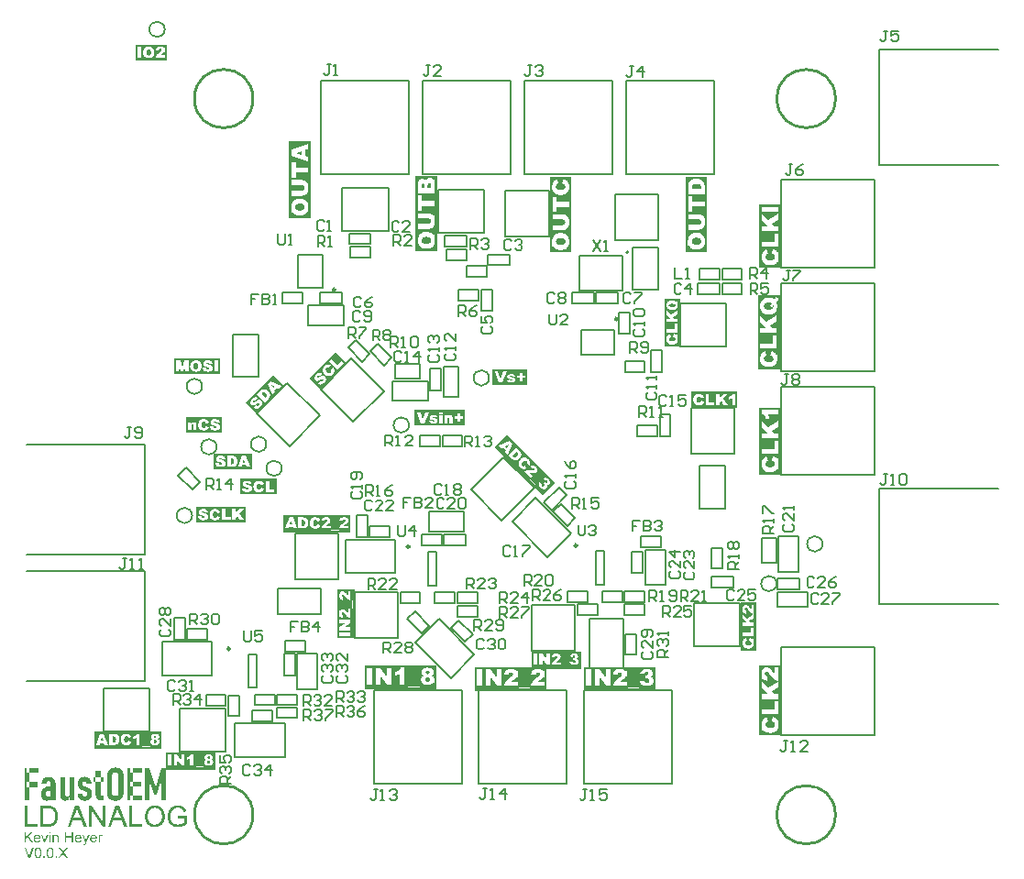
<source format=gto>
G04*
G04 #@! TF.GenerationSoftware,Altium Limited,Altium Designer,23.0.1 (38)*
G04*
G04 Layer_Color=65535*
%FSLAX43Y43*%
%MOMM*%
G71*
G04*
G04 #@! TF.SameCoordinates,7396F043-7EEE-4AB4-9329-D6416C11A689*
G04*
G04*
G04 #@! TF.FilePolarity,Positive*
G04*
G01*
G75*
%ADD10C,0.250*%
%ADD11C,0.200*%
%ADD12C,0.254*%
%ADD13C,0.152*%
%ADD14C,0.152*%
G36*
X31340Y3479D02*
X31222D01*
Y3614D01*
X31340D01*
Y3479D01*
D02*
G37*
G36*
X31869Y3364D02*
X31884Y3363D01*
X31902Y3360D01*
X31921Y3356D01*
X31942Y3350D01*
X31962Y3342D01*
X31964Y3340D01*
X31970Y3338D01*
X31980Y3334D01*
X31991Y3327D01*
X32005Y3318D01*
X32017Y3307D01*
X32030Y3296D01*
X32041Y3282D01*
X32042Y3281D01*
X32045Y3275D01*
X32049Y3268D01*
X32056Y3259D01*
X32061Y3245D01*
X32067Y3231D01*
X32074Y3214D01*
X32078Y3196D01*
Y3195D01*
X32080Y3189D01*
X32081Y3181D01*
X32082Y3170D01*
Y3153D01*
X32084Y3134D01*
X32085Y3110D01*
Y3081D01*
Y2654D01*
X31967D01*
Y3076D01*
Y3077D01*
Y3078D01*
Y3088D01*
Y3101D01*
X31966Y3116D01*
X31964Y3134D01*
X31962Y3152D01*
X31957Y3168D01*
X31953Y3184D01*
Y3185D01*
X31951Y3189D01*
X31946Y3196D01*
X31942Y3205D01*
X31935Y3213D01*
X31927Y3223D01*
X31916Y3232D01*
X31903Y3241D01*
X31902Y3242D01*
X31898Y3245D01*
X31890Y3248D01*
X31880Y3252D01*
X31869Y3256D01*
X31855Y3260D01*
X31838Y3261D01*
X31822Y3263D01*
X31815D01*
X31809Y3261D01*
X31795Y3260D01*
X31777Y3257D01*
X31758Y3250D01*
X31736Y3242D01*
X31713Y3231D01*
X31693Y3214D01*
X31690Y3211D01*
X31684Y3205D01*
X31680Y3199D01*
X31676Y3192D01*
X31670Y3184D01*
X31666Y3174D01*
X31661Y3163D01*
X31655Y3149D01*
X31651Y3134D01*
X31647Y3117D01*
X31644Y3099D01*
X31641Y3080D01*
X31639Y3056D01*
Y3033D01*
Y2654D01*
X31521D01*
Y3350D01*
X31626D01*
Y3250D01*
X31627Y3252D01*
X31630Y3256D01*
X31634Y3261D01*
X31640Y3268D01*
X31648Y3277D01*
X31658Y3286D01*
X31669Y3297D01*
X31683Y3309D01*
X31697Y3318D01*
X31713Y3329D01*
X31731Y3339D01*
X31751Y3347D01*
X31773Y3354D01*
X31795Y3360D01*
X31820Y3364D01*
X31847Y3365D01*
X31858D01*
X31869Y3364D01*
D02*
G37*
G36*
X36049D02*
X36064Y3361D01*
X36082Y3356D01*
X36101Y3349D01*
X36124Y3339D01*
X36147Y3327D01*
X36104Y3218D01*
X36103Y3220D01*
X36097Y3223D01*
X36089Y3227D01*
X36078Y3231D01*
X36065Y3235D01*
X36050Y3239D01*
X36035Y3242D01*
X36020Y3243D01*
X36013D01*
X36006Y3242D01*
X35996Y3241D01*
X35986Y3238D01*
X35974Y3234D01*
X35961Y3228D01*
X35950Y3220D01*
X35949Y3218D01*
X35945Y3216D01*
X35940Y3210D01*
X35934Y3203D01*
X35927Y3193D01*
X35920Y3182D01*
X35913Y3170D01*
X35907Y3155D01*
X35906Y3152D01*
X35904Y3144D01*
X35902Y3131D01*
X35897Y3114D01*
X35893Y3094D01*
X35891Y3070D01*
X35889Y3045D01*
X35888Y3017D01*
Y2654D01*
X35770D01*
Y3350D01*
X35877D01*
Y3245D01*
X35878Y3246D01*
X35884Y3256D01*
X35891Y3268D01*
X35902Y3284D01*
X35913Y3299D01*
X35925Y3315D01*
X35938Y3329D01*
X35950Y3340D01*
X35952Y3342D01*
X35956Y3345D01*
X35964Y3349D01*
X35972Y3353D01*
X35983Y3357D01*
X35997Y3361D01*
X36011Y3364D01*
X36026Y3365D01*
X36036D01*
X36049Y3364D01*
D02*
G37*
G36*
X33411Y2654D02*
X33283D01*
Y3106D01*
X32787D01*
Y2654D01*
X32659D01*
Y3614D01*
X32787D01*
Y3220D01*
X33283D01*
Y3614D01*
X33411D01*
Y2654D01*
D02*
G37*
G36*
X29293Y3224D02*
X29714Y2654D01*
X29546D01*
X29205Y3138D01*
X29048Y2987D01*
Y2654D01*
X28920D01*
Y3614D01*
X29048D01*
Y3137D01*
X29522Y3614D01*
X29696D01*
X29293Y3224D01*
D02*
G37*
G36*
X30852Y2654D02*
X30740D01*
X30478Y3350D01*
X30603D01*
X30752Y2933D01*
Y2931D01*
X30754Y2930D01*
X30755Y2926D01*
X30756Y2922D01*
X30761Y2908D01*
X30766Y2890D01*
X30773Y2869D01*
X30781Y2845D01*
X30788Y2819D01*
X30797Y2793D01*
X30798Y2795D01*
X30799Y2802D01*
X30804Y2813D01*
X30808Y2830D01*
X30815Y2848D01*
X30822Y2872D01*
X30831Y2897D01*
X30841Y2924D01*
X30995Y3350D01*
X31117D01*
X30852Y2654D01*
D02*
G37*
G36*
X34659Y2643D02*
Y2641D01*
X34658Y2637D01*
X34655Y2632D01*
X34652Y2625D01*
X34648Y2615D01*
X34644Y2604D01*
X34634Y2580D01*
X34624Y2554D01*
X34613Y2528D01*
X34602Y2504D01*
X34597Y2494D01*
X34592Y2485D01*
X34591Y2482D01*
X34587Y2475D01*
X34580Y2465D01*
X34572Y2453D01*
X34561Y2439D01*
X34548Y2425D01*
X34536Y2411D01*
X34520Y2400D01*
X34519Y2399D01*
X34513Y2396D01*
X34505Y2392D01*
X34493Y2386D01*
X34479Y2381D01*
X34462Y2377D01*
X34444Y2374D01*
X34423Y2372D01*
X34418D01*
X34411Y2374D01*
X34401D01*
X34390Y2377D01*
X34378Y2379D01*
X34364Y2382D01*
X34348Y2388D01*
X34336Y2497D01*
X34337D01*
X34343Y2496D01*
X34350Y2494D01*
X34358Y2492D01*
X34380Y2488D01*
X34402Y2486D01*
X34409D01*
X34416Y2488D01*
X34425D01*
X34445Y2492D01*
X34455Y2496D01*
X34465Y2500D01*
X34466D01*
X34469Y2503D01*
X34473Y2506D01*
X34479Y2510D01*
X34491Y2521D01*
X34502Y2536D01*
Y2537D01*
X34505Y2540D01*
X34508Y2546D01*
X34511Y2554D01*
X34516Y2565D01*
X34522Y2582D01*
X34530Y2601D01*
X34538Y2625D01*
Y2626D01*
X34541Y2632D01*
X34544Y2641D01*
X34549Y2654D01*
X34286Y3350D01*
X34411D01*
X34556Y2947D01*
Y2945D01*
X34558Y2944D01*
X34559Y2940D01*
X34561Y2933D01*
X34563Y2926D01*
X34566Y2917D01*
X34573Y2898D01*
X34581Y2874D01*
X34590Y2847D01*
X34598Y2818D01*
X34606Y2786D01*
Y2787D01*
X34608Y2790D01*
X34609Y2794D01*
X34611Y2800D01*
X34612Y2807D01*
X34615Y2815D01*
X34620Y2836D01*
X34627Y2859D01*
X34637Y2887D01*
X34645Y2915D01*
X34656Y2944D01*
X34806Y3350D01*
X34924D01*
X34659Y2643D01*
D02*
G37*
G36*
X31340Y2654D02*
X31222D01*
Y3350D01*
X31340D01*
Y2654D01*
D02*
G37*
G36*
X35333Y3364D02*
X35344Y3363D01*
X35358Y3360D01*
X35373Y3357D01*
X35391Y3353D01*
X35408Y3349D01*
X35427Y3342D01*
X35445Y3335D01*
X35465Y3325D01*
X35484Y3314D01*
X35504Y3302D01*
X35522Y3286D01*
X35538Y3270D01*
X35540Y3268D01*
X35542Y3266D01*
X35547Y3260D01*
X35552Y3252D01*
X35559Y3242D01*
X35566Y3231D01*
X35574Y3217D01*
X35583Y3200D01*
X35591Y3182D01*
X35599Y3163D01*
X35606Y3141D01*
X35613Y3117D01*
X35619Y3091D01*
X35623Y3063D01*
X35626Y3034D01*
X35627Y3002D01*
Y3001D01*
Y2995D01*
Y2985D01*
X35626Y2972D01*
X35106D01*
Y2970D01*
Y2966D01*
X35107Y2960D01*
Y2952D01*
X35108Y2942D01*
X35111Y2931D01*
X35115Y2906D01*
X35124Y2879D01*
X35135Y2848D01*
X35150Y2820D01*
X35169Y2795D01*
X35171D01*
X35172Y2793D01*
X35181Y2786D01*
X35193Y2776D01*
X35210Y2766D01*
X35232Y2755D01*
X35257Y2745D01*
X35285Y2739D01*
X35300Y2737D01*
X35316Y2736D01*
X35327D01*
X35340Y2737D01*
X35355Y2740D01*
X35372Y2744D01*
X35391Y2750D01*
X35409Y2758D01*
X35427Y2769D01*
X35429Y2770D01*
X35436Y2776D01*
X35444Y2784D01*
X35454Y2795D01*
X35465Y2811D01*
X35477Y2830D01*
X35490Y2852D01*
X35501Y2879D01*
X35623Y2863D01*
Y2862D01*
X35622Y2859D01*
X35620Y2854D01*
X35617Y2845D01*
X35613Y2837D01*
X35609Y2826D01*
X35598Y2802D01*
X35584Y2776D01*
X35565Y2748D01*
X35542Y2722D01*
X35515Y2697D01*
X35513D01*
X35511Y2694D01*
X35506Y2691D01*
X35501Y2687D01*
X35493Y2683D01*
X35484Y2679D01*
X35473Y2673D01*
X35461Y2668D01*
X35447Y2662D01*
X35433Y2657D01*
X35398Y2648D01*
X35359Y2641D01*
X35316Y2639D01*
X35301D01*
X35291Y2640D01*
X35279Y2641D01*
X35264Y2644D01*
X35247Y2647D01*
X35229Y2650D01*
X35190Y2661D01*
X35169Y2669D01*
X35150Y2678D01*
X35129Y2689D01*
X35110Y2701D01*
X35092Y2715D01*
X35074Y2732D01*
X35072Y2733D01*
X35070Y2736D01*
X35065Y2741D01*
X35060Y2750D01*
X35053Y2759D01*
X35046Y2770D01*
X35038Y2784D01*
X35029Y2800D01*
X35021Y2818D01*
X35013Y2837D01*
X35006Y2859D01*
X34999Y2883D01*
X34993Y2908D01*
X34989Y2935D01*
X34986Y2965D01*
X34985Y2995D01*
Y2997D01*
Y3003D01*
Y3012D01*
X34986Y3024D01*
X34988Y3039D01*
X34989Y3056D01*
X34992Y3076D01*
X34996Y3095D01*
X35007Y3139D01*
X35014Y3162D01*
X35022Y3185D01*
X35033Y3207D01*
X35046Y3228D01*
X35060Y3249D01*
X35075Y3268D01*
X35076Y3270D01*
X35079Y3272D01*
X35085Y3277D01*
X35092Y3284D01*
X35100Y3291D01*
X35111Y3299D01*
X35124Y3309D01*
X35139Y3317D01*
X35154Y3327D01*
X35172Y3335D01*
X35192Y3343D01*
X35212Y3350D01*
X35235Y3357D01*
X35258Y3361D01*
X35283Y3364D01*
X35309Y3365D01*
X35323D01*
X35333Y3364D01*
D02*
G37*
G36*
X33916D02*
X33927Y3363D01*
X33941Y3360D01*
X33956Y3357D01*
X33974Y3353D01*
X33991Y3349D01*
X34010Y3342D01*
X34028Y3335D01*
X34047Y3325D01*
X34067Y3314D01*
X34086Y3302D01*
X34104Y3286D01*
X34121Y3270D01*
X34122Y3268D01*
X34125Y3266D01*
X34129Y3260D01*
X34135Y3252D01*
X34142Y3242D01*
X34149Y3231D01*
X34157Y3217D01*
X34165Y3200D01*
X34174Y3182D01*
X34182Y3163D01*
X34189Y3141D01*
X34196Y3117D01*
X34201Y3091D01*
X34206Y3063D01*
X34208Y3034D01*
X34210Y3002D01*
Y3001D01*
Y2995D01*
Y2985D01*
X34208Y2972D01*
X33688D01*
Y2970D01*
Y2966D01*
X33690Y2960D01*
Y2952D01*
X33691Y2942D01*
X33694Y2931D01*
X33698Y2906D01*
X33706Y2879D01*
X33717Y2848D01*
X33733Y2820D01*
X33752Y2795D01*
X33753D01*
X33755Y2793D01*
X33763Y2786D01*
X33776Y2776D01*
X33792Y2766D01*
X33814Y2755D01*
X33839Y2745D01*
X33867Y2739D01*
X33882Y2737D01*
X33899Y2736D01*
X33910D01*
X33923Y2737D01*
X33938Y2740D01*
X33955Y2744D01*
X33974Y2750D01*
X33992Y2758D01*
X34010Y2769D01*
X34011Y2770D01*
X34018Y2776D01*
X34027Y2784D01*
X34036Y2795D01*
X34047Y2811D01*
X34060Y2830D01*
X34072Y2852D01*
X34084Y2879D01*
X34206Y2863D01*
Y2862D01*
X34204Y2859D01*
X34203Y2854D01*
X34200Y2845D01*
X34196Y2837D01*
X34192Y2826D01*
X34181Y2802D01*
X34167Y2776D01*
X34147Y2748D01*
X34125Y2722D01*
X34097Y2697D01*
X34096D01*
X34093Y2694D01*
X34089Y2691D01*
X34084Y2687D01*
X34075Y2683D01*
X34067Y2679D01*
X34056Y2673D01*
X34043Y2668D01*
X34029Y2662D01*
X34016Y2657D01*
X33981Y2648D01*
X33942Y2641D01*
X33899Y2639D01*
X33884D01*
X33874Y2640D01*
X33862Y2641D01*
X33846Y2644D01*
X33830Y2647D01*
X33812Y2650D01*
X33773Y2661D01*
X33752Y2669D01*
X33733Y2678D01*
X33712Y2689D01*
X33692Y2701D01*
X33674Y2715D01*
X33656Y2732D01*
X33655Y2733D01*
X33652Y2736D01*
X33648Y2741D01*
X33642Y2750D01*
X33636Y2759D01*
X33629Y2770D01*
X33620Y2784D01*
X33612Y2800D01*
X33604Y2818D01*
X33595Y2837D01*
X33588Y2859D01*
X33581Y2883D01*
X33576Y2908D01*
X33572Y2935D01*
X33569Y2965D01*
X33568Y2995D01*
Y2997D01*
Y3003D01*
Y3012D01*
X33569Y3024D01*
X33570Y3039D01*
X33572Y3056D01*
X33575Y3076D01*
X33579Y3095D01*
X33590Y3139D01*
X33597Y3162D01*
X33605Y3185D01*
X33616Y3207D01*
X33629Y3228D01*
X33642Y3249D01*
X33658Y3268D01*
X33659Y3270D01*
X33662Y3272D01*
X33667Y3277D01*
X33674Y3284D01*
X33683Y3291D01*
X33694Y3299D01*
X33706Y3309D01*
X33722Y3317D01*
X33737Y3327D01*
X33755Y3335D01*
X33774Y3343D01*
X33795Y3350D01*
X33817Y3357D01*
X33841Y3361D01*
X33866Y3364D01*
X33892Y3365D01*
X33906D01*
X33916Y3364D01*
D02*
G37*
G36*
X30113D02*
X30124Y3363D01*
X30138Y3360D01*
X30153Y3357D01*
X30171Y3353D01*
X30188Y3349D01*
X30207Y3342D01*
X30225Y3335D01*
X30245Y3325D01*
X30264Y3314D01*
X30284Y3302D01*
X30302Y3286D01*
X30318Y3270D01*
X30320Y3268D01*
X30322Y3266D01*
X30327Y3260D01*
X30332Y3252D01*
X30339Y3242D01*
X30346Y3231D01*
X30354Y3217D01*
X30363Y3200D01*
X30371Y3182D01*
X30379Y3163D01*
X30386Y3141D01*
X30393Y3117D01*
X30399Y3091D01*
X30403Y3063D01*
X30406Y3034D01*
X30407Y3002D01*
Y3001D01*
Y2995D01*
Y2985D01*
X30406Y2972D01*
X29886D01*
Y2970D01*
Y2966D01*
X29887Y2960D01*
Y2952D01*
X29888Y2942D01*
X29891Y2931D01*
X29895Y2906D01*
X29904Y2879D01*
X29915Y2848D01*
X29930Y2820D01*
X29949Y2795D01*
X29951D01*
X29952Y2793D01*
X29960Y2786D01*
X29973Y2776D01*
X29990Y2766D01*
X30012Y2755D01*
X30037Y2745D01*
X30064Y2739D01*
X30080Y2737D01*
X30096Y2736D01*
X30107D01*
X30120Y2737D01*
X30135Y2740D01*
X30152Y2744D01*
X30171Y2750D01*
X30189Y2758D01*
X30207Y2769D01*
X30209Y2770D01*
X30216Y2776D01*
X30224Y2784D01*
X30234Y2795D01*
X30245Y2811D01*
X30257Y2830D01*
X30270Y2852D01*
X30281Y2879D01*
X30403Y2863D01*
Y2862D01*
X30401Y2859D01*
X30400Y2854D01*
X30397Y2845D01*
X30393Y2837D01*
X30389Y2826D01*
X30378Y2802D01*
X30364Y2776D01*
X30345Y2748D01*
X30322Y2722D01*
X30295Y2697D01*
X30293D01*
X30291Y2694D01*
X30286Y2691D01*
X30281Y2687D01*
X30272Y2683D01*
X30264Y2679D01*
X30253Y2673D01*
X30241Y2668D01*
X30227Y2662D01*
X30213Y2657D01*
X30178Y2648D01*
X30139Y2641D01*
X30096Y2639D01*
X30081D01*
X30071Y2640D01*
X30059Y2641D01*
X30044Y2644D01*
X30027Y2647D01*
X30009Y2650D01*
X29970Y2661D01*
X29949Y2669D01*
X29930Y2678D01*
X29909Y2689D01*
X29890Y2701D01*
X29872Y2715D01*
X29854Y2732D01*
X29852Y2733D01*
X29849Y2736D01*
X29845Y2741D01*
X29840Y2750D01*
X29833Y2759D01*
X29826Y2770D01*
X29818Y2784D01*
X29809Y2800D01*
X29801Y2818D01*
X29793Y2837D01*
X29786Y2859D01*
X29779Y2883D01*
X29773Y2908D01*
X29769Y2935D01*
X29766Y2965D01*
X29765Y2995D01*
Y2997D01*
Y3003D01*
Y3012D01*
X29766Y3024D01*
X29768Y3039D01*
X29769Y3056D01*
X29772Y3076D01*
X29776Y3095D01*
X29787Y3139D01*
X29794Y3162D01*
X29802Y3185D01*
X29813Y3207D01*
X29826Y3228D01*
X29840Y3249D01*
X29855Y3268D01*
X29856Y3270D01*
X29859Y3272D01*
X29865Y3277D01*
X29872Y3284D01*
X29880Y3291D01*
X29891Y3299D01*
X29904Y3309D01*
X29919Y3317D01*
X29934Y3327D01*
X29952Y3335D01*
X29972Y3343D01*
X29992Y3350D01*
X30015Y3357D01*
X30038Y3361D01*
X30063Y3364D01*
X30089Y3365D01*
X30103D01*
X30113Y3364D01*
D02*
G37*
G36*
X32573Y1720D02*
X32932Y1217D01*
X32776D01*
X32533Y1558D01*
X32532Y1559D01*
X32529Y1563D01*
X32526Y1569D01*
X32521Y1576D01*
X32508Y1595D01*
X32494Y1616D01*
X32493Y1615D01*
X32489Y1609D01*
X32483Y1601D01*
X32476Y1590D01*
X32461Y1568D01*
X32454Y1558D01*
X32448Y1549D01*
X32206Y1217D01*
X32053D01*
X32423Y1713D01*
X32096Y2176D01*
X32247D01*
X32422Y1929D01*
Y1928D01*
X32425Y1927D01*
X32428Y1923D01*
X32432Y1917D01*
X32440Y1903D01*
X32453Y1886D01*
X32465Y1867D01*
X32478Y1848D01*
X32489Y1830D01*
X32498Y1813D01*
X32500Y1816D01*
X32504Y1821D01*
X32511Y1832D01*
X32521Y1846D01*
X32532Y1862D01*
X32546Y1881D01*
X32559Y1900D01*
X32576Y1921D01*
X32767Y2176D01*
X32906D01*
X32573Y1720D01*
D02*
G37*
G36*
X29424Y1217D02*
X29291D01*
X28919Y2176D01*
X29058D01*
X29307Y1479D01*
Y1477D01*
X29309Y1475D01*
X29310Y1470D01*
X29313Y1465D01*
X29314Y1457D01*
X29317Y1448D01*
X29324Y1427D01*
X29332Y1404D01*
X29341Y1378D01*
X29357Y1322D01*
Y1323D01*
X29359Y1326D01*
X29360Y1330D01*
X29361Y1336D01*
X29365Y1351D01*
X29372Y1372D01*
X29379Y1396D01*
X29388Y1422D01*
X29397Y1450D01*
X29408Y1479D01*
X29669Y2176D01*
X29798D01*
X29424Y1217D01*
D02*
G37*
G36*
X31931D02*
X31797D01*
Y1351D01*
X31931D01*
Y1217D01*
D02*
G37*
G36*
X30812D02*
X30677D01*
Y1351D01*
X30812D01*
Y1217D01*
D02*
G37*
G36*
X31325Y2179D02*
X31343Y2176D01*
X31364Y2172D01*
X31386Y2167D01*
X31410Y2160D01*
X31432Y2149D01*
X31433D01*
X31435Y2147D01*
X31442Y2143D01*
X31453Y2136D01*
X31467Y2126D01*
X31482Y2113D01*
X31498Y2097D01*
X31514Y2079D01*
X31529Y2058D01*
X31530Y2056D01*
X31536Y2049D01*
X31541Y2036D01*
X31551Y2018D01*
X31559Y1997D01*
X31571Y1974D01*
X31580Y1946D01*
X31589Y1916D01*
Y1914D01*
X31590Y1911D01*
X31591Y1907D01*
X31593Y1900D01*
X31594Y1892D01*
X31596Y1882D01*
X31598Y1870D01*
X31600Y1856D01*
X31602Y1841D01*
X31604Y1824D01*
X31605Y1805D01*
X31608Y1785D01*
X31609Y1763D01*
Y1741D01*
X31611Y1716D01*
Y1690D01*
Y1688D01*
Y1683D01*
Y1673D01*
Y1662D01*
X31609Y1647D01*
Y1630D01*
X31608Y1612D01*
X31607Y1592D01*
X31602Y1548D01*
X31596Y1502D01*
X31587Y1458D01*
X31582Y1437D01*
X31575Y1416D01*
Y1415D01*
X31573Y1412D01*
X31571Y1407D01*
X31568Y1400D01*
X31565Y1390D01*
X31559Y1380D01*
X31548Y1357D01*
X31534Y1332D01*
X31516Y1304D01*
X31496Y1279D01*
X31471Y1255D01*
X31469D01*
X31468Y1253D01*
X31464Y1250D01*
X31458Y1247D01*
X31451Y1243D01*
X31444Y1237D01*
X31424Y1228D01*
X31399Y1218D01*
X31369Y1208D01*
X31335Y1203D01*
X31297Y1200D01*
X31283D01*
X31274Y1201D01*
X31263Y1203D01*
X31249Y1206D01*
X31234Y1208D01*
X31217Y1212D01*
X31200Y1218D01*
X31182Y1224D01*
X31164Y1232D01*
X31146Y1242D01*
X31128Y1253D01*
X31110Y1267D01*
X31093Y1282D01*
X31078Y1298D01*
X31077Y1300D01*
X31074Y1304D01*
X31070Y1311D01*
X31063Y1322D01*
X31056Y1335D01*
X31049Y1351D01*
X31039Y1371D01*
X31031Y1393D01*
X31023Y1418D01*
X31014Y1447D01*
X31006Y1479D01*
X30999Y1515D01*
X30992Y1554D01*
X30988Y1595D01*
X30985Y1641D01*
X30984Y1690D01*
Y1691D01*
Y1696D01*
Y1706D01*
Y1717D01*
X30985Y1733D01*
Y1749D01*
X30987Y1767D01*
X30988Y1788D01*
X30992Y1831D01*
X30999Y1877D01*
X31007Y1923D01*
X31013Y1943D01*
X31019Y1964D01*
Y1966D01*
X31020Y1968D01*
X31023Y1974D01*
X31026Y1981D01*
X31028Y1990D01*
X31034Y2000D01*
X31045Y2024D01*
X31059Y2049D01*
X31077Y2075D01*
X31098Y2101D01*
X31123Y2124D01*
X31124D01*
X31125Y2126D01*
X31130Y2129D01*
X31135Y2132D01*
X31142Y2138D01*
X31150Y2142D01*
X31171Y2153D01*
X31196Y2162D01*
X31225Y2172D01*
X31260Y2178D01*
X31297Y2181D01*
X31310D01*
X31325Y2179D01*
D02*
G37*
G36*
X30206D02*
X30224Y2176D01*
X30245Y2172D01*
X30267Y2167D01*
X30291Y2160D01*
X30313Y2149D01*
X30314D01*
X30315Y2147D01*
X30322Y2143D01*
X30333Y2136D01*
X30347Y2126D01*
X30363Y2113D01*
X30379Y2097D01*
X30395Y2079D01*
X30410Y2058D01*
X30411Y2056D01*
X30417Y2049D01*
X30422Y2036D01*
X30432Y2018D01*
X30440Y1997D01*
X30451Y1974D01*
X30461Y1946D01*
X30469Y1916D01*
Y1914D01*
X30471Y1911D01*
X30472Y1907D01*
X30474Y1900D01*
X30475Y1892D01*
X30476Y1882D01*
X30479Y1870D01*
X30480Y1856D01*
X30483Y1841D01*
X30485Y1824D01*
X30486Y1805D01*
X30489Y1785D01*
X30490Y1763D01*
Y1741D01*
X30492Y1716D01*
Y1690D01*
Y1688D01*
Y1683D01*
Y1673D01*
Y1662D01*
X30490Y1647D01*
Y1630D01*
X30489Y1612D01*
X30487Y1592D01*
X30483Y1548D01*
X30476Y1502D01*
X30468Y1458D01*
X30462Y1437D01*
X30456Y1416D01*
Y1415D01*
X30454Y1412D01*
X30451Y1407D01*
X30449Y1400D01*
X30446Y1390D01*
X30440Y1380D01*
X30429Y1357D01*
X30415Y1332D01*
X30397Y1304D01*
X30376Y1279D01*
X30352Y1255D01*
X30350D01*
X30349Y1253D01*
X30345Y1250D01*
X30339Y1247D01*
X30332Y1243D01*
X30325Y1237D01*
X30304Y1228D01*
X30279Y1218D01*
X30250Y1208D01*
X30216Y1203D01*
X30178Y1200D01*
X30164D01*
X30155Y1201D01*
X30143Y1203D01*
X30130Y1206D01*
X30114Y1208D01*
X30098Y1212D01*
X30081Y1218D01*
X30063Y1224D01*
X30045Y1232D01*
X30027Y1242D01*
X30009Y1253D01*
X29991Y1267D01*
X29974Y1282D01*
X29959Y1298D01*
X29958Y1300D01*
X29955Y1304D01*
X29951Y1311D01*
X29944Y1322D01*
X29937Y1335D01*
X29930Y1351D01*
X29920Y1371D01*
X29912Y1393D01*
X29904Y1418D01*
X29895Y1447D01*
X29887Y1479D01*
X29880Y1515D01*
X29873Y1554D01*
X29869Y1595D01*
X29866Y1641D01*
X29865Y1690D01*
Y1691D01*
Y1696D01*
Y1706D01*
Y1717D01*
X29866Y1733D01*
Y1749D01*
X29868Y1767D01*
X29869Y1788D01*
X29873Y1831D01*
X29880Y1877D01*
X29888Y1923D01*
X29894Y1943D01*
X29899Y1964D01*
Y1966D01*
X29901Y1968D01*
X29904Y1974D01*
X29906Y1981D01*
X29909Y1990D01*
X29915Y2000D01*
X29926Y2024D01*
X29940Y2049D01*
X29958Y2075D01*
X29978Y2101D01*
X30003Y2124D01*
X30005D01*
X30006Y2126D01*
X30010Y2129D01*
X30016Y2132D01*
X30023Y2138D01*
X30031Y2142D01*
X30052Y2153D01*
X30077Y2162D01*
X30106Y2172D01*
X30141Y2178D01*
X30178Y2181D01*
X30191D01*
X30206Y2179D01*
D02*
G37*
G36*
X43157Y6060D02*
X43179D01*
X43232Y6054D01*
X43290Y6046D01*
X43351Y6032D01*
X43418Y6016D01*
X43482Y5993D01*
X43484D01*
X43490Y5991D01*
X43498Y5988D01*
X43509Y5982D01*
X43540Y5966D01*
X43579Y5946D01*
X43620Y5918D01*
X43665Y5885D01*
X43706Y5849D01*
X43745Y5805D01*
X43751Y5799D01*
X43762Y5782D01*
X43779Y5757D01*
X43801Y5721D01*
X43823Y5677D01*
X43848Y5621D01*
X43873Y5560D01*
X43892Y5491D01*
X43662Y5430D01*
Y5433D01*
X43659Y5435D01*
X43656Y5444D01*
X43654Y5455D01*
X43645Y5480D01*
X43634Y5513D01*
X43618Y5552D01*
X43598Y5588D01*
X43579Y5627D01*
X43554Y5660D01*
X43551Y5663D01*
X43543Y5674D01*
X43526Y5688D01*
X43507Y5707D01*
X43482Y5730D01*
X43448Y5752D01*
X43412Y5774D01*
X43371Y5793D01*
X43365Y5796D01*
X43351Y5802D01*
X43326Y5810D01*
X43293Y5821D01*
X43254Y5830D01*
X43209Y5838D01*
X43160Y5843D01*
X43107Y5846D01*
X43076D01*
X43062Y5843D01*
X43046D01*
X43004Y5841D01*
X42957Y5832D01*
X42904Y5824D01*
X42854Y5810D01*
X42804Y5791D01*
X42799Y5788D01*
X42782Y5782D01*
X42760Y5768D01*
X42732Y5755D01*
X42699Y5732D01*
X42663Y5710D01*
X42629Y5682D01*
X42599Y5652D01*
X42596Y5649D01*
X42585Y5638D01*
X42571Y5619D01*
X42554Y5596D01*
X42535Y5569D01*
X42515Y5535D01*
X42496Y5499D01*
X42477Y5460D01*
Y5458D01*
X42474Y5452D01*
X42471Y5444D01*
X42465Y5430D01*
X42460Y5413D01*
X42454Y5394D01*
X42446Y5371D01*
X42440Y5347D01*
X42427Y5288D01*
X42416Y5222D01*
X42407Y5152D01*
X42404Y5074D01*
Y5072D01*
Y5063D01*
Y5049D01*
X42407Y5033D01*
Y5011D01*
X42410Y4983D01*
X42413Y4955D01*
X42416Y4925D01*
X42427Y4855D01*
X42440Y4783D01*
X42463Y4711D01*
X42490Y4641D01*
Y4639D01*
X42496Y4633D01*
X42499Y4625D01*
X42507Y4614D01*
X42527Y4583D01*
X42557Y4544D01*
X42593Y4503D01*
X42638Y4461D01*
X42690Y4422D01*
X42749Y4386D01*
X42751D01*
X42757Y4383D01*
X42765Y4378D01*
X42779Y4372D01*
X42793Y4366D01*
X42813Y4361D01*
X42857Y4344D01*
X42912Y4330D01*
X42974Y4317D01*
X43040Y4305D01*
X43110Y4303D01*
X43137D01*
X43154Y4305D01*
X43171D01*
X43212Y4311D01*
X43262Y4317D01*
X43315Y4328D01*
X43373Y4344D01*
X43432Y4364D01*
X43434D01*
X43440Y4366D01*
X43445Y4369D01*
X43457Y4375D01*
X43487Y4389D01*
X43520Y4405D01*
X43559Y4425D01*
X43601Y4447D01*
X43640Y4472D01*
X43673Y4500D01*
Y4861D01*
X43107D01*
Y5088D01*
X43923D01*
Y4375D01*
X43920Y4372D01*
X43915Y4369D01*
X43904Y4361D01*
X43890Y4350D01*
X43873Y4339D01*
X43854Y4325D01*
X43829Y4308D01*
X43804Y4292D01*
X43745Y4255D01*
X43679Y4217D01*
X43609Y4180D01*
X43534Y4150D01*
X43532D01*
X43526Y4147D01*
X43515Y4144D01*
X43501Y4139D01*
X43482Y4133D01*
X43459Y4125D01*
X43434Y4119D01*
X43409Y4114D01*
X43348Y4100D01*
X43279Y4086D01*
X43204Y4078D01*
X43126Y4075D01*
X43098D01*
X43079Y4078D01*
X43054D01*
X43023Y4081D01*
X42990Y4086D01*
X42954Y4089D01*
X42874Y4106D01*
X42788Y4125D01*
X42699Y4156D01*
X42654Y4172D01*
X42610Y4194D01*
X42607Y4197D01*
X42599Y4200D01*
X42588Y4208D01*
X42571Y4217D01*
X42552Y4230D01*
X42532Y4244D01*
X42479Y4283D01*
X42424Y4333D01*
X42366Y4394D01*
X42310Y4464D01*
X42260Y4544D01*
Y4547D01*
X42254Y4555D01*
X42249Y4566D01*
X42241Y4586D01*
X42232Y4605D01*
X42224Y4633D01*
X42213Y4661D01*
X42202Y4694D01*
X42191Y4730D01*
X42180Y4772D01*
X42171Y4813D01*
X42163Y4858D01*
X42149Y4955D01*
X42143Y5058D01*
Y5061D01*
Y5072D01*
Y5086D01*
X42146Y5105D01*
Y5130D01*
X42149Y5161D01*
X42155Y5191D01*
X42157Y5227D01*
X42166Y5266D01*
X42171Y5308D01*
X42193Y5396D01*
X42221Y5488D01*
X42260Y5580D01*
X42263Y5582D01*
X42266Y5591D01*
X42271Y5602D01*
X42282Y5619D01*
X42293Y5641D01*
X42307Y5663D01*
X42346Y5716D01*
X42393Y5777D01*
X42452Y5835D01*
X42518Y5893D01*
X42557Y5918D01*
X42596Y5943D01*
X42599Y5946D01*
X42607Y5949D01*
X42618Y5955D01*
X42635Y5963D01*
X42657Y5971D01*
X42682Y5982D01*
X42710Y5993D01*
X42743Y6004D01*
X42779Y6016D01*
X42818Y6024D01*
X42860Y6035D01*
X42904Y6043D01*
X43001Y6057D01*
X43051Y6063D01*
X43140D01*
X43157Y6060D01*
D02*
G37*
G36*
X36411Y4108D02*
X36147D01*
X35142Y5616D01*
Y4108D01*
X34897D01*
Y6029D01*
X35158D01*
X36166Y4519D01*
Y6029D01*
X36411D01*
Y4108D01*
D02*
G37*
G36*
X38873Y4336D02*
X39820D01*
Y4108D01*
X38618D01*
Y6029D01*
X38873D01*
Y4336D01*
D02*
G37*
G36*
X38423Y4108D02*
X38135D01*
X37910Y4691D01*
X37105D01*
X36896Y4108D01*
X36627D01*
X37360Y6029D01*
X37638D01*
X38423Y4108D01*
D02*
G37*
G36*
X34695D02*
X34406D01*
X34181Y4691D01*
X33376D01*
X33168Y4108D01*
X32899D01*
X33632Y6029D01*
X33909D01*
X34695Y4108D01*
D02*
G37*
G36*
X31213Y6027D02*
X31269Y6024D01*
X31325Y6018D01*
X31380Y6010D01*
X31427Y6002D01*
X31430D01*
X31436Y5999D01*
X31444D01*
X31455Y5993D01*
X31486Y5985D01*
X31524Y5971D01*
X31569Y5952D01*
X31616Y5927D01*
X31663Y5899D01*
X31708Y5863D01*
X31710Y5860D01*
X31713Y5857D01*
X31722Y5849D01*
X31733Y5841D01*
X31760Y5813D01*
X31794Y5774D01*
X31830Y5727D01*
X31869Y5671D01*
X31905Y5607D01*
X31935Y5535D01*
Y5533D01*
X31938Y5527D01*
X31944Y5516D01*
X31946Y5499D01*
X31955Y5480D01*
X31960Y5458D01*
X31966Y5433D01*
X31974Y5402D01*
X31982Y5371D01*
X31988Y5335D01*
X32002Y5258D01*
X32010Y5172D01*
X32013Y5077D01*
Y5074D01*
Y5069D01*
Y5055D01*
Y5041D01*
X32010Y5022D01*
Y4999D01*
X32007Y4947D01*
X31999Y4886D01*
X31991Y4822D01*
X31977Y4755D01*
X31960Y4689D01*
Y4686D01*
X31957Y4680D01*
X31955Y4672D01*
X31952Y4661D01*
X31941Y4630D01*
X31924Y4591D01*
X31908Y4547D01*
X31885Y4503D01*
X31858Y4455D01*
X31830Y4411D01*
X31827Y4405D01*
X31816Y4391D01*
X31799Y4372D01*
X31777Y4347D01*
X31752Y4319D01*
X31722Y4292D01*
X31691Y4261D01*
X31655Y4236D01*
X31649Y4233D01*
X31638Y4225D01*
X31619Y4214D01*
X31591Y4200D01*
X31558Y4183D01*
X31519Y4169D01*
X31474Y4153D01*
X31424Y4139D01*
X31419D01*
X31411Y4136D01*
X31402Y4133D01*
X31374Y4131D01*
X31336Y4125D01*
X31291Y4119D01*
X31238Y4114D01*
X31180Y4111D01*
X31116Y4108D01*
X30425D01*
Y6029D01*
X31163D01*
X31213Y6027D01*
D02*
G37*
G36*
X29176Y4336D02*
X30122D01*
Y4108D01*
X28920D01*
Y6029D01*
X29176D01*
Y4336D01*
D02*
G37*
G36*
X41008Y6060D02*
X41033D01*
X41058Y6057D01*
X41091Y6052D01*
X41125Y6046D01*
X41197Y6032D01*
X41280Y6010D01*
X41361Y5977D01*
X41402Y5957D01*
X41444Y5935D01*
X41447Y5932D01*
X41452Y5930D01*
X41463Y5921D01*
X41480Y5913D01*
X41497Y5899D01*
X41519Y5882D01*
X41566Y5843D01*
X41616Y5793D01*
X41671Y5732D01*
X41724Y5660D01*
X41769Y5580D01*
Y5577D01*
X41774Y5569D01*
X41780Y5557D01*
X41785Y5541D01*
X41796Y5519D01*
X41805Y5494D01*
X41816Y5463D01*
X41827Y5430D01*
X41835Y5394D01*
X41846Y5355D01*
X41857Y5310D01*
X41866Y5266D01*
X41877Y5169D01*
X41882Y5063D01*
Y5061D01*
Y5049D01*
Y5036D01*
X41880Y5013D01*
Y4988D01*
X41877Y4958D01*
X41871Y4925D01*
X41869Y4888D01*
X41855Y4808D01*
X41833Y4719D01*
X41802Y4630D01*
X41785Y4586D01*
X41763Y4541D01*
Y4539D01*
X41758Y4530D01*
X41752Y4519D01*
X41741Y4503D01*
X41730Y4483D01*
X41716Y4464D01*
X41677Y4411D01*
X41630Y4355D01*
X41574Y4297D01*
X41508Y4242D01*
X41430Y4192D01*
X41427D01*
X41422Y4186D01*
X41408Y4180D01*
X41391Y4172D01*
X41372Y4164D01*
X41349Y4156D01*
X41322Y4144D01*
X41291Y4133D01*
X41258Y4122D01*
X41222Y4111D01*
X41141Y4094D01*
X41055Y4081D01*
X40964Y4075D01*
X40936D01*
X40919Y4078D01*
X40894D01*
X40866Y4083D01*
X40836Y4086D01*
X40800Y4092D01*
X40725Y4108D01*
X40644Y4131D01*
X40561Y4164D01*
X40519Y4183D01*
X40478Y4205D01*
X40475Y4208D01*
X40469Y4211D01*
X40458Y4219D01*
X40442Y4230D01*
X40425Y4242D01*
X40406Y4258D01*
X40358Y4300D01*
X40306Y4350D01*
X40250Y4411D01*
X40200Y4480D01*
X40153Y4561D01*
Y4564D01*
X40147Y4572D01*
X40142Y4583D01*
X40136Y4600D01*
X40128Y4622D01*
X40120Y4647D01*
X40108Y4675D01*
X40100Y4705D01*
X40089Y4741D01*
X40078Y4777D01*
X40061Y4861D01*
X40050Y4947D01*
X40045Y5041D01*
Y5044D01*
Y5047D01*
Y5063D01*
X40047Y5088D01*
Y5122D01*
X40053Y5161D01*
X40058Y5208D01*
X40067Y5260D01*
X40078Y5316D01*
X40089Y5374D01*
X40106Y5435D01*
X40128Y5496D01*
X40153Y5560D01*
X40181Y5621D01*
X40217Y5682D01*
X40256Y5738D01*
X40300Y5791D01*
X40303Y5793D01*
X40311Y5802D01*
X40328Y5816D01*
X40347Y5832D01*
X40372Y5855D01*
X40403Y5877D01*
X40439Y5902D01*
X40480Y5927D01*
X40525Y5952D01*
X40575Y5977D01*
X40630Y5999D01*
X40689Y6021D01*
X40753Y6038D01*
X40819Y6052D01*
X40889Y6060D01*
X40964Y6063D01*
X40989D01*
X41008Y6060D01*
D02*
G37*
G36*
X30237Y9097D02*
X29372D01*
Y9525D01*
X30237D01*
Y9097D01*
D02*
G37*
G36*
X39776Y9092D02*
X38916D01*
Y9525D01*
X39776D01*
Y9092D01*
D02*
G37*
G36*
X35959Y8669D02*
X36255D01*
Y8246D01*
X35959D01*
Y8669D01*
X35512D01*
Y9290D01*
X35959D01*
Y8669D01*
D02*
G37*
G36*
X34553Y8702D02*
X34600Y8697D01*
X34647Y8688D01*
X34703Y8674D01*
X34760Y8655D01*
X34811Y8631D01*
X34816Y8627D01*
X34835Y8617D01*
X34858Y8598D01*
X34891Y8575D01*
X34924Y8547D01*
X34962Y8509D01*
X34995Y8467D01*
X35028Y8415D01*
X35032Y8410D01*
X35042Y8392D01*
X35051Y8363D01*
X35065Y8326D01*
X35079Y8274D01*
X35093Y8222D01*
X35098Y8156D01*
X35103Y8091D01*
Y8067D01*
X34670Y8062D01*
Y8091D01*
Y8095D01*
Y8109D01*
X34666Y8124D01*
Y8147D01*
X34647Y8199D01*
X34637Y8222D01*
X34619Y8246D01*
Y8250D01*
X34609Y8255D01*
X34586Y8274D01*
X34543Y8293D01*
X34515Y8302D01*
X34473D01*
X34459Y8297D01*
X34440Y8293D01*
X34393Y8279D01*
X34369Y8260D01*
X34351Y8241D01*
Y8236D01*
X34341Y8232D01*
X34336Y8218D01*
X34327Y8199D01*
X34318Y8175D01*
X34313Y8147D01*
X34304Y8077D01*
Y8072D01*
Y8062D01*
Y8048D01*
X34308Y8029D01*
X34318Y7982D01*
X34341Y7935D01*
X34351Y7926D01*
X34369Y7907D01*
X34402Y7879D01*
X34445Y7851D01*
X34449D01*
X34459Y7846D01*
X34473Y7837D01*
X34492Y7832D01*
X34515Y7823D01*
X34543Y7809D01*
X34614Y7785D01*
X34619D01*
X34623Y7780D01*
X34637D01*
Y7776D01*
X34647D01*
X34656Y7771D01*
X34675Y7766D01*
X34703Y7757D01*
X34741Y7738D01*
X34783Y7724D01*
X34825Y7700D01*
X34868Y7682D01*
X34910Y7658D01*
X34915Y7653D01*
X34929Y7649D01*
X34948Y7630D01*
X34971Y7611D01*
X34999Y7588D01*
X35032Y7555D01*
X35061Y7517D01*
X35089Y7470D01*
X35093Y7465D01*
X35103Y7446D01*
X35112Y7418D01*
X35126Y7381D01*
X35140Y7334D01*
X35155Y7273D01*
X35159Y7207D01*
X35164Y7131D01*
Y7122D01*
Y7099D01*
X35159Y7061D01*
X35155Y7014D01*
X35145Y6962D01*
X35126Y6906D01*
X35108Y6845D01*
X35079Y6788D01*
X35075Y6784D01*
X35065Y6765D01*
X35046Y6741D01*
X35023Y6708D01*
X34990Y6675D01*
X34948Y6638D01*
X34901Y6605D01*
X34849Y6572D01*
X34844Y6567D01*
X34825Y6563D01*
X34793Y6549D01*
X34750Y6534D01*
X34698Y6520D01*
X34642Y6511D01*
X34576Y6501D01*
X34501Y6497D01*
X34468D01*
X34431Y6501D01*
X34383Y6506D01*
X34332Y6516D01*
X34271Y6530D01*
X34210Y6549D01*
X34153Y6572D01*
X34148Y6577D01*
X34130Y6586D01*
X34101Y6605D01*
X34068Y6628D01*
X34031Y6661D01*
X33993Y6699D01*
X33956Y6746D01*
X33923Y6798D01*
X33918Y6802D01*
X33909Y6826D01*
X33899Y6854D01*
X33885Y6896D01*
X33866Y6948D01*
X33857Y7005D01*
X33848Y7070D01*
X33843Y7141D01*
Y7169D01*
X34275D01*
Y7146D01*
Y7141D01*
Y7127D01*
X34280Y7108D01*
X34285Y7080D01*
X34304Y7019D01*
X34318Y6990D01*
X34336Y6962D01*
X34341Y6958D01*
X34346Y6953D01*
X34360Y6943D01*
X34379Y6929D01*
X34402Y6915D01*
X34431Y6906D01*
X34463Y6901D01*
X34501Y6896D01*
X34520D01*
X34539Y6901D01*
X34562Y6906D01*
X34619Y6925D01*
X34647Y6939D01*
X34670Y6958D01*
X34675Y6962D01*
X34680Y6972D01*
X34689Y6986D01*
X34703Y7005D01*
X34713Y7028D01*
X34722Y7061D01*
X34727Y7094D01*
X34731Y7131D01*
Y7136D01*
Y7146D01*
Y7160D01*
X34727Y7174D01*
X34713Y7216D01*
X34689Y7258D01*
Y7263D01*
X34684Y7268D01*
X34661Y7287D01*
X34633Y7315D01*
X34590Y7338D01*
X34586D01*
X34581Y7343D01*
X34567Y7352D01*
X34548Y7362D01*
X34525Y7371D01*
X34496Y7385D01*
X34459Y7399D01*
X34421Y7414D01*
X34416Y7418D01*
X34398Y7423D01*
X34388Y7428D01*
X34369Y7432D01*
X34365Y7437D01*
X34355D01*
X34351Y7442D01*
X34346D01*
X34341Y7446D01*
X34322Y7451D01*
X34299Y7465D01*
X34266Y7479D01*
X34228Y7498D01*
X34186Y7517D01*
X34106Y7564D01*
X34101Y7569D01*
X34092Y7578D01*
X34073Y7592D01*
X34050Y7616D01*
X34021Y7644D01*
X33993Y7677D01*
X33965Y7714D01*
X33937Y7757D01*
X33932Y7762D01*
X33927Y7780D01*
X33918Y7809D01*
X33904Y7846D01*
X33890Y7888D01*
X33880Y7945D01*
X33876Y8006D01*
X33871Y8072D01*
Y8081D01*
Y8105D01*
X33876Y8138D01*
X33880Y8185D01*
X33890Y8236D01*
X33904Y8293D01*
X33923Y8349D01*
X33946Y8406D01*
X33951Y8410D01*
X33960Y8429D01*
X33979Y8457D01*
X34003Y8490D01*
X34031Y8523D01*
X34068Y8561D01*
X34111Y8594D01*
X34158Y8627D01*
X34163Y8631D01*
X34181Y8641D01*
X34214Y8650D01*
X34252Y8669D01*
X34299Y8683D01*
X34355Y8692D01*
X34421Y8702D01*
X34487Y8707D01*
X34520D01*
X34553Y8702D01*
D02*
G37*
G36*
X38681Y9092D02*
X38916D01*
Y8232D01*
X39673D01*
Y7799D01*
X38916D01*
Y8232D01*
X38681D01*
Y7799D01*
X38916D01*
Y6958D01*
X39776D01*
Y6525D01*
X38916D01*
Y6958D01*
X38681D01*
Y6525D01*
X38464D01*
Y9525D01*
X38681D01*
Y9092D01*
D02*
G37*
G36*
X29137Y9097D02*
X29372D01*
Y8203D01*
X30133D01*
Y7771D01*
X29372D01*
Y8203D01*
X29137D01*
Y7771D01*
X29372D01*
Y6525D01*
X28920D01*
Y9525D01*
X29137D01*
Y9097D01*
D02*
G37*
G36*
X46561Y9375D02*
X42019D01*
Y6525D01*
X41610D01*
Y8468D01*
X41643Y8575D01*
X41610Y8707D01*
Y8468D01*
X41168Y7033D01*
X40914D01*
X40481Y8403D01*
Y8707D01*
X40439Y8537D01*
X40481Y8403D01*
Y6525D01*
X40063D01*
Y9525D01*
X40491D01*
X41041Y7766D01*
X41610Y9525D01*
X42000D01*
Y10984D01*
X46561D01*
Y9375D01*
D02*
G37*
G36*
X31224Y8702D02*
X31271Y8697D01*
X31327Y8688D01*
X31384Y8674D01*
X31440Y8655D01*
X31497Y8631D01*
X31501Y8627D01*
X31520Y8617D01*
X31548Y8598D01*
X31581Y8575D01*
X31614Y8547D01*
X31652Y8509D01*
X31685Y8467D01*
X31718Y8415D01*
X31722Y8410D01*
X31732Y8392D01*
X31741Y8359D01*
X31760Y8321D01*
X31774Y8269D01*
X31784Y8213D01*
X31793Y8147D01*
X31798Y8077D01*
Y6525D01*
X31360D01*
Y6732D01*
X31379Y6788D01*
X31389Y6835D01*
X31393Y6878D01*
X31398Y6911D01*
X31403Y6943D01*
Y6962D01*
Y6967D01*
X31360Y7160D01*
Y7432D01*
X31149D01*
X31125Y7428D01*
X31097Y7423D01*
X31064Y7414D01*
X31027Y7395D01*
X30994Y7376D01*
X30965Y7348D01*
X30961Y7343D01*
X30956Y7334D01*
X30947Y7310D01*
X30933Y7287D01*
X30918Y7249D01*
X30909Y7207D01*
X30904Y7155D01*
X30900Y7099D01*
Y7094D01*
Y7080D01*
X30904Y7061D01*
Y7037D01*
X30923Y6986D01*
X30933Y6958D01*
X30951Y6934D01*
X30956D01*
X30961Y6925D01*
X30975Y6920D01*
X30989Y6911D01*
X31012Y6901D01*
X31041Y6892D01*
X31069Y6887D01*
X31107Y6882D01*
X31125D01*
X31149Y6887D01*
X31177Y6892D01*
X31238Y6911D01*
X31266Y6925D01*
X31295Y6948D01*
X31299Y6953D01*
X31304Y6962D01*
X31313Y6976D01*
X31327Y7000D01*
X31342Y7033D01*
X31351Y7066D01*
X31356Y7108D01*
X31360Y7160D01*
Y6732D01*
X31351Y6704D01*
Y6699D01*
X31342Y6685D01*
X31332Y6666D01*
X31318Y6647D01*
X31271Y6596D01*
X31243Y6572D01*
X31210Y6549D01*
X31205D01*
X31191Y6539D01*
X31172Y6534D01*
X31149Y6525D01*
X31116Y6516D01*
X31074Y6506D01*
X31031Y6501D01*
X30984Y6497D01*
X30961D01*
X30942Y6501D01*
X30895Y6506D01*
X30843Y6516D01*
X30777Y6534D01*
X30716Y6563D01*
X30655Y6596D01*
X30599Y6647D01*
X30594Y6657D01*
X30580Y6675D01*
X30556Y6713D01*
X30538Y6760D01*
X30514Y6826D01*
X30491Y6901D01*
X30477Y6995D01*
X30472Y7099D01*
Y7103D01*
Y7113D01*
Y7131D01*
X30477Y7155D01*
Y7188D01*
X30481Y7221D01*
X30495Y7296D01*
X30514Y7385D01*
X30547Y7470D01*
X30589Y7555D01*
X30646Y7630D01*
X30655Y7639D01*
X30679Y7658D01*
X30721Y7686D01*
X30777Y7724D01*
X30848Y7757D01*
X30937Y7785D01*
X31041Y7804D01*
X31158Y7813D01*
X31360D01*
Y7432D01*
X31403D01*
X31375Y7813D01*
X31360D01*
Y8077D01*
Y8081D01*
Y8095D01*
X31356Y8114D01*
Y8138D01*
X31337Y8194D01*
X31323Y8218D01*
X31304Y8241D01*
X31299Y8246D01*
X31295Y8250D01*
X31280Y8260D01*
X31262Y8274D01*
X31238Y8283D01*
X31215Y8293D01*
X31182Y8297D01*
X31144Y8302D01*
X31130D01*
X31111Y8297D01*
X31092Y8293D01*
X31045Y8279D01*
X31022Y8260D01*
X31003Y8241D01*
Y8236D01*
X30994Y8232D01*
X30989Y8218D01*
X30980Y8199D01*
X30970Y8175D01*
X30961Y8147D01*
X30956Y8114D01*
X30951Y8077D01*
X30514D01*
Y8081D01*
Y8091D01*
Y8105D01*
X30519Y8128D01*
X30524Y8180D01*
X30533Y8246D01*
X30556Y8321D01*
X30585Y8401D01*
X30622Y8476D01*
X30679Y8542D01*
X30688Y8551D01*
X30712Y8570D01*
X30749Y8594D01*
X30801Y8627D01*
X30871Y8655D01*
X30951Y8683D01*
X31045Y8702D01*
X31154Y8707D01*
X31186D01*
X31224Y8702D01*
D02*
G37*
G36*
X33518Y6525D02*
X33072D01*
Y6788D01*
X33076Y6798D01*
X33091Y6831D01*
X33095Y6854D01*
X33100Y6864D01*
X33072Y7099D01*
Y8669D01*
X33518D01*
Y6525D01*
D02*
G37*
G36*
X35512Y8246D02*
X35959D01*
Y7122D01*
Y7117D01*
Y7108D01*
Y7094D01*
X35963Y7075D01*
X35973Y7033D01*
X35996Y6995D01*
X36006Y6986D01*
X36024Y6972D01*
X36057Y6958D01*
X36104Y6948D01*
X36255D01*
Y6516D01*
X36015D01*
X35996Y6520D01*
X35949Y6525D01*
X35888Y6534D01*
X35822Y6549D01*
X35756Y6577D01*
X35691Y6610D01*
X35639Y6657D01*
X35634Y6661D01*
X35620Y6685D01*
X35596Y6718D01*
X35578Y6765D01*
X35554Y6821D01*
X35531Y6896D01*
X35517Y6981D01*
X35512Y7080D01*
Y8246D01*
X35305D01*
Y8669D01*
X35512D01*
Y8246D01*
D02*
G37*
G36*
X37402Y9553D02*
X37458Y9548D01*
X37524Y9539D01*
X37590Y9520D01*
X37660Y9501D01*
X37726Y9473D01*
X37736Y9468D01*
X37754Y9459D01*
X37783Y9435D01*
X37820Y9412D01*
X37863Y9374D01*
X37905Y9332D01*
X37947Y9280D01*
X37985Y9224D01*
X37990Y9214D01*
X37999Y9195D01*
X38013Y9158D01*
X38032Y9111D01*
X38046Y9054D01*
X38060Y8989D01*
X38069Y8913D01*
X38074Y8829D01*
Y7221D01*
Y7216D01*
Y7211D01*
Y7183D01*
X38069Y7141D01*
X38065Y7084D01*
X38051Y7023D01*
X38037Y6958D01*
X38013Y6892D01*
X37985Y6826D01*
X37980Y6821D01*
X37971Y6798D01*
X37947Y6769D01*
X37919Y6737D01*
X37881Y6694D01*
X37839Y6657D01*
X37787Y6614D01*
X37726Y6581D01*
X37717Y6577D01*
X37698Y6567D01*
X37660Y6553D01*
X37613Y6539D01*
X37552Y6525D01*
X37482Y6511D01*
X37402Y6501D01*
X37317Y6497D01*
X37280D01*
X37233Y6501D01*
X37176Y6506D01*
X37115Y6516D01*
X37045Y6534D01*
X36974Y6553D01*
X36908Y6581D01*
X36899Y6586D01*
X36880Y6596D01*
X36852Y6619D01*
X36814Y6643D01*
X36772Y6680D01*
X36730Y6722D01*
X36687Y6769D01*
X36650Y6826D01*
X36645Y6835D01*
X36636Y6854D01*
X36621Y6892D01*
X36607Y6939D01*
X36589Y6995D01*
X36574Y7061D01*
X36565Y7136D01*
X36560Y7221D01*
Y8829D01*
Y8833D01*
Y8838D01*
Y8866D01*
X36565Y8909D01*
X36570Y8965D01*
X36584Y9026D01*
X36598Y9092D01*
X36621Y9158D01*
X36650Y9224D01*
X36654Y9233D01*
X36668Y9252D01*
X36687Y9280D01*
X36715Y9318D01*
X36753Y9355D01*
X36795Y9398D01*
X36847Y9440D01*
X36908Y9473D01*
X36918Y9478D01*
X36941Y9487D01*
X36974Y9501D01*
X37026Y9515D01*
X37087Y9529D01*
X37153Y9543D01*
X37233Y9553D01*
X37317Y9557D01*
X37360D01*
X37402Y9553D01*
D02*
G37*
G36*
X32677Y7089D02*
Y7084D01*
Y7075D01*
X32682Y7056D01*
Y7033D01*
X32696Y6986D01*
X32724Y6939D01*
X32729D01*
X32733Y6929D01*
X32747Y6925D01*
X32761Y6915D01*
X32808Y6901D01*
X32874Y6892D01*
X32888D01*
X32907Y6896D01*
X32931D01*
X32978Y6915D01*
X33001Y6925D01*
X33020Y6943D01*
X33025Y6948D01*
X33029Y6953D01*
X33039Y6967D01*
X33048Y6981D01*
X33058Y7005D01*
X33062Y7033D01*
X33072Y7061D01*
Y6788D01*
X33058Y6760D01*
X33011Y6666D01*
X32978Y6624D01*
X32945Y6586D01*
X32940Y6581D01*
X32926Y6572D01*
X32907Y6558D01*
X32879Y6544D01*
X32841Y6525D01*
X32799Y6511D01*
X32747Y6501D01*
X32696Y6497D01*
X32686D01*
X32658Y6501D01*
X32616Y6506D01*
X32564Y6516D01*
X32508Y6534D01*
X32446Y6558D01*
X32390Y6596D01*
X32343Y6643D01*
X32338Y6647D01*
X32324Y6671D01*
X32305Y6704D01*
X32287Y6751D01*
X32268Y6817D01*
X32249Y6892D01*
X32235Y6981D01*
X32230Y7084D01*
Y8669D01*
X32677D01*
Y7089D01*
D02*
G37*
G36*
X49382Y32200D02*
X44775D01*
Y33648D01*
X49382D01*
Y32200D01*
D02*
G37*
G36*
X49962Y37125D02*
X46375D01*
Y38573D01*
X49962D01*
Y37125D01*
D02*
G37*
G36*
X52212Y34800D02*
X48825D01*
Y36248D01*
X52212D01*
Y34800D01*
D02*
G37*
G36*
X47185Y40500D02*
X43850D01*
Y41948D01*
X47185D01*
Y40500D01*
D02*
G37*
G36*
X47001Y45925D02*
X42725D01*
Y47373D01*
X47001D01*
Y45925D01*
D02*
G37*
G36*
X91975Y57200D02*
X90004D01*
Y64144D01*
X91975D01*
Y57200D01*
D02*
G37*
G36*
X79428Y64133D02*
Y57170D01*
X77457D01*
Y64133D01*
X79428D01*
D02*
G37*
G36*
X67025Y57275D02*
X65054D01*
Y64219D01*
X67025D01*
Y57275D01*
D02*
G37*
G36*
X55350Y60350D02*
X53379D01*
Y67391D01*
X55350D01*
Y60350D01*
D02*
G37*
G36*
X66988Y16775D02*
X60350D01*
Y18988D01*
X66988D01*
Y16775D01*
D02*
G37*
G36*
X80311Y20284D02*
Y18675D01*
X77158D01*
Y16650D01*
X70525D01*
Y18863D01*
X75750D01*
Y20284D01*
X80311D01*
D02*
G37*
G36*
X87232Y16649D02*
X80594D01*
Y18862D01*
X87232D01*
Y16649D01*
D02*
G37*
G36*
X98784Y55761D02*
X96812D01*
Y61552D01*
X98784D01*
Y55761D01*
D02*
G37*
G36*
Y46355D02*
X96668D01*
Y53232D01*
X98784D01*
Y46355D01*
D02*
G37*
G36*
Y36635D02*
X96812D01*
Y42826D01*
X98784D01*
Y36635D01*
D02*
G37*
G36*
Y12562D02*
X96812D01*
Y19034D01*
X98784D01*
Y12562D01*
D02*
G37*
G36*
X89475Y48425D02*
X88027D01*
Y52878D01*
X89475D01*
Y48425D01*
D02*
G37*
G36*
X94763Y42825D02*
X90500D01*
Y44273D01*
X94763D01*
Y42825D01*
D02*
G37*
G36*
X96500Y20350D02*
X95052D01*
Y24800D01*
X96500D01*
Y20350D01*
D02*
G37*
G36*
X59425Y21500D02*
X57816D01*
Y26057D01*
X59425D01*
Y21500D01*
D02*
G37*
G36*
X77909Y35866D02*
X76772Y34728D01*
X72350Y39150D01*
X73488Y40288D01*
X77909Y35866D01*
D02*
G37*
G36*
X41603Y11275D02*
X35350D01*
Y12884D01*
X41603D01*
Y11275D01*
D02*
G37*
G36*
X59049Y31275D02*
X52800D01*
Y32884D01*
X59049D01*
Y31275D01*
D02*
G37*
G36*
X58672Y46902D02*
X56277Y44507D01*
X55253Y45531D01*
X57648Y47926D01*
X58672Y46902D01*
D02*
G37*
G36*
X75361Y44925D02*
X72150D01*
Y46356D01*
X75361D01*
Y44925D01*
D02*
G37*
G36*
X69604Y41150D02*
X64975D01*
Y42581D01*
X69604D01*
Y41150D01*
D02*
G37*
G36*
X42077Y74900D02*
X39175D01*
Y76348D01*
X42077D01*
Y74900D01*
D02*
G37*
G36*
X52913Y44794D02*
X50377Y42257D01*
X49353Y43281D01*
X51889Y45818D01*
X52913Y44794D01*
D02*
G37*
%LPC*%
G36*
X35311Y3268D02*
X35303D01*
X35297Y3267D01*
X35282Y3266D01*
X35264Y3261D01*
X35242Y3254D01*
X35218Y3245D01*
X35196Y3231D01*
X35174Y3213D01*
X35171Y3210D01*
X35165Y3203D01*
X35156Y3191D01*
X35146Y3174D01*
X35135Y3155D01*
X35125Y3130D01*
X35117Y3101D01*
X35113Y3069D01*
X35502D01*
Y3070D01*
Y3073D01*
X35501Y3077D01*
Y3082D01*
X35498Y3099D01*
X35494Y3117D01*
X35487Y3139D01*
X35480Y3160D01*
X35469Y3181D01*
X35456Y3199D01*
Y3200D01*
X35454Y3202D01*
X35447Y3210D01*
X35434Y3221D01*
X35418Y3234D01*
X35397Y3246D01*
X35372Y3257D01*
X35343Y3266D01*
X35327Y3267D01*
X35311Y3268D01*
D02*
G37*
G36*
X33894D02*
X33885D01*
X33880Y3267D01*
X33864Y3266D01*
X33846Y3261D01*
X33824Y3254D01*
X33801Y3245D01*
X33778Y3231D01*
X33756Y3213D01*
X33753Y3210D01*
X33748Y3203D01*
X33738Y3191D01*
X33728Y3174D01*
X33717Y3155D01*
X33708Y3130D01*
X33699Y3101D01*
X33695Y3069D01*
X34085D01*
Y3070D01*
Y3073D01*
X34084Y3077D01*
Y3082D01*
X34081Y3099D01*
X34077Y3117D01*
X34070Y3139D01*
X34063Y3160D01*
X34052Y3181D01*
X34039Y3199D01*
Y3200D01*
X34036Y3202D01*
X34029Y3210D01*
X34017Y3221D01*
X34000Y3234D01*
X33979Y3246D01*
X33955Y3257D01*
X33925Y3266D01*
X33910Y3267D01*
X33894Y3268D01*
D02*
G37*
G36*
X30091D02*
X30082D01*
X30077Y3267D01*
X30062Y3266D01*
X30044Y3261D01*
X30021Y3254D01*
X29998Y3245D01*
X29976Y3231D01*
X29954Y3213D01*
X29951Y3210D01*
X29945Y3203D01*
X29935Y3191D01*
X29926Y3174D01*
X29915Y3155D01*
X29905Y3130D01*
X29897Y3101D01*
X29892Y3069D01*
X30282D01*
Y3070D01*
Y3073D01*
X30281Y3077D01*
Y3082D01*
X30278Y3099D01*
X30274Y3117D01*
X30267Y3139D01*
X30260Y3160D01*
X30249Y3181D01*
X30236Y3199D01*
Y3200D01*
X30234Y3202D01*
X30227Y3210D01*
X30214Y3221D01*
X30198Y3234D01*
X30177Y3246D01*
X30152Y3257D01*
X30123Y3266D01*
X30107Y3267D01*
X30091Y3268D01*
D02*
G37*
G36*
X31296Y2083D02*
X31288D01*
X31282Y2082D01*
X31267Y2079D01*
X31249Y2075D01*
X31228Y2067D01*
X31206Y2054D01*
X31195Y2046D01*
X31184Y2038D01*
X31174Y2027D01*
X31164Y2014D01*
Y2013D01*
X31161Y2010D01*
X31159Y2004D01*
X31154Y1997D01*
X31150Y1986D01*
X31145Y1974D01*
X31141Y1959D01*
X31135Y1941D01*
X31130Y1920D01*
X31124Y1896D01*
X31118Y1870D01*
X31114Y1841D01*
X31110Y1807D01*
X31107Y1771D01*
X31106Y1733D01*
X31105Y1690D01*
Y1687D01*
Y1680D01*
Y1667D01*
X31106Y1651D01*
Y1633D01*
X31107Y1610D01*
X31109Y1587D01*
X31112Y1562D01*
X31118Y1508D01*
X31123Y1482D01*
X31128Y1457D01*
X31134Y1433D01*
X31142Y1411D01*
X31150Y1391D01*
X31160Y1375D01*
Y1373D01*
X31163Y1372D01*
X31170Y1362D01*
X31182Y1350D01*
X31197Y1336D01*
X31218Y1322D01*
X31242Y1310D01*
X31268Y1300D01*
X31282Y1298D01*
X31297Y1297D01*
X31306D01*
X31311Y1298D01*
X31325Y1301D01*
X31344Y1307D01*
X31365Y1316D01*
X31389Y1330D01*
X31400Y1339D01*
X31411Y1350D01*
X31422Y1361D01*
X31433Y1375D01*
Y1376D01*
X31436Y1379D01*
X31439Y1383D01*
X31442Y1390D01*
X31447Y1400D01*
X31451Y1412D01*
X31457Y1426D01*
X31462Y1443D01*
X31467Y1464D01*
X31472Y1486D01*
X31478Y1512D01*
X31482Y1540D01*
X31485Y1573D01*
X31487Y1608D01*
X31490Y1647D01*
Y1690D01*
Y1691D01*
Y1692D01*
Y1699D01*
Y1712D01*
X31489Y1728D01*
Y1746D01*
X31487Y1769D01*
X31486Y1792D01*
X31483Y1819D01*
X31476Y1871D01*
X31472Y1898D01*
X31467Y1923D01*
X31461Y1946D01*
X31453Y1968D01*
X31444Y1988D01*
X31435Y2004D01*
Y2006D01*
X31432Y2007D01*
X31429Y2011D01*
X31425Y2017D01*
X31412Y2029D01*
X31397Y2045D01*
X31376Y2058D01*
X31353Y2071D01*
X31340Y2076D01*
X31326Y2081D01*
X31311Y2082D01*
X31296Y2083D01*
D02*
G37*
G36*
X30177D02*
X30168D01*
X30163Y2082D01*
X30148Y2079D01*
X30130Y2075D01*
X30109Y2067D01*
X30087Y2054D01*
X30076Y2046D01*
X30064Y2038D01*
X30055Y2027D01*
X30045Y2014D01*
Y2013D01*
X30042Y2010D01*
X30039Y2004D01*
X30035Y1997D01*
X30031Y1986D01*
X30026Y1974D01*
X30021Y1959D01*
X30016Y1941D01*
X30010Y1920D01*
X30005Y1896D01*
X29999Y1870D01*
X29995Y1841D01*
X29991Y1807D01*
X29988Y1771D01*
X29987Y1733D01*
X29985Y1690D01*
Y1687D01*
Y1680D01*
Y1667D01*
X29987Y1651D01*
Y1633D01*
X29988Y1610D01*
X29990Y1587D01*
X29992Y1562D01*
X29999Y1508D01*
X30003Y1482D01*
X30009Y1457D01*
X30015Y1433D01*
X30023Y1411D01*
X30031Y1391D01*
X30041Y1375D01*
Y1373D01*
X30044Y1372D01*
X30051Y1362D01*
X30063Y1350D01*
X30078Y1336D01*
X30099Y1322D01*
X30123Y1310D01*
X30149Y1300D01*
X30163Y1298D01*
X30178Y1297D01*
X30186D01*
X30192Y1298D01*
X30206Y1301D01*
X30225Y1307D01*
X30246Y1316D01*
X30270Y1330D01*
X30281Y1339D01*
X30292Y1350D01*
X30303Y1361D01*
X30314Y1375D01*
Y1376D01*
X30317Y1379D01*
X30320Y1383D01*
X30322Y1390D01*
X30328Y1400D01*
X30332Y1412D01*
X30338Y1426D01*
X30343Y1443D01*
X30347Y1464D01*
X30353Y1486D01*
X30358Y1512D01*
X30363Y1540D01*
X30365Y1573D01*
X30368Y1608D01*
X30371Y1647D01*
Y1690D01*
Y1691D01*
Y1692D01*
Y1699D01*
Y1712D01*
X30370Y1728D01*
Y1746D01*
X30368Y1769D01*
X30367Y1792D01*
X30364Y1819D01*
X30357Y1871D01*
X30353Y1898D01*
X30347Y1923D01*
X30342Y1946D01*
X30333Y1968D01*
X30325Y1988D01*
X30315Y2004D01*
Y2006D01*
X30313Y2007D01*
X30310Y2011D01*
X30306Y2017D01*
X30293Y2029D01*
X30278Y2045D01*
X30257Y2058D01*
X30234Y2071D01*
X30221Y2076D01*
X30207Y2081D01*
X30192Y2082D01*
X30177Y2083D01*
D02*
G37*
G36*
X37493Y5830D02*
Y5827D01*
X37490Y5821D01*
Y5810D01*
X37485Y5799D01*
X37482Y5780D01*
X37477Y5760D01*
X37466Y5713D01*
X37452Y5657D01*
X37432Y5596D01*
X37413Y5530D01*
X37388Y5460D01*
X37180Y4900D01*
X37829D01*
X37629Y5427D01*
Y5430D01*
X37627Y5438D01*
X37621Y5452D01*
X37615Y5469D01*
X37607Y5488D01*
X37599Y5513D01*
X37590Y5541D01*
X37579Y5569D01*
X37557Y5632D01*
X37535Y5699D01*
X37513Y5766D01*
X37493Y5830D01*
D02*
G37*
G36*
X33765D02*
Y5827D01*
X33762Y5821D01*
Y5810D01*
X33756Y5799D01*
X33754Y5780D01*
X33748Y5760D01*
X33737Y5713D01*
X33723Y5657D01*
X33704Y5596D01*
X33684Y5530D01*
X33659Y5460D01*
X33451Y4900D01*
X34101D01*
X33901Y5427D01*
Y5430D01*
X33898Y5438D01*
X33893Y5452D01*
X33887Y5469D01*
X33879Y5488D01*
X33870Y5513D01*
X33862Y5541D01*
X33851Y5569D01*
X33829Y5632D01*
X33806Y5699D01*
X33784Y5766D01*
X33765Y5830D01*
D02*
G37*
G36*
X31125Y5802D02*
X30680D01*
Y4336D01*
X31136D01*
X31155Y4339D01*
X31197Y4342D01*
X31244Y4344D01*
X31294Y4350D01*
X31344Y4358D01*
X31386Y4369D01*
X31391Y4372D01*
X31405Y4375D01*
X31424Y4383D01*
X31449Y4394D01*
X31477Y4411D01*
X31505Y4428D01*
X31533Y4447D01*
X31560Y4469D01*
X31563Y4475D01*
X31574Y4486D01*
X31591Y4505D01*
X31610Y4533D01*
X31633Y4569D01*
X31658Y4611D01*
X31680Y4658D01*
X31699Y4711D01*
Y4714D01*
X31702Y4719D01*
X31705Y4727D01*
X31708Y4739D01*
X31710Y4752D01*
X31716Y4772D01*
X31722Y4791D01*
X31727Y4813D01*
X31735Y4869D01*
X31744Y4933D01*
X31749Y5005D01*
X31752Y5083D01*
Y5086D01*
Y5097D01*
Y5111D01*
X31749Y5133D01*
Y5158D01*
X31746Y5185D01*
X31744Y5219D01*
X31741Y5252D01*
X31727Y5327D01*
X31710Y5405D01*
X31685Y5477D01*
X31669Y5513D01*
X31652Y5544D01*
Y5546D01*
X31647Y5552D01*
X31641Y5560D01*
X31635Y5571D01*
X31613Y5599D01*
X31585Y5632D01*
X31549Y5669D01*
X31508Y5705D01*
X31461Y5735D01*
X31411Y5760D01*
X31405Y5763D01*
X31391Y5766D01*
X31366Y5774D01*
X31330Y5782D01*
X31286Y5788D01*
X31230Y5796D01*
X31197Y5799D01*
X31161D01*
X31125Y5802D01*
D02*
G37*
G36*
X40964Y5843D02*
X40939D01*
X40919Y5841D01*
X40894Y5838D01*
X40869Y5832D01*
X40839Y5827D01*
X40805Y5821D01*
X40733Y5799D01*
X40694Y5782D01*
X40655Y5766D01*
X40614Y5744D01*
X40575Y5719D01*
X40536Y5691D01*
X40500Y5657D01*
X40497Y5655D01*
X40492Y5649D01*
X40483Y5638D01*
X40469Y5621D01*
X40455Y5602D01*
X40439Y5577D01*
X40422Y5546D01*
X40403Y5510D01*
X40386Y5471D01*
X40367Y5424D01*
X40350Y5374D01*
X40336Y5319D01*
X40322Y5258D01*
X40314Y5188D01*
X40308Y5116D01*
X40306Y5038D01*
Y5036D01*
Y5024D01*
Y5005D01*
X40308Y4980D01*
X40311Y4952D01*
X40317Y4919D01*
X40322Y4880D01*
X40328Y4841D01*
X40350Y4752D01*
X40367Y4708D01*
X40383Y4661D01*
X40406Y4616D01*
X40431Y4572D01*
X40458Y4530D01*
X40492Y4491D01*
X40494Y4489D01*
X40500Y4483D01*
X40511Y4472D01*
X40525Y4461D01*
X40544Y4444D01*
X40567Y4428D01*
X40592Y4411D01*
X40619Y4391D01*
X40653Y4372D01*
X40689Y4355D01*
X40728Y4339D01*
X40769Y4322D01*
X40814Y4311D01*
X40858Y4300D01*
X40908Y4294D01*
X40961Y4292D01*
X40975D01*
X40989Y4294D01*
X41008D01*
X41033Y4297D01*
X41061Y4303D01*
X41094Y4308D01*
X41127Y4317D01*
X41166Y4328D01*
X41202Y4342D01*
X41244Y4355D01*
X41283Y4375D01*
X41322Y4400D01*
X41361Y4425D01*
X41399Y4455D01*
X41436Y4491D01*
X41438Y4494D01*
X41444Y4500D01*
X41452Y4514D01*
X41466Y4530D01*
X41480Y4550D01*
X41494Y4575D01*
X41510Y4605D01*
X41530Y4639D01*
X41547Y4677D01*
X41563Y4722D01*
X41577Y4769D01*
X41594Y4819D01*
X41605Y4875D01*
X41613Y4936D01*
X41619Y4999D01*
X41622Y5066D01*
Y5069D01*
Y5077D01*
Y5088D01*
Y5105D01*
X41619Y5124D01*
Y5149D01*
X41616Y5174D01*
X41610Y5205D01*
X41602Y5269D01*
X41588Y5335D01*
X41569Y5408D01*
X41541Y5474D01*
Y5477D01*
X41538Y5483D01*
X41533Y5491D01*
X41527Y5502D01*
X41508Y5535D01*
X41483Y5574D01*
X41449Y5619D01*
X41408Y5663D01*
X41361Y5707D01*
X41308Y5746D01*
X41305D01*
X41302Y5752D01*
X41294Y5755D01*
X41280Y5763D01*
X41266Y5768D01*
X41249Y5777D01*
X41208Y5796D01*
X41158Y5813D01*
X41100Y5830D01*
X41033Y5841D01*
X40964Y5843D01*
D02*
G37*
G36*
X43713Y10767D02*
X43417D01*
Y10205D01*
X43031Y10767D01*
X42741D01*
Y9753D01*
X43035D01*
Y10312D01*
X43417Y9753D01*
X43713D01*
Y10767D01*
D02*
G37*
G36*
X44515Y10784D02*
X44281D01*
X44263Y10749D01*
X44242Y10717D01*
X44222Y10690D01*
X44202Y10667D01*
X44183Y10647D01*
X44168Y10632D01*
X44159Y10625D01*
X44157Y10621D01*
X44155D01*
X44124Y10597D01*
X44087Y10577D01*
X44050Y10558D01*
X44015Y10542D01*
X43983Y10529D01*
X43968Y10523D01*
X43957Y10517D01*
X43946Y10516D01*
X43939Y10512D01*
X43935Y10510D01*
X43933D01*
Y10280D01*
X43968Y10292D01*
X44000Y10301D01*
X44026Y10312D01*
X44050Y10321D01*
X44068Y10329D01*
X44083Y10334D01*
X44091Y10338D01*
X44094Y10340D01*
X44118Y10353D01*
X44142Y10368D01*
X44166Y10382D01*
X44187Y10395D01*
X44203Y10408D01*
X44218Y10418D01*
X44226Y10425D01*
X44229Y10427D01*
Y9753D01*
X44515D01*
Y10784D01*
D02*
G37*
G36*
X42515Y10767D02*
X42200D01*
Y9753D01*
X42515D01*
Y10767D01*
D02*
G37*
G36*
X45948Y10784D02*
X45927D01*
X45872Y10782D01*
X45824Y10775D01*
X45781Y10764D01*
X45746Y10753D01*
X45731Y10747D01*
X45718Y10742D01*
X45705Y10736D01*
X45696Y10730D01*
X45689Y10727D01*
X45683Y10723D01*
X45681Y10721D01*
X45679D01*
X45659Y10706D01*
X45640Y10690D01*
X45624Y10671D01*
X45611Y10655D01*
X45600Y10638D01*
X45590Y10619D01*
X45576Y10588D01*
X45566Y10558D01*
X45564Y10545D01*
X45563Y10534D01*
X45561Y10527D01*
Y10519D01*
Y10516D01*
Y10514D01*
X45563Y10486D01*
X45566Y10460D01*
X45574Y10436D01*
X45581Y10416D01*
X45589Y10399D01*
X45596Y10388D01*
X45600Y10379D01*
X45602Y10377D01*
X45614Y10362D01*
X45629Y10347D01*
X45646Y10334D01*
X45661Y10321D01*
X45676Y10312D01*
X45687Y10305D01*
X45694Y10301D01*
X45698Y10299D01*
X45668Y10286D01*
X45640Y10269D01*
X45620Y10255D01*
X45602Y10238D01*
X45587Y10225D01*
X45577Y10214D01*
X45572Y10206D01*
X45570Y10203D01*
X45557Y10179D01*
X45546Y10153D01*
X45539Y10129D01*
X45535Y10105D01*
X45531Y10082D01*
X45529Y10066D01*
Y10051D01*
X45531Y10018D01*
X45537Y9986D01*
X45542Y9958D01*
X45551Y9934D01*
X45559Y9914D01*
X45564Y9899D01*
X45570Y9890D01*
X45572Y9886D01*
X45590Y9860D01*
X45611Y9838D01*
X45633Y9818D01*
X45653Y9803D01*
X45672Y9790D01*
X45687Y9781D01*
X45698Y9775D01*
X45701Y9773D01*
X45737Y9760D01*
X45777Y9751D01*
X45818Y9745D01*
X45859Y9742D01*
X45894Y9738D01*
X45909D01*
X45924Y9736D01*
X45981D01*
X46011Y9738D01*
X46038Y9742D01*
X46063Y9745D01*
X46083Y9747D01*
X46098Y9751D01*
X46107Y9753D01*
X46111D01*
X46138Y9760D01*
X46164Y9768D01*
X46185Y9777D01*
X46203Y9784D01*
X46218Y9793D01*
X46229Y9799D01*
X46237Y9803D01*
X46238Y9805D01*
X46257Y9819D01*
X46274Y9836D01*
X46288Y9853D01*
X46301Y9869D01*
X46313Y9884D01*
X46320Y9895D01*
X46324Y9903D01*
X46326Y9906D01*
X46337Y9932D01*
X46346Y9956D01*
X46351Y9981D01*
X46357Y10003D01*
X46359Y10021D01*
X46361Y10036D01*
Y10049D01*
X46359Y10079D01*
X46355Y10105D01*
X46348Y10130D01*
X46340Y10151D01*
X46333Y10169D01*
X46326Y10182D01*
X46322Y10190D01*
X46320Y10193D01*
X46303Y10218D01*
X46283Y10238D01*
X46263Y10256D01*
X46242Y10271D01*
X46224Y10282D01*
X46209Y10292D01*
X46200Y10297D01*
X46198Y10299D01*
X46196D01*
X46218Y10314D01*
X46237Y10330D01*
X46253Y10343D01*
X46266Y10356D01*
X46276Y10368D01*
X46283Y10377D01*
X46287Y10382D01*
X46288Y10384D01*
X46301Y10406D01*
X46311Y10429D01*
X46318Y10451D01*
X46322Y10471D01*
X46326Y10488D01*
X46327Y10501D01*
Y10508D01*
Y10512D01*
X46326Y10534D01*
X46324Y10555D01*
X46313Y10592D01*
X46296Y10625D01*
X46279Y10653D01*
X46261Y10675D01*
X46244Y10692D01*
X46233Y10703D01*
X46231Y10706D01*
X46229D01*
X46209Y10719D01*
X46188Y10732D01*
X46140Y10751D01*
X46090Y10766D01*
X46042Y10775D01*
X46018Y10779D01*
X45998Y10780D01*
X45977Y10782D01*
X45961D01*
X45948Y10784D01*
D02*
G37*
G36*
X45479Y9645D02*
X44755D01*
Y9575D01*
X45479D01*
Y9645D01*
D02*
G37*
%LPD*%
G36*
X45961Y10610D02*
X45976Y10606D01*
X45990Y10601D01*
X46003Y10595D01*
X46013Y10590D01*
X46020Y10584D01*
X46024Y10580D01*
X46026Y10579D01*
X46037Y10566D01*
X46044Y10551D01*
X46051Y10538D01*
X46055Y10523D01*
X46057Y10512D01*
X46059Y10503D01*
Y10495D01*
Y10493D01*
X46057Y10475D01*
X46053Y10460D01*
X46050Y10445D01*
X46044Y10434D01*
X46037Y10425D01*
X46033Y10418D01*
X46029Y10414D01*
X46027Y10412D01*
X46014Y10403D01*
X46001Y10395D01*
X45988Y10390D01*
X45976Y10386D01*
X45963Y10384D01*
X45955Y10382D01*
X45946D01*
X45926Y10384D01*
X45909Y10388D01*
X45894Y10392D01*
X45881Y10399D01*
X45870Y10405D01*
X45863Y10408D01*
X45859Y10412D01*
X45857Y10414D01*
X45846Y10427D01*
X45839Y10440D01*
X45833Y10455D01*
X45829Y10467D01*
X45827Y10479D01*
X45826Y10488D01*
Y10495D01*
Y10497D01*
X45827Y10516D01*
X45831Y10530D01*
X45835Y10545D01*
X45842Y10556D01*
X45848Y10566D01*
X45851Y10573D01*
X45855Y10577D01*
X45857Y10579D01*
X45870Y10590D01*
X45885Y10597D01*
X45898Y10605D01*
X45913Y10608D01*
X45924Y10610D01*
X45933Y10612D01*
X45942D01*
X45961Y10610D01*
D02*
G37*
G36*
X45963Y10214D02*
X45979Y10208D01*
X45996Y10201D01*
X46009Y10193D01*
X46022Y10186D01*
X46029Y10179D01*
X46035Y10173D01*
X46037Y10171D01*
X46050Y10155D01*
X46061Y10136D01*
X46068Y10118D01*
X46072Y10101D01*
X46076Y10086D01*
X46077Y10073D01*
Y10066D01*
Y10062D01*
X46076Y10038D01*
X46072Y10018D01*
X46064Y9999D01*
X46057Y9982D01*
X46050Y9969D01*
X46042Y9960D01*
X46038Y9955D01*
X46037Y9953D01*
X46022Y9938D01*
X46005Y9929D01*
X45990Y9921D01*
X45976Y9916D01*
X45963Y9912D01*
X45953Y9910D01*
X45944D01*
X45926Y9912D01*
X45907Y9916D01*
X45892Y9923D01*
X45879Y9931D01*
X45866Y9938D01*
X45859Y9945D01*
X45853Y9949D01*
X45851Y9951D01*
X45839Y9968D01*
X45827Y9986D01*
X45820Y10005D01*
X45816Y10023D01*
X45813Y10038D01*
X45811Y10051D01*
Y10058D01*
Y10062D01*
X45813Y10088D01*
X45816Y10108D01*
X45824Y10129D01*
X45831Y10143D01*
X45837Y10156D01*
X45844Y10166D01*
X45848Y10171D01*
X45850Y10173D01*
X45864Y10188D01*
X45881Y10197D01*
X45896Y10205D01*
X45911Y10210D01*
X45924Y10214D01*
X45933Y10216D01*
X45942D01*
X45963Y10214D01*
D02*
G37*
%LPC*%
G36*
X37317Y9111D02*
X37284D01*
X37261Y9106D01*
X37209Y9097D01*
X37153Y9073D01*
X37148D01*
X37143Y9069D01*
X37115Y9050D01*
X37082Y9017D01*
X37049Y8970D01*
Y8965D01*
X37045Y8956D01*
X37040Y8942D01*
X37035Y8923D01*
X37021Y8871D01*
X37016Y8805D01*
Y7249D01*
Y7244D01*
Y7235D01*
Y7216D01*
X37021Y7193D01*
X37030Y7136D01*
X37049Y7080D01*
Y7075D01*
X37059Y7070D01*
X37077Y7042D01*
X37110Y7009D01*
X37153Y6976D01*
X37157D01*
X37167Y6972D01*
X37181Y6967D01*
X37200Y6958D01*
X37251Y6943D01*
X37317Y6939D01*
X37350D01*
X37374Y6943D01*
X37425Y6953D01*
X37477Y6976D01*
X37482D01*
X37487Y6986D01*
X37515Y7005D01*
X37552Y7037D01*
X37581Y7080D01*
Y7084D01*
X37585Y7094D01*
X37595Y7108D01*
X37599Y7127D01*
X37613Y7183D01*
X37618Y7249D01*
Y8805D01*
Y8810D01*
Y8819D01*
Y8838D01*
X37613Y8862D01*
X37604Y8913D01*
X37581Y8970D01*
Y8974D01*
X37576Y8979D01*
X37557Y9007D01*
X37524Y9045D01*
X37477Y9073D01*
X37472D01*
X37468Y9078D01*
X37454Y9087D01*
X37435Y9092D01*
X37383Y9106D01*
X37317Y9111D01*
D02*
G37*
G36*
X45464Y33448D02*
X45445D01*
X45390Y33446D01*
X45340Y33442D01*
X45297Y33435D01*
X45277Y33431D01*
X45260Y33428D01*
X45245Y33424D01*
X45232Y33420D01*
X45221Y33417D01*
X45212Y33413D01*
X45205Y33411D01*
X45199Y33409D01*
X45197Y33407D01*
X45195D01*
X45164Y33391D01*
X45136Y33374D01*
X45112Y33355D01*
X45094Y33339D01*
X45079Y33322D01*
X45068Y33309D01*
X45060Y33302D01*
X45058Y33298D01*
X45044Y33272D01*
X45032Y33246D01*
X45025Y33220D01*
X45019Y33198D01*
X45016Y33180D01*
X45014Y33163D01*
Y33154D01*
Y33152D01*
Y33150D01*
X45016Y33128D01*
X45018Y33107D01*
X45027Y33070D01*
X45042Y33037D01*
X45058Y33009D01*
X45073Y32985D01*
X45088Y32968D01*
X45097Y32959D01*
X45101Y32957D01*
Y32956D01*
X45119Y32941D01*
X45140Y32928D01*
X45184Y32904D01*
X45232Y32883D01*
X45282Y32865D01*
X45305Y32857D01*
X45325Y32852D01*
X45345Y32846D01*
X45362Y32841D01*
X45375Y32839D01*
X45386Y32835D01*
X45393Y32833D01*
X45395D01*
X45418Y32828D01*
X45438Y32822D01*
X45456Y32818D01*
X45473Y32813D01*
X45501Y32802D01*
X45523Y32793D01*
X45538Y32785D01*
X45549Y32780D01*
X45555Y32776D01*
X45556Y32774D01*
X45568Y32763D01*
X45577Y32750D01*
X45582Y32739D01*
X45588Y32728D01*
X45590Y32718D01*
X45592Y32711D01*
Y32706D01*
Y32704D01*
X45590Y32689D01*
X45586Y32674D01*
X45580Y32661D01*
X45573Y32650D01*
X45566Y32643D01*
X45560Y32635D01*
X45556Y32631D01*
X45555Y32630D01*
X45540Y32620D01*
X45523Y32613D01*
X45506Y32607D01*
X45490Y32604D01*
X45473Y32602D01*
X45462Y32600D01*
X45451D01*
X45419Y32602D01*
X45392Y32609D01*
X45368Y32618D01*
X45347Y32631D01*
X45332Y32643D01*
X45321Y32652D01*
X45314Y32659D01*
X45312Y32661D01*
X45303Y32676D01*
X45293Y32694D01*
X45282Y32731D01*
X45277Y32746D01*
X45275Y32759D01*
X45273Y32768D01*
Y32772D01*
X44975Y32752D01*
X44979Y32724D01*
X44984Y32696D01*
X44997Y32648D01*
X45016Y32604D01*
X45036Y32567D01*
X45045Y32552D01*
X45055Y32537D01*
X45064Y32526D01*
X45071Y32517D01*
X45077Y32509D01*
X45082Y32504D01*
X45084Y32500D01*
X45086Y32498D01*
X45106Y32481D01*
X45131Y32467D01*
X45156Y32452D01*
X45184Y32441D01*
X45243Y32424D01*
X45303Y32413D01*
X45332Y32407D01*
X45358Y32406D01*
X45382Y32404D01*
X45403Y32402D01*
X45421Y32400D01*
X45445D01*
X45499Y32402D01*
X45545Y32406D01*
X45588Y32413D01*
X45623Y32420D01*
X45638Y32424D01*
X45651Y32428D01*
X45664Y32431D01*
X45673Y32435D01*
X45680Y32437D01*
X45686Y32439D01*
X45688Y32441D01*
X45690D01*
X45725Y32459D01*
X45755Y32478D01*
X45780Y32498D01*
X45803Y32519D01*
X45819Y32537D01*
X45832Y32552D01*
X45840Y32561D01*
X45842Y32565D01*
X45860Y32596D01*
X45873Y32628D01*
X45884Y32659D01*
X45890Y32687D01*
X45893Y32711D01*
X45897Y32730D01*
Y32746D01*
X45895Y32776D01*
X45892Y32806D01*
X45884Y32830D01*
X45877Y32852D01*
X45869Y32870D01*
X45862Y32885D01*
X45858Y32893D01*
X45856Y32896D01*
X45840Y32920D01*
X45819Y32943D01*
X45797Y32961D01*
X45777Y32978D01*
X45756Y32991D01*
X45742Y33000D01*
X45730Y33005D01*
X45729Y33007D01*
X45727D01*
X45708Y33017D01*
X45688Y33024D01*
X45643Y33041D01*
X45593Y33057D01*
X45545Y33070D01*
X45523Y33076D01*
X45501Y33081D01*
X45480Y33087D01*
X45464Y33091D01*
X45451Y33094D01*
X45440Y33096D01*
X45432Y33098D01*
X45431D01*
X45403Y33104D01*
X45381Y33111D01*
X45362Y33117D01*
X45349Y33122D01*
X45338Y33128D01*
X45332Y33131D01*
X45329Y33135D01*
X45327D01*
X45319Y33143D01*
X45314Y33150D01*
X45308Y33165D01*
X45305Y33176D01*
Y33178D01*
Y33180D01*
X45306Y33191D01*
X45308Y33202D01*
X45318Y33220D01*
X45327Y33231D01*
X45329Y33233D01*
X45331Y33235D01*
X45342Y33243D01*
X45355Y33250D01*
X45382Y33255D01*
X45395Y33257D01*
X45405Y33259D01*
X45414D01*
X45438Y33257D01*
X45458Y33254D01*
X45477Y33250D01*
X45492Y33244D01*
X45503Y33237D01*
X45510Y33233D01*
X45516Y33230D01*
X45518Y33228D01*
X45530Y33215D01*
X45542Y33198D01*
X45549Y33181D01*
X45556Y33167D01*
X45562Y33152D01*
X45566Y33139D01*
X45568Y33131D01*
Y33128D01*
X45864Y33144D01*
X45858Y33172D01*
X45853Y33200D01*
X45845Y33224D01*
X45836Y33246D01*
X45827Y33267D01*
X45816Y33287D01*
X45806Y33304D01*
X45795Y33318D01*
X45775Y33342D01*
X45758Y33361D01*
X45745Y33370D01*
X45743Y33374D01*
X45742D01*
X45721Y33387D01*
X45699Y33398D01*
X45653Y33417D01*
X45603Y33430D01*
X45555Y33439D01*
X45532Y33442D01*
X45512Y33444D01*
X45493Y33446D01*
X45477D01*
X45464Y33448D01*
D02*
G37*
G36*
X46549D02*
X46530D01*
X46486Y33446D01*
X46443Y33442D01*
X46404Y33435D01*
X46367Y33428D01*
X46334Y33417D01*
X46303Y33405D01*
X46273Y33392D01*
X46249Y33381D01*
X46225Y33368D01*
X46206Y33355D01*
X46190Y33344D01*
X46175Y33333D01*
X46166Y33326D01*
X46156Y33318D01*
X46153Y33315D01*
X46151Y33313D01*
X46127Y33287D01*
X46106Y33257D01*
X46090Y33228D01*
X46073Y33196D01*
X46060Y33163D01*
X46051Y33131D01*
X46042Y33100D01*
X46034Y33068D01*
X46029Y33039D01*
X46025Y33013D01*
X46021Y32989D01*
X46019Y32967D01*
Y32950D01*
X46017Y32937D01*
Y32926D01*
X46021Y32859D01*
X46025Y32828D01*
X46029Y32798D01*
X46036Y32770D01*
X46042Y32744D01*
X46049Y32720D01*
X46056Y32700D01*
X46062Y32680D01*
X46069Y32663D01*
X46077Y32648D01*
X46082Y32637D01*
X46086Y32628D01*
X46090Y32620D01*
X46093Y32617D01*
Y32615D01*
X46123Y32572D01*
X46153Y32537D01*
X46184Y32509D01*
X46212Y32485D01*
X46236Y32469D01*
X46256Y32456D01*
X46264Y32452D01*
X46269Y32448D01*
X46271Y32446D01*
X46273D01*
X46316Y32431D01*
X46360Y32420D01*
X46406Y32411D01*
X46449Y32406D01*
X46469Y32404D01*
X46488Y32402D01*
X46503D01*
X46517Y32400D01*
X46545D01*
X46593Y32402D01*
X46638Y32406D01*
X46677Y32413D01*
X46708Y32420D01*
X46734Y32426D01*
X46754Y32433D01*
X46760Y32435D01*
X46766Y32437D01*
X46767Y32439D01*
X46769D01*
X46801Y32456D01*
X46830Y32474D01*
X46854Y32493D01*
X46877Y32511D01*
X46893Y32530D01*
X46906Y32543D01*
X46916Y32552D01*
X46917Y32556D01*
X46940Y32587D01*
X46956Y32618D01*
X46973Y32650D01*
X46984Y32681D01*
X46995Y32707D01*
X47001Y32730D01*
X47003Y32737D01*
X47004Y32743D01*
X47006Y32746D01*
Y32748D01*
X46732Y32833D01*
X46723Y32798D01*
X46712Y32768D01*
X46701Y32743D01*
X46690Y32722D01*
X46680Y32706D01*
X46671Y32694D01*
X46666Y32687D01*
X46664Y32685D01*
X46645Y32668D01*
X46623Y32656D01*
X46601Y32648D01*
X46579Y32641D01*
X46558Y32637D01*
X46542Y32635D01*
X46527D01*
X46493Y32637D01*
X46466Y32644D01*
X46440Y32654D01*
X46419Y32667D01*
X46404Y32678D01*
X46392Y32687D01*
X46384Y32694D01*
X46382Y32696D01*
X46373Y32709D01*
X46366Y32724D01*
X46353Y32759D01*
X46345Y32798D01*
X46338Y32835D01*
X46334Y32870D01*
Y32887D01*
X46332Y32900D01*
Y32911D01*
Y32920D01*
Y32926D01*
Y32928D01*
X46334Y32976D01*
X46340Y33017D01*
X46345Y33050D01*
X46354Y33078D01*
X46362Y33098D01*
X46367Y33115D01*
X46373Y33122D01*
X46375Y33126D01*
X46386Y33141D01*
X46397Y33155D01*
X46423Y33176D01*
X46451Y33193D01*
X46477Y33202D01*
X46501Y33209D01*
X46521Y33211D01*
X46527Y33213D01*
X46554D01*
X46571Y33209D01*
X46586Y33207D01*
X46599Y33204D01*
X46608Y33200D01*
X46617Y33196D01*
X46621Y33194D01*
X46623Y33193D01*
X46649Y33176D01*
X46669Y33157D01*
X46677Y33150D01*
X46684Y33143D01*
X46686Y33139D01*
X46688Y33137D01*
X46693Y33128D01*
X46699Y33118D01*
X46710Y33096D01*
X46714Y33087D01*
X46717Y33078D01*
X46719Y33072D01*
Y33070D01*
X46997Y33131D01*
X46986Y33161D01*
X46975Y33189D01*
X46962Y33213D01*
X46949Y33237D01*
X46936Y33259D01*
X46921Y33278D01*
X46908Y33296D01*
X46895Y33311D01*
X46882Y33326D01*
X46871Y33337D01*
X46860Y33348D01*
X46851Y33355D01*
X46843Y33363D01*
X46838Y33367D01*
X46834Y33370D01*
X46832D01*
X46810Y33383D01*
X46788Y33396D01*
X46740Y33415D01*
X46690Y33430D01*
X46640Y33439D01*
X46617Y33442D01*
X46597Y33444D01*
X46579Y33446D01*
X46562D01*
X46549Y33448D01*
D02*
G37*
G36*
X49165Y33431D02*
X48747D01*
X48419Y33046D01*
Y33431D01*
X48106D01*
Y32417D01*
X48419D01*
Y32663D01*
X48580Y32831D01*
X48795Y32417D01*
X49182D01*
X48793Y33048D01*
X49165Y33431D01*
D02*
G37*
G36*
X47471D02*
X47158D01*
Y32417D01*
X47962D01*
Y32667D01*
X47471D01*
Y33431D01*
D02*
G37*
G36*
X47064Y38373D02*
X47045D01*
X46990Y38371D01*
X46940Y38367D01*
X46897Y38360D01*
X46877Y38356D01*
X46860Y38353D01*
X46845Y38349D01*
X46832Y38345D01*
X46821Y38342D01*
X46812Y38338D01*
X46805Y38336D01*
X46799Y38334D01*
X46797Y38332D01*
X46795D01*
X46764Y38316D01*
X46736Y38299D01*
X46712Y38280D01*
X46694Y38264D01*
X46679Y38247D01*
X46668Y38234D01*
X46660Y38227D01*
X46658Y38223D01*
X46644Y38197D01*
X46632Y38171D01*
X46625Y38145D01*
X46619Y38123D01*
X46616Y38105D01*
X46614Y38088D01*
Y38079D01*
Y38077D01*
Y38075D01*
X46616Y38053D01*
X46618Y38032D01*
X46627Y37995D01*
X46642Y37962D01*
X46658Y37934D01*
X46673Y37910D01*
X46688Y37893D01*
X46697Y37884D01*
X46701Y37882D01*
Y37881D01*
X46719Y37866D01*
X46740Y37853D01*
X46784Y37829D01*
X46832Y37808D01*
X46882Y37790D01*
X46905Y37782D01*
X46925Y37777D01*
X46945Y37771D01*
X46962Y37766D01*
X46975Y37764D01*
X46986Y37760D01*
X46993Y37758D01*
X46995D01*
X47018Y37753D01*
X47038Y37747D01*
X47056Y37743D01*
X47073Y37738D01*
X47101Y37727D01*
X47123Y37718D01*
X47138Y37710D01*
X47149Y37705D01*
X47155Y37701D01*
X47156Y37699D01*
X47168Y37688D01*
X47177Y37675D01*
X47182Y37664D01*
X47188Y37653D01*
X47190Y37643D01*
X47192Y37636D01*
Y37631D01*
Y37629D01*
X47190Y37614D01*
X47186Y37599D01*
X47180Y37586D01*
X47173Y37575D01*
X47166Y37568D01*
X47160Y37560D01*
X47156Y37556D01*
X47155Y37555D01*
X47140Y37545D01*
X47123Y37538D01*
X47106Y37532D01*
X47090Y37529D01*
X47073Y37527D01*
X47062Y37525D01*
X47051D01*
X47019Y37527D01*
X46992Y37534D01*
X46968Y37543D01*
X46947Y37556D01*
X46932Y37568D01*
X46921Y37577D01*
X46914Y37584D01*
X46912Y37586D01*
X46903Y37601D01*
X46893Y37619D01*
X46882Y37656D01*
X46877Y37671D01*
X46875Y37684D01*
X46873Y37693D01*
Y37697D01*
X46575Y37677D01*
X46579Y37649D01*
X46584Y37621D01*
X46597Y37573D01*
X46616Y37529D01*
X46636Y37492D01*
X46645Y37477D01*
X46655Y37462D01*
X46664Y37451D01*
X46671Y37442D01*
X46677Y37434D01*
X46682Y37429D01*
X46684Y37425D01*
X46686Y37423D01*
X46706Y37406D01*
X46731Y37392D01*
X46756Y37377D01*
X46784Y37366D01*
X46843Y37349D01*
X46903Y37338D01*
X46932Y37332D01*
X46958Y37331D01*
X46982Y37329D01*
X47003Y37327D01*
X47021Y37325D01*
X47045D01*
X47099Y37327D01*
X47145Y37331D01*
X47188Y37338D01*
X47223Y37345D01*
X47238Y37349D01*
X47251Y37353D01*
X47264Y37356D01*
X47273Y37360D01*
X47280Y37362D01*
X47286Y37364D01*
X47288Y37366D01*
X47290D01*
X47325Y37384D01*
X47355Y37403D01*
X47380Y37423D01*
X47403Y37444D01*
X47419Y37462D01*
X47432Y37477D01*
X47440Y37486D01*
X47442Y37490D01*
X47460Y37521D01*
X47473Y37553D01*
X47484Y37584D01*
X47490Y37612D01*
X47493Y37636D01*
X47497Y37655D01*
Y37671D01*
X47495Y37701D01*
X47492Y37731D01*
X47484Y37755D01*
X47477Y37777D01*
X47469Y37795D01*
X47462Y37810D01*
X47458Y37818D01*
X47456Y37821D01*
X47440Y37845D01*
X47419Y37868D01*
X47397Y37886D01*
X47377Y37903D01*
X47356Y37916D01*
X47342Y37925D01*
X47330Y37930D01*
X47329Y37932D01*
X47327D01*
X47308Y37942D01*
X47288Y37949D01*
X47243Y37966D01*
X47193Y37982D01*
X47145Y37995D01*
X47123Y38001D01*
X47101Y38006D01*
X47081Y38012D01*
X47064Y38016D01*
X47051Y38019D01*
X47040Y38021D01*
X47032Y38023D01*
X47031D01*
X47003Y38029D01*
X46981Y38036D01*
X46962Y38042D01*
X46949Y38047D01*
X46938Y38053D01*
X46932Y38056D01*
X46929Y38060D01*
X46927D01*
X46919Y38068D01*
X46914Y38075D01*
X46908Y38090D01*
X46905Y38101D01*
Y38103D01*
Y38105D01*
X46906Y38116D01*
X46908Y38127D01*
X46918Y38145D01*
X46927Y38156D01*
X46929Y38158D01*
X46931Y38160D01*
X46942Y38168D01*
X46955Y38175D01*
X46982Y38180D01*
X46995Y38182D01*
X47005Y38184D01*
X47014D01*
X47038Y38182D01*
X47058Y38179D01*
X47077Y38175D01*
X47092Y38169D01*
X47103Y38162D01*
X47110Y38158D01*
X47116Y38155D01*
X47118Y38153D01*
X47131Y38140D01*
X47142Y38123D01*
X47149Y38106D01*
X47156Y38092D01*
X47162Y38077D01*
X47166Y38064D01*
X47168Y38056D01*
Y38053D01*
X47464Y38069D01*
X47458Y38097D01*
X47453Y38125D01*
X47445Y38149D01*
X47436Y38171D01*
X47427Y38192D01*
X47416Y38212D01*
X47406Y38229D01*
X47395Y38243D01*
X47375Y38268D01*
X47358Y38286D01*
X47345Y38295D01*
X47343Y38299D01*
X47342D01*
X47321Y38312D01*
X47299Y38323D01*
X47253Y38342D01*
X47203Y38355D01*
X47155Y38364D01*
X47132Y38367D01*
X47112Y38369D01*
X47093Y38371D01*
X47077D01*
X47064Y38373D01*
D02*
G37*
G36*
X49380Y38356D02*
X49036D01*
X48656Y37342D01*
X48977D01*
X49027Y37508D01*
X49382D01*
X49432Y37342D01*
X49762D01*
X49380Y38356D01*
D02*
G37*
G36*
X48145D02*
X47658D01*
Y37342D01*
X48123D01*
X48156Y37344D01*
X48188Y37345D01*
X48221Y37349D01*
X48249Y37355D01*
X48275Y37360D01*
X48295Y37364D01*
X48303Y37366D01*
X48308D01*
X48310Y37368D01*
X48312D01*
X48340Y37377D01*
X48366Y37390D01*
X48388Y37403D01*
X48410Y37416D01*
X48427Y37429D01*
X48440Y37440D01*
X48447Y37447D01*
X48451Y37449D01*
X48475Y37473D01*
X48495Y37499D01*
X48514Y37523D01*
X48528Y37547D01*
X48540Y37568D01*
X48547Y37584D01*
X48553Y37595D01*
X48554Y37597D01*
Y37599D01*
X48567Y37636D01*
X48577Y37677D01*
X48584Y37719D01*
X48588Y37758D01*
X48591Y37795D01*
Y37810D01*
X48593Y37825D01*
Y37851D01*
X48591Y37890D01*
X48590Y37925D01*
X48586Y37958D01*
X48580Y37988D01*
X48575Y38012D01*
X48571Y38030D01*
X48569Y38038D01*
Y38043D01*
X48567Y38045D01*
Y38047D01*
X48556Y38080D01*
X48545Y38112D01*
X48532Y38140D01*
X48519Y38164D01*
X48506Y38184D01*
X48497Y38197D01*
X48490Y38206D01*
X48488Y38210D01*
X48466Y38234D01*
X48443Y38256D01*
X48419Y38275D01*
X48397Y38290D01*
X48377Y38303D01*
X48362Y38310D01*
X48351Y38316D01*
X48349Y38317D01*
X48347D01*
X48314Y38330D01*
X48277Y38340D01*
X48240Y38347D01*
X48203Y38351D01*
X48171Y38355D01*
X48158D01*
X48145Y38356D01*
D02*
G37*
%LPD*%
G36*
X49315Y37729D02*
X49093D01*
X49204Y38092D01*
X49315Y37729D01*
D02*
G37*
G36*
X48092Y38125D02*
X48129Y38118D01*
X48158Y38108D01*
X48182Y38097D01*
X48201Y38084D01*
X48214Y38075D01*
X48223Y38068D01*
X48225Y38066D01*
X48234Y38053D01*
X48243Y38040D01*
X48256Y38006D01*
X48266Y37969D01*
X48271Y37934D01*
X48277Y37899D01*
Y37884D01*
X48279Y37871D01*
Y37860D01*
Y37853D01*
Y37847D01*
Y37845D01*
X48277Y37803D01*
X48275Y37768D01*
X48271Y37736D01*
X48267Y37712D01*
X48262Y37693D01*
X48258Y37681D01*
X48256Y37671D01*
X48254Y37669D01*
X48245Y37651D01*
X48234Y37634D01*
X48223Y37621D01*
X48212Y37612D01*
X48203Y37603D01*
X48195Y37597D01*
X48190Y37595D01*
X48188Y37593D01*
X48169Y37586D01*
X48149Y37582D01*
X48125Y37579D01*
X48103Y37575D01*
X48080D01*
X48064Y37573D01*
X47971D01*
Y38127D01*
X48049D01*
X48092Y38125D01*
D02*
G37*
%LPC*%
G36*
X49514Y36048D02*
X49495D01*
X49440Y36046D01*
X49390Y36042D01*
X49347Y36035D01*
X49327Y36031D01*
X49310Y36028D01*
X49295Y36024D01*
X49282Y36020D01*
X49271Y36017D01*
X49262Y36013D01*
X49255Y36011D01*
X49249Y36009D01*
X49247Y36007D01*
X49245D01*
X49214Y35991D01*
X49186Y35974D01*
X49162Y35955D01*
X49144Y35939D01*
X49129Y35922D01*
X49118Y35909D01*
X49110Y35902D01*
X49108Y35898D01*
X49094Y35872D01*
X49082Y35846D01*
X49075Y35820D01*
X49069Y35798D01*
X49066Y35780D01*
X49064Y35763D01*
Y35754D01*
Y35752D01*
Y35750D01*
X49066Y35728D01*
X49068Y35707D01*
X49077Y35670D01*
X49092Y35637D01*
X49108Y35609D01*
X49123Y35585D01*
X49138Y35568D01*
X49147Y35559D01*
X49151Y35557D01*
Y35556D01*
X49169Y35541D01*
X49190Y35528D01*
X49234Y35504D01*
X49282Y35483D01*
X49332Y35465D01*
X49355Y35457D01*
X49375Y35452D01*
X49395Y35446D01*
X49412Y35441D01*
X49425Y35439D01*
X49436Y35435D01*
X49443Y35433D01*
X49445D01*
X49468Y35428D01*
X49488Y35422D01*
X49506Y35418D01*
X49523Y35413D01*
X49551Y35402D01*
X49573Y35393D01*
X49588Y35385D01*
X49599Y35380D01*
X49605Y35376D01*
X49606Y35374D01*
X49618Y35363D01*
X49627Y35350D01*
X49632Y35339D01*
X49638Y35328D01*
X49640Y35318D01*
X49642Y35311D01*
Y35306D01*
Y35304D01*
X49640Y35289D01*
X49636Y35274D01*
X49630Y35261D01*
X49623Y35250D01*
X49616Y35243D01*
X49610Y35235D01*
X49606Y35231D01*
X49605Y35230D01*
X49590Y35220D01*
X49573Y35213D01*
X49556Y35207D01*
X49540Y35204D01*
X49523Y35202D01*
X49512Y35200D01*
X49501D01*
X49469Y35202D01*
X49442Y35209D01*
X49418Y35218D01*
X49397Y35231D01*
X49382Y35243D01*
X49371Y35252D01*
X49364Y35259D01*
X49362Y35261D01*
X49353Y35276D01*
X49343Y35294D01*
X49332Y35331D01*
X49327Y35346D01*
X49325Y35359D01*
X49323Y35368D01*
Y35372D01*
X49025Y35352D01*
X49029Y35324D01*
X49034Y35296D01*
X49047Y35248D01*
X49066Y35204D01*
X49086Y35167D01*
X49095Y35152D01*
X49105Y35137D01*
X49114Y35126D01*
X49121Y35117D01*
X49127Y35109D01*
X49132Y35104D01*
X49134Y35100D01*
X49136Y35098D01*
X49156Y35081D01*
X49181Y35067D01*
X49206Y35052D01*
X49234Y35041D01*
X49293Y35024D01*
X49353Y35013D01*
X49382Y35007D01*
X49408Y35006D01*
X49432Y35004D01*
X49453Y35002D01*
X49471Y35000D01*
X49495D01*
X49549Y35002D01*
X49595Y35006D01*
X49638Y35013D01*
X49673Y35020D01*
X49688Y35024D01*
X49701Y35028D01*
X49714Y35031D01*
X49723Y35035D01*
X49730Y35037D01*
X49736Y35039D01*
X49738Y35041D01*
X49740D01*
X49775Y35059D01*
X49805Y35078D01*
X49830Y35098D01*
X49853Y35118D01*
X49869Y35137D01*
X49882Y35152D01*
X49890Y35161D01*
X49892Y35165D01*
X49910Y35196D01*
X49923Y35228D01*
X49934Y35259D01*
X49940Y35287D01*
X49943Y35311D01*
X49947Y35330D01*
Y35346D01*
X49945Y35376D01*
X49942Y35406D01*
X49934Y35430D01*
X49927Y35452D01*
X49919Y35470D01*
X49912Y35485D01*
X49908Y35493D01*
X49906Y35496D01*
X49890Y35520D01*
X49869Y35543D01*
X49847Y35561D01*
X49827Y35578D01*
X49806Y35591D01*
X49792Y35600D01*
X49780Y35605D01*
X49779Y35607D01*
X49777D01*
X49758Y35617D01*
X49738Y35624D01*
X49693Y35641D01*
X49643Y35657D01*
X49595Y35670D01*
X49573Y35676D01*
X49551Y35681D01*
X49530Y35687D01*
X49514Y35691D01*
X49501Y35694D01*
X49490Y35696D01*
X49482Y35698D01*
X49481D01*
X49453Y35704D01*
X49431Y35711D01*
X49412Y35717D01*
X49399Y35722D01*
X49388Y35728D01*
X49382Y35731D01*
X49379Y35735D01*
X49377D01*
X49369Y35743D01*
X49364Y35750D01*
X49358Y35765D01*
X49355Y35776D01*
Y35778D01*
Y35780D01*
X49356Y35791D01*
X49358Y35802D01*
X49368Y35820D01*
X49377Y35831D01*
X49379Y35833D01*
X49381Y35835D01*
X49392Y35842D01*
X49405Y35850D01*
X49432Y35855D01*
X49445Y35857D01*
X49455Y35859D01*
X49464D01*
X49488Y35857D01*
X49508Y35854D01*
X49527Y35850D01*
X49542Y35844D01*
X49553Y35837D01*
X49560Y35833D01*
X49566Y35830D01*
X49568Y35828D01*
X49581Y35815D01*
X49592Y35798D01*
X49599Y35781D01*
X49606Y35767D01*
X49612Y35752D01*
X49616Y35739D01*
X49618Y35731D01*
Y35728D01*
X49914Y35744D01*
X49908Y35772D01*
X49903Y35800D01*
X49895Y35824D01*
X49886Y35846D01*
X49877Y35867D01*
X49866Y35887D01*
X49856Y35904D01*
X49845Y35918D01*
X49825Y35942D01*
X49808Y35961D01*
X49795Y35970D01*
X49793Y35974D01*
X49792D01*
X49771Y35987D01*
X49749Y35998D01*
X49703Y36017D01*
X49653Y36030D01*
X49605Y36039D01*
X49582Y36042D01*
X49562Y36044D01*
X49543Y36046D01*
X49527D01*
X49514Y36048D01*
D02*
G37*
G36*
X50599D02*
X50580D01*
X50536Y36046D01*
X50493Y36042D01*
X50454Y36035D01*
X50417Y36028D01*
X50384Y36017D01*
X50353Y36005D01*
X50323Y35992D01*
X50299Y35981D01*
X50275Y35968D01*
X50256Y35955D01*
X50240Y35944D01*
X50225Y35933D01*
X50216Y35926D01*
X50206Y35918D01*
X50203Y35915D01*
X50201Y35913D01*
X50177Y35887D01*
X50156Y35857D01*
X50140Y35828D01*
X50123Y35796D01*
X50110Y35763D01*
X50101Y35731D01*
X50092Y35700D01*
X50084Y35668D01*
X50079Y35639D01*
X50075Y35613D01*
X50071Y35589D01*
X50069Y35567D01*
Y35550D01*
X50067Y35537D01*
Y35526D01*
X50071Y35459D01*
X50075Y35428D01*
X50079Y35398D01*
X50086Y35370D01*
X50092Y35344D01*
X50099Y35320D01*
X50106Y35300D01*
X50112Y35280D01*
X50119Y35263D01*
X50127Y35248D01*
X50132Y35237D01*
X50136Y35228D01*
X50140Y35220D01*
X50143Y35217D01*
Y35215D01*
X50173Y35172D01*
X50203Y35137D01*
X50234Y35109D01*
X50262Y35085D01*
X50286Y35069D01*
X50306Y35056D01*
X50314Y35052D01*
X50319Y35048D01*
X50321Y35046D01*
X50323D01*
X50366Y35031D01*
X50410Y35020D01*
X50456Y35011D01*
X50499Y35006D01*
X50519Y35004D01*
X50538Y35002D01*
X50553D01*
X50567Y35000D01*
X50595D01*
X50643Y35002D01*
X50688Y35006D01*
X50727Y35013D01*
X50758Y35020D01*
X50784Y35026D01*
X50804Y35033D01*
X50810Y35035D01*
X50816Y35037D01*
X50817Y35039D01*
X50819D01*
X50851Y35056D01*
X50880Y35074D01*
X50904Y35093D01*
X50927Y35111D01*
X50943Y35130D01*
X50956Y35143D01*
X50966Y35152D01*
X50967Y35156D01*
X50990Y35187D01*
X51006Y35218D01*
X51023Y35250D01*
X51034Y35281D01*
X51045Y35307D01*
X51051Y35330D01*
X51053Y35337D01*
X51054Y35343D01*
X51056Y35346D01*
Y35348D01*
X50782Y35433D01*
X50773Y35398D01*
X50762Y35368D01*
X50751Y35343D01*
X50740Y35322D01*
X50730Y35306D01*
X50721Y35294D01*
X50716Y35287D01*
X50714Y35285D01*
X50695Y35268D01*
X50673Y35256D01*
X50651Y35248D01*
X50629Y35241D01*
X50608Y35237D01*
X50591Y35235D01*
X50577D01*
X50543Y35237D01*
X50516Y35244D01*
X50490Y35254D01*
X50469Y35267D01*
X50454Y35278D01*
X50442Y35287D01*
X50434Y35294D01*
X50432Y35296D01*
X50423Y35309D01*
X50416Y35324D01*
X50403Y35359D01*
X50395Y35398D01*
X50388Y35435D01*
X50384Y35470D01*
Y35487D01*
X50382Y35500D01*
Y35511D01*
Y35520D01*
Y35526D01*
Y35528D01*
X50384Y35576D01*
X50390Y35617D01*
X50395Y35650D01*
X50404Y35678D01*
X50412Y35698D01*
X50417Y35715D01*
X50423Y35722D01*
X50425Y35726D01*
X50436Y35741D01*
X50447Y35755D01*
X50473Y35776D01*
X50501Y35793D01*
X50527Y35802D01*
X50551Y35809D01*
X50571Y35811D01*
X50577Y35813D01*
X50604D01*
X50621Y35809D01*
X50636Y35807D01*
X50649Y35804D01*
X50658Y35800D01*
X50667Y35796D01*
X50671Y35794D01*
X50673Y35793D01*
X50699Y35776D01*
X50719Y35757D01*
X50727Y35750D01*
X50734Y35743D01*
X50736Y35739D01*
X50738Y35737D01*
X50743Y35728D01*
X50749Y35718D01*
X50760Y35696D01*
X50764Y35687D01*
X50767Y35678D01*
X50769Y35672D01*
Y35670D01*
X51047Y35731D01*
X51036Y35761D01*
X51025Y35789D01*
X51012Y35813D01*
X50999Y35837D01*
X50986Y35859D01*
X50971Y35878D01*
X50958Y35896D01*
X50945Y35911D01*
X50932Y35926D01*
X50921Y35937D01*
X50910Y35948D01*
X50901Y35955D01*
X50893Y35963D01*
X50888Y35967D01*
X50884Y35970D01*
X50882D01*
X50860Y35983D01*
X50838Y35996D01*
X50790Y36015D01*
X50740Y36030D01*
X50690Y36039D01*
X50667Y36042D01*
X50647Y36044D01*
X50629Y36046D01*
X50612D01*
X50599Y36048D01*
D02*
G37*
G36*
X51521Y36031D02*
X51208D01*
Y35017D01*
X52012D01*
Y35267D01*
X51521D01*
Y36031D01*
D02*
G37*
G36*
X46552Y41748D02*
X46533D01*
X46478Y41746D01*
X46428Y41742D01*
X46385Y41735D01*
X46365Y41731D01*
X46348Y41728D01*
X46333Y41724D01*
X46320Y41720D01*
X46309Y41717D01*
X46300Y41713D01*
X46292Y41711D01*
X46287Y41709D01*
X46285Y41707D01*
X46283D01*
X46252Y41691D01*
X46224Y41674D01*
X46200Y41655D01*
X46181Y41639D01*
X46166Y41622D01*
X46155Y41609D01*
X46148Y41602D01*
X46146Y41598D01*
X46131Y41572D01*
X46120Y41546D01*
X46113Y41520D01*
X46107Y41498D01*
X46103Y41480D01*
X46102Y41463D01*
Y41454D01*
Y41452D01*
Y41450D01*
X46103Y41428D01*
X46105Y41407D01*
X46115Y41370D01*
X46129Y41337D01*
X46146Y41309D01*
X46161Y41285D01*
X46176Y41268D01*
X46185Y41259D01*
X46189Y41257D01*
Y41256D01*
X46207Y41241D01*
X46228Y41228D01*
X46272Y41204D01*
X46320Y41183D01*
X46370Y41165D01*
X46392Y41157D01*
X46413Y41152D01*
X46433Y41146D01*
X46450Y41141D01*
X46463Y41139D01*
X46474Y41135D01*
X46481Y41133D01*
X46483D01*
X46505Y41128D01*
X46526Y41122D01*
X46544Y41118D01*
X46561Y41113D01*
X46589Y41102D01*
X46611Y41093D01*
X46626Y41085D01*
X46637Y41080D01*
X46642Y41076D01*
X46644Y41074D01*
X46655Y41063D01*
X46665Y41050D01*
X46670Y41039D01*
X46676Y41028D01*
X46678Y41018D01*
X46679Y41011D01*
Y41006D01*
Y41004D01*
X46678Y40989D01*
X46674Y40974D01*
X46668Y40961D01*
X46661Y40950D01*
X46653Y40943D01*
X46648Y40935D01*
X46644Y40931D01*
X46642Y40930D01*
X46628Y40920D01*
X46611Y40913D01*
X46594Y40907D01*
X46578Y40904D01*
X46561Y40902D01*
X46550Y40900D01*
X46539D01*
X46507Y40902D01*
X46479Y40909D01*
X46455Y40918D01*
X46435Y40931D01*
X46420Y40943D01*
X46409Y40952D01*
X46402Y40959D01*
X46400Y40961D01*
X46390Y40976D01*
X46381Y40994D01*
X46370Y41031D01*
X46365Y41046D01*
X46363Y41059D01*
X46361Y41068D01*
Y41072D01*
X46063Y41052D01*
X46066Y41024D01*
X46072Y40996D01*
X46085Y40948D01*
X46103Y40904D01*
X46124Y40867D01*
X46133Y40852D01*
X46142Y40837D01*
X46152Y40826D01*
X46159Y40817D01*
X46165Y40809D01*
X46170Y40804D01*
X46172Y40800D01*
X46174Y40798D01*
X46194Y40781D01*
X46218Y40767D01*
X46244Y40752D01*
X46272Y40741D01*
X46331Y40724D01*
X46390Y40713D01*
X46420Y40707D01*
X46446Y40706D01*
X46470Y40704D01*
X46490Y40702D01*
X46509Y40700D01*
X46533D01*
X46587Y40702D01*
X46633Y40706D01*
X46676Y40713D01*
X46711Y40720D01*
X46726Y40724D01*
X46739Y40728D01*
X46752Y40731D01*
X46761Y40735D01*
X46768Y40737D01*
X46774Y40739D01*
X46776Y40741D01*
X46778D01*
X46813Y40759D01*
X46842Y40778D01*
X46868Y40798D01*
X46890Y40819D01*
X46907Y40837D01*
X46920Y40852D01*
X46927Y40861D01*
X46929Y40865D01*
X46948Y40896D01*
X46961Y40928D01*
X46972Y40959D01*
X46977Y40987D01*
X46981Y41011D01*
X46985Y41030D01*
Y41046D01*
X46983Y41076D01*
X46979Y41106D01*
X46972Y41130D01*
X46965Y41152D01*
X46957Y41170D01*
X46950Y41185D01*
X46946Y41193D01*
X46944Y41196D01*
X46927Y41220D01*
X46907Y41243D01*
X46885Y41261D01*
X46865Y41278D01*
X46844Y41291D01*
X46829Y41300D01*
X46818Y41305D01*
X46816Y41307D01*
X46815D01*
X46796Y41317D01*
X46776Y41324D01*
X46731Y41341D01*
X46681Y41357D01*
X46633Y41370D01*
X46611Y41376D01*
X46589Y41381D01*
X46568Y41387D01*
X46552Y41391D01*
X46539Y41394D01*
X46528Y41396D01*
X46520Y41398D01*
X46518D01*
X46490Y41404D01*
X46468Y41411D01*
X46450Y41417D01*
X46437Y41422D01*
X46426Y41428D01*
X46420Y41431D01*
X46416Y41435D01*
X46415D01*
X46407Y41443D01*
X46402Y41450D01*
X46396Y41465D01*
X46392Y41476D01*
Y41478D01*
Y41480D01*
X46394Y41491D01*
X46396Y41502D01*
X46405Y41520D01*
X46415Y41531D01*
X46416Y41533D01*
X46418Y41535D01*
X46429Y41543D01*
X46442Y41550D01*
X46470Y41555D01*
X46483Y41557D01*
X46492Y41559D01*
X46502D01*
X46526Y41557D01*
X46546Y41554D01*
X46565Y41550D01*
X46579Y41544D01*
X46590Y41537D01*
X46598Y41533D01*
X46603Y41530D01*
X46605Y41528D01*
X46618Y41515D01*
X46629Y41498D01*
X46637Y41481D01*
X46644Y41467D01*
X46650Y41452D01*
X46653Y41439D01*
X46655Y41431D01*
Y41428D01*
X46952Y41444D01*
X46946Y41472D01*
X46940Y41500D01*
X46933Y41524D01*
X46924Y41546D01*
X46915Y41567D01*
X46903Y41587D01*
X46894Y41604D01*
X46883Y41618D01*
X46863Y41642D01*
X46846Y41661D01*
X46833Y41670D01*
X46831Y41674D01*
X46829D01*
X46809Y41687D01*
X46787Y41698D01*
X46740Y41717D01*
X46690Y41730D01*
X46642Y41739D01*
X46620Y41742D01*
X46600Y41744D01*
X46581Y41746D01*
X46565D01*
X46552Y41748D01*
D02*
G37*
G36*
X45509D02*
X45491D01*
X45446Y41746D01*
X45404Y41742D01*
X45365Y41735D01*
X45328Y41728D01*
X45294Y41717D01*
X45263Y41705D01*
X45233Y41692D01*
X45209Y41681D01*
X45185Y41668D01*
X45167Y41655D01*
X45150Y41644D01*
X45135Y41633D01*
X45126Y41626D01*
X45117Y41618D01*
X45113Y41615D01*
X45111Y41613D01*
X45087Y41587D01*
X45067Y41557D01*
X45050Y41528D01*
X45033Y41496D01*
X45020Y41463D01*
X45011Y41431D01*
X45002Y41400D01*
X44994Y41368D01*
X44989Y41339D01*
X44985Y41313D01*
X44981Y41289D01*
X44980Y41267D01*
Y41250D01*
X44978Y41237D01*
Y41226D01*
X44981Y41159D01*
X44985Y41128D01*
X44989Y41098D01*
X44996Y41070D01*
X45002Y41044D01*
X45009Y41020D01*
X45017Y41000D01*
X45022Y40980D01*
X45030Y40963D01*
X45037Y40948D01*
X45042Y40937D01*
X45046Y40928D01*
X45050Y40920D01*
X45054Y40917D01*
Y40915D01*
X45083Y40872D01*
X45113Y40837D01*
X45144Y40809D01*
X45172Y40785D01*
X45196Y40769D01*
X45217Y40756D01*
X45224Y40752D01*
X45230Y40748D01*
X45231Y40746D01*
X45233D01*
X45276Y40731D01*
X45320Y40720D01*
X45367Y40711D01*
X45409Y40706D01*
X45429Y40704D01*
X45448Y40702D01*
X45463D01*
X45478Y40700D01*
X45505D01*
X45554Y40702D01*
X45598Y40706D01*
X45637Y40713D01*
X45668Y40720D01*
X45694Y40726D01*
X45715Y40733D01*
X45720Y40735D01*
X45726Y40737D01*
X45728Y40739D01*
X45729D01*
X45761Y40756D01*
X45791Y40774D01*
X45815Y40793D01*
X45837Y40811D01*
X45854Y40830D01*
X45866Y40843D01*
X45876Y40852D01*
X45878Y40856D01*
X45900Y40887D01*
X45916Y40918D01*
X45933Y40950D01*
X45944Y40981D01*
X45955Y41007D01*
X45961Y41030D01*
X45963Y41037D01*
X45965Y41043D01*
X45966Y41046D01*
Y41048D01*
X45692Y41133D01*
X45683Y41098D01*
X45672Y41068D01*
X45661Y41043D01*
X45650Y41022D01*
X45641Y41006D01*
X45631Y40994D01*
X45626Y40987D01*
X45624Y40985D01*
X45605Y40968D01*
X45583Y40956D01*
X45561Y40948D01*
X45539Y40941D01*
X45518Y40937D01*
X45502Y40935D01*
X45487D01*
X45454Y40937D01*
X45426Y40944D01*
X45400Y40954D01*
X45379Y40967D01*
X45365Y40978D01*
X45352Y40987D01*
X45344Y40994D01*
X45342Y40996D01*
X45333Y41009D01*
X45326Y41024D01*
X45313Y41059D01*
X45305Y41098D01*
X45298Y41135D01*
X45294Y41170D01*
Y41187D01*
X45292Y41200D01*
Y41211D01*
Y41220D01*
Y41226D01*
Y41228D01*
X45294Y41276D01*
X45300Y41317D01*
X45305Y41350D01*
X45315Y41378D01*
X45322Y41398D01*
X45328Y41415D01*
X45333Y41422D01*
X45335Y41426D01*
X45346Y41441D01*
X45357Y41455D01*
X45383Y41476D01*
X45411Y41493D01*
X45437Y41502D01*
X45461Y41509D01*
X45481Y41511D01*
X45487Y41513D01*
X45515D01*
X45531Y41509D01*
X45546Y41507D01*
X45559Y41504D01*
X45568Y41500D01*
X45578Y41496D01*
X45581Y41494D01*
X45583Y41493D01*
X45609Y41476D01*
X45629Y41457D01*
X45637Y41450D01*
X45644Y41443D01*
X45646Y41439D01*
X45648Y41437D01*
X45654Y41428D01*
X45659Y41418D01*
X45670Y41396D01*
X45674Y41387D01*
X45678Y41378D01*
X45679Y41372D01*
Y41370D01*
X45957Y41431D01*
X45946Y41461D01*
X45935Y41489D01*
X45922Y41513D01*
X45909Y41537D01*
X45896Y41559D01*
X45881Y41578D01*
X45868Y41596D01*
X45855Y41611D01*
X45842Y41626D01*
X45831Y41637D01*
X45820Y41648D01*
X45811Y41655D01*
X45804Y41663D01*
X45798Y41667D01*
X45794Y41670D01*
X45792D01*
X45770Y41683D01*
X45748Y41696D01*
X45700Y41715D01*
X45650Y41730D01*
X45600Y41739D01*
X45578Y41742D01*
X45557Y41744D01*
X45539Y41746D01*
X45522D01*
X45509Y41748D01*
D02*
G37*
G36*
X44589Y41468D02*
X44578D01*
X44546Y41467D01*
X44518Y41463D01*
X44493Y41459D01*
X44470Y41454D01*
X44454Y41446D01*
X44441Y41443D01*
X44433Y41439D01*
X44430Y41437D01*
X44407Y41424D01*
X44387Y41407D01*
X44367Y41391D01*
X44348Y41372D01*
X44333Y41357D01*
X44322Y41344D01*
X44313Y41335D01*
X44311Y41331D01*
Y41452D01*
X44050D01*
Y40717D01*
X44331D01*
Y41068D01*
X44333Y41104D01*
X44337Y41133D01*
X44341Y41157D01*
X44348Y41178D01*
X44354Y41191D01*
X44357Y41202D01*
X44361Y41207D01*
X44363Y41209D01*
X44376Y41222D01*
X44389Y41231D01*
X44404Y41239D01*
X44417Y41243D01*
X44428Y41246D01*
X44437Y41248D01*
X44446D01*
X44463Y41246D01*
X44478Y41244D01*
X44489Y41239D01*
X44500Y41233D01*
X44507Y41228D01*
X44513Y41224D01*
X44517Y41220D01*
X44518Y41218D01*
X44528Y41206D01*
X44533Y41191D01*
X44541Y41159D01*
X44543Y41144D01*
X44544Y41131D01*
Y41124D01*
Y41120D01*
Y40717D01*
X44828D01*
Y41183D01*
X44824Y41233D01*
X44817Y41278D01*
X44807Y41315D01*
X44794Y41344D01*
X44781Y41368D01*
X44772Y41385D01*
X44765Y41394D01*
X44761Y41398D01*
X44733Y41422D01*
X44704Y41439D01*
X44674Y41452D01*
X44644Y41459D01*
X44618Y41465D01*
X44596Y41467D01*
X44589Y41468D01*
D02*
G37*
G36*
X45882Y47173D02*
X45864D01*
X45808Y47171D01*
X45758Y47167D01*
X45715Y47160D01*
X45695Y47156D01*
X45678Y47153D01*
X45664Y47149D01*
X45651Y47145D01*
X45640Y47142D01*
X45630Y47138D01*
X45623Y47136D01*
X45617Y47134D01*
X45615Y47132D01*
X45614D01*
X45582Y47116D01*
X45554Y47099D01*
X45530Y47080D01*
X45512Y47064D01*
X45497Y47047D01*
X45486Y47034D01*
X45478Y47027D01*
X45477Y47023D01*
X45462Y46997D01*
X45451Y46971D01*
X45443Y46945D01*
X45438Y46923D01*
X45434Y46905D01*
X45432Y46888D01*
Y46879D01*
Y46877D01*
Y46875D01*
X45434Y46853D01*
X45436Y46832D01*
X45445Y46795D01*
X45460Y46762D01*
X45477Y46734D01*
X45491Y46710D01*
X45506Y46693D01*
X45515Y46684D01*
X45519Y46682D01*
Y46681D01*
X45538Y46666D01*
X45558Y46653D01*
X45603Y46629D01*
X45651Y46608D01*
X45701Y46590D01*
X45723Y46582D01*
X45743Y46577D01*
X45764Y46571D01*
X45780Y46566D01*
X45793Y46564D01*
X45804Y46560D01*
X45812Y46558D01*
X45814D01*
X45836Y46553D01*
X45856Y46547D01*
X45875Y46543D01*
X45891Y46538D01*
X45919Y46527D01*
X45941Y46518D01*
X45956Y46510D01*
X45967Y46505D01*
X45973Y46501D01*
X45975Y46499D01*
X45986Y46488D01*
X45995Y46475D01*
X46001Y46464D01*
X46006Y46453D01*
X46008Y46443D01*
X46010Y46436D01*
Y46431D01*
Y46429D01*
X46008Y46414D01*
X46004Y46399D01*
X45999Y46386D01*
X45991Y46375D01*
X45984Y46368D01*
X45978Y46360D01*
X45975Y46356D01*
X45973Y46355D01*
X45958Y46345D01*
X45941Y46338D01*
X45925Y46332D01*
X45908Y46329D01*
X45891Y46327D01*
X45880Y46325D01*
X45869D01*
X45838Y46327D01*
X45810Y46334D01*
X45786Y46343D01*
X45765Y46356D01*
X45751Y46368D01*
X45740Y46377D01*
X45732Y46384D01*
X45730Y46386D01*
X45721Y46401D01*
X45712Y46419D01*
X45701Y46456D01*
X45695Y46471D01*
X45693Y46484D01*
X45691Y46493D01*
Y46497D01*
X45393Y46477D01*
X45397Y46449D01*
X45403Y46421D01*
X45415Y46373D01*
X45434Y46329D01*
X45454Y46292D01*
X45464Y46277D01*
X45473Y46262D01*
X45482Y46251D01*
X45490Y46242D01*
X45495Y46234D01*
X45501Y46229D01*
X45503Y46225D01*
X45504Y46223D01*
X45525Y46206D01*
X45549Y46192D01*
X45575Y46177D01*
X45603Y46166D01*
X45662Y46149D01*
X45721Y46138D01*
X45751Y46132D01*
X45777Y46131D01*
X45801Y46129D01*
X45821Y46127D01*
X45840Y46125D01*
X45864D01*
X45917Y46127D01*
X45964Y46131D01*
X46006Y46138D01*
X46041Y46145D01*
X46056Y46149D01*
X46069Y46153D01*
X46082Y46156D01*
X46091Y46160D01*
X46099Y46162D01*
X46104Y46164D01*
X46106Y46166D01*
X46108D01*
X46143Y46184D01*
X46173Y46203D01*
X46199Y46223D01*
X46221Y46244D01*
X46238Y46262D01*
X46251Y46277D01*
X46258Y46286D01*
X46260Y46290D01*
X46278Y46321D01*
X46291Y46353D01*
X46302Y46384D01*
X46308Y46412D01*
X46312Y46436D01*
X46315Y46455D01*
Y46471D01*
X46314Y46501D01*
X46310Y46531D01*
X46302Y46555D01*
X46295Y46577D01*
X46288Y46595D01*
X46280Y46610D01*
X46277Y46618D01*
X46275Y46621D01*
X46258Y46645D01*
X46238Y46668D01*
X46215Y46686D01*
X46195Y46703D01*
X46175Y46716D01*
X46160Y46725D01*
X46149Y46730D01*
X46147Y46732D01*
X46145D01*
X46127Y46742D01*
X46106Y46749D01*
X46062Y46766D01*
X46012Y46782D01*
X45964Y46795D01*
X45941Y46801D01*
X45919Y46806D01*
X45899Y46812D01*
X45882Y46816D01*
X45869Y46819D01*
X45858Y46821D01*
X45851Y46823D01*
X45849D01*
X45821Y46829D01*
X45799Y46836D01*
X45780Y46842D01*
X45767Y46847D01*
X45756Y46853D01*
X45751Y46856D01*
X45747Y46860D01*
X45745D01*
X45738Y46868D01*
X45732Y46875D01*
X45727Y46890D01*
X45723Y46901D01*
Y46903D01*
Y46905D01*
X45725Y46916D01*
X45727Y46927D01*
X45736Y46945D01*
X45745Y46956D01*
X45747Y46958D01*
X45749Y46960D01*
X45760Y46968D01*
X45773Y46975D01*
X45801Y46980D01*
X45814Y46982D01*
X45823Y46984D01*
X45832D01*
X45856Y46982D01*
X45877Y46979D01*
X45895Y46975D01*
X45910Y46969D01*
X45921Y46962D01*
X45928Y46958D01*
X45934Y46955D01*
X45936Y46953D01*
X45949Y46940D01*
X45960Y46923D01*
X45967Y46906D01*
X45975Y46892D01*
X45980Y46877D01*
X45984Y46864D01*
X45986Y46856D01*
Y46853D01*
X46282Y46869D01*
X46277Y46897D01*
X46271Y46925D01*
X46264Y46949D01*
X46254Y46971D01*
X46245Y46992D01*
X46234Y47012D01*
X46225Y47029D01*
X46214Y47043D01*
X46193Y47068D01*
X46177Y47086D01*
X46164Y47095D01*
X46162Y47099D01*
X46160D01*
X46139Y47112D01*
X46117Y47123D01*
X46071Y47142D01*
X46021Y47155D01*
X45973Y47164D01*
X45951Y47167D01*
X45930Y47169D01*
X45912Y47171D01*
X45895D01*
X45882Y47173D01*
D02*
G37*
G36*
X44067Y47156D02*
X43655D01*
X43495Y46538D01*
X43338Y47156D01*
X42925D01*
Y46142D01*
X43182D01*
Y46916D01*
X43379Y46142D01*
X43612D01*
X43810Y46916D01*
Y46142D01*
X44067D01*
Y47156D01*
D02*
G37*
G36*
X46801D02*
X46486D01*
Y46142D01*
X46801D01*
Y47156D01*
D02*
G37*
G36*
X44777Y47173D02*
X44753D01*
X44708Y47171D01*
X44666Y47167D01*
X44625Y47160D01*
X44588Y47151D01*
X44553Y47142D01*
X44521Y47129D01*
X44492Y47117D01*
X44466Y47105D01*
X44443Y47092D01*
X44423Y47079D01*
X44406Y47066D01*
X44392Y47056D01*
X44380Y47047D01*
X44373Y47040D01*
X44367Y47036D01*
X44366Y47034D01*
X44342Y47006D01*
X44321Y46979D01*
X44303Y46947D01*
X44286Y46916D01*
X44273Y46882D01*
X44262Y46851D01*
X44253Y46819D01*
X44245Y46788D01*
X44240Y46760D01*
X44236Y46732D01*
X44232Y46708D01*
X44230Y46688D01*
Y46671D01*
X44229Y46658D01*
Y46647D01*
X44232Y46584D01*
X44240Y46527D01*
X44245Y46499D01*
X44251Y46475D01*
X44256Y46453D01*
X44264Y46432D01*
X44269Y46414D01*
X44275Y46397D01*
X44280Y46384D01*
X44286Y46373D01*
X44292Y46364D01*
X44293Y46356D01*
X44297Y46353D01*
Y46351D01*
X44325Y46310D01*
X44356Y46275D01*
X44386Y46244D01*
X44416Y46221D01*
X44442Y46203D01*
X44462Y46190D01*
X44469Y46184D01*
X44475Y46181D01*
X44479Y46179D01*
X44480D01*
X44525Y46160D01*
X44573Y46147D01*
X44619Y46138D01*
X44664Y46132D01*
X44686Y46129D01*
X44704D01*
X44721Y46127D01*
X44736Y46125D01*
X44764D01*
X44825Y46127D01*
X44880Y46134D01*
X44929Y46145D01*
X44949Y46151D01*
X44969Y46156D01*
X44988Y46162D01*
X45003Y46168D01*
X45016Y46173D01*
X45027Y46179D01*
X45036Y46182D01*
X45041Y46186D01*
X45045Y46188D01*
X45047D01*
X45088Y46214D01*
X45121Y46242D01*
X45151Y46271D01*
X45175Y46299D01*
X45195Y46325D01*
X45208Y46345D01*
X45214Y46353D01*
X45217Y46358D01*
X45219Y46362D01*
Y46364D01*
X45240Y46410D01*
X45254Y46458D01*
X45265Y46506D01*
X45273Y46553D01*
X45275Y46575D01*
X45277Y46593D01*
X45278Y46612D01*
X45280Y46627D01*
Y46656D01*
X45278Y46701D01*
X45275Y46743D01*
X45267Y46782D01*
X45258Y46819D01*
X45249Y46853D01*
X45236Y46884D01*
X45225Y46912D01*
X45212Y46938D01*
X45199Y46960D01*
X45186Y46980D01*
X45173Y46997D01*
X45164Y47012D01*
X45154Y47021D01*
X45147Y47030D01*
X45143Y47034D01*
X45141Y47036D01*
X45114Y47060D01*
X45086Y47080D01*
X45054Y47099D01*
X45023Y47116D01*
X44991Y47129D01*
X44958Y47140D01*
X44927Y47149D01*
X44895Y47156D01*
X44867Y47162D01*
X44840Y47166D01*
X44816Y47169D01*
X44793Y47171D01*
X44777Y47173D01*
D02*
G37*
%LPD*%
G36*
X44786Y46932D02*
X44817Y46925D01*
X44845Y46916D01*
X44867Y46903D01*
X44884Y46890D01*
X44897Y46880D01*
X44906Y46873D01*
X44908Y46869D01*
X44929Y46842D01*
X44943Y46808D01*
X44953Y46773D01*
X44960Y46740D01*
X44964Y46708D01*
X44966Y46695D01*
X44967Y46684D01*
Y46673D01*
Y46666D01*
Y46662D01*
Y46660D01*
Y46629D01*
X44966Y46601D01*
X44962Y46575D01*
X44958Y46551D01*
X44954Y46531D01*
X44949Y46510D01*
X44943Y46493D01*
X44940Y46479D01*
X44934Y46466D01*
X44929Y46455D01*
X44923Y46445D01*
X44919Y46438D01*
X44912Y46429D01*
X44910Y46425D01*
X44888Y46403D01*
X44862Y46388D01*
X44836Y46377D01*
X44812Y46368D01*
X44790Y46364D01*
X44771Y46362D01*
X44764Y46360D01*
X44754D01*
X44719Y46364D01*
X44688Y46371D01*
X44660Y46381D01*
X44638Y46393D01*
X44621Y46406D01*
X44608Y46416D01*
X44599Y46423D01*
X44597Y46427D01*
X44588Y46440D01*
X44579Y46455D01*
X44566Y46490D01*
X44554Y46527D01*
X44549Y46562D01*
X44545Y46595D01*
X44543Y46610D01*
Y46623D01*
X44542Y46632D01*
Y46640D01*
Y46645D01*
Y46647D01*
Y46675D01*
X44543Y46701D01*
X44547Y46725D01*
X44551Y46747D01*
X44554Y46766D01*
X44560Y46784D01*
X44566Y46801D01*
X44571Y46816D01*
X44580Y46838D01*
X44590Y46855D01*
X44597Y46864D01*
X44599Y46868D01*
X44621Y46890D01*
X44647Y46906D01*
X44673Y46919D01*
X44697Y46927D01*
X44717Y46932D01*
X44736Y46934D01*
X44747Y46936D01*
X44751D01*
X44786Y46932D01*
D02*
G37*
%LPC*%
G36*
X91750Y63944D02*
X90229D01*
Y62542D01*
X91750D01*
Y63238D01*
X91747Y63288D01*
X91744Y63336D01*
X91739Y63386D01*
X91731Y63427D01*
X91722Y63466D01*
X91717Y63497D01*
X91714Y63508D01*
Y63516D01*
X91711Y63519D01*
Y63522D01*
X91697Y63563D01*
X91678Y63602D01*
X91658Y63635D01*
X91639Y63669D01*
X91620Y63694D01*
X91603Y63713D01*
X91592Y63724D01*
X91589Y63730D01*
X91553Y63766D01*
X91514Y63796D01*
X91478Y63824D01*
X91442Y63846D01*
X91411Y63863D01*
X91386Y63874D01*
X91370Y63882D01*
X91367Y63885D01*
X91364D01*
X91309Y63905D01*
X91248Y63919D01*
X91184Y63930D01*
X91125Y63935D01*
X91070Y63941D01*
X91048D01*
X91025Y63944D01*
X91750D01*
Y63944D01*
D02*
G37*
G36*
Y62322D02*
X90229D01*
Y60892D01*
X90603D01*
Y61373D01*
X91750D01*
Y61842D01*
X90603D01*
Y62322D01*
X91750D01*
Y62322D01*
D02*
G37*
G36*
X91775Y60690D02*
X90229D01*
Y59230D01*
X91137D01*
X91178Y59232D01*
X91223Y59235D01*
X91267Y59243D01*
X91306Y59252D01*
X91339Y59257D01*
X91367Y59266D01*
X91378Y59268D01*
X91386D01*
X91389Y59271D01*
X91392D01*
X91425Y59282D01*
X91459Y59299D01*
X91489Y59316D01*
X91514Y59332D01*
X91536Y59346D01*
X91556Y59360D01*
X91567Y59368D01*
X91570Y59371D01*
X91600Y59399D01*
X91625Y59427D01*
X91647Y59454D01*
X91667Y59479D01*
X91681Y59502D01*
X91692Y59518D01*
X91697Y59529D01*
X91700Y59532D01*
X91714Y59568D01*
X91728Y59604D01*
X91739Y59640D01*
X91744Y59676D01*
X91753Y59704D01*
X91756Y59729D01*
X91758Y59746D01*
Y59751D01*
X91764Y59801D01*
X91767Y59846D01*
X91772Y59887D01*
Y59924D01*
X91775Y59954D01*
Y59996D01*
X91772Y60065D01*
X91767Y60129D01*
X91758Y60185D01*
X91750Y60232D01*
X91742Y60273D01*
X91733Y60301D01*
X91731Y60312D01*
X91728Y60321D01*
X91725Y60323D01*
Y60326D01*
X91708Y60362D01*
X91689Y60396D01*
X91670Y60429D01*
X91650Y60457D01*
X91631Y60479D01*
X91614Y60495D01*
X91603Y60509D01*
X91600Y60512D01*
X91567Y60545D01*
X91531Y60570D01*
X91495Y60595D01*
X91461Y60612D01*
X91434Y60629D01*
X91411Y60637D01*
X91397Y60643D01*
X91392Y60645D01*
X91345Y60659D01*
X91300Y60670D01*
X91259Y60679D01*
X91217Y60684D01*
X91184Y60687D01*
X91159Y60690D01*
X91775D01*
Y60690D01*
D02*
G37*
G36*
Y58977D02*
X90204D01*
Y57400D01*
X90204D01*
Y58186D01*
X90206Y58119D01*
X90212Y58055D01*
X90223Y57994D01*
X90237Y57939D01*
X90251Y57886D01*
X90270Y57839D01*
X90287Y57794D01*
X90306Y57755D01*
X90326Y57722D01*
X90345Y57692D01*
X90365Y57667D01*
X90379Y57644D01*
X90392Y57628D01*
X90404Y57617D01*
X90409Y57608D01*
X90412Y57605D01*
X90454Y57569D01*
X90495Y57539D01*
X90542Y57511D01*
X90590Y57486D01*
X90640Y57467D01*
X90687Y57450D01*
X90734Y57436D01*
X90781Y57425D01*
X90823Y57417D01*
X90864Y57411D01*
X90900Y57406D01*
X90931Y57403D01*
X90956D01*
X90975Y57400D01*
X90992D01*
X91087Y57406D01*
X91173Y57417D01*
X91214Y57425D01*
X91250Y57433D01*
X91284Y57442D01*
X91314Y57453D01*
X91342Y57461D01*
X91367Y57469D01*
X91386Y57478D01*
X91403Y57486D01*
X91417Y57494D01*
X91428Y57497D01*
X91434Y57503D01*
X91436D01*
X91497Y57544D01*
X91550Y57592D01*
X91597Y57636D01*
X91631Y57680D01*
X91658Y57719D01*
X91678Y57750D01*
X91686Y57761D01*
X91692Y57769D01*
X91694Y57775D01*
Y57778D01*
X91722Y57844D01*
X91742Y57916D01*
X91756Y57986D01*
X91764Y58052D01*
X91769Y58086D01*
Y58113D01*
X91772Y58138D01*
X91775Y58161D01*
Y58202D01*
X91772Y58294D01*
X91761Y58377D01*
X91744Y58449D01*
X91736Y58480D01*
X91728Y58510D01*
X91719Y58538D01*
X91711Y58560D01*
X91703Y58580D01*
X91694Y58597D01*
X91689Y58610D01*
X91683Y58619D01*
X91681Y58624D01*
Y58627D01*
X91642Y58688D01*
X91600Y58738D01*
X91556Y58783D01*
X91514Y58819D01*
X91475Y58849D01*
X91445Y58869D01*
X91434Y58877D01*
X91425Y58882D01*
X91420Y58885D01*
X91417D01*
X91347Y58916D01*
X91275Y58938D01*
X91203Y58955D01*
X91134Y58966D01*
X91100Y58969D01*
X91073Y58971D01*
X91045Y58974D01*
X91023Y58977D01*
X91775D01*
Y58977D01*
D02*
G37*
%LPD*%
G36*
X90928Y63941D02*
X90876Y63938D01*
X90826Y63932D01*
X90781Y63924D01*
X90745Y63916D01*
X90717Y63910D01*
X90706Y63907D01*
X90698D01*
X90695Y63905D01*
X90692D01*
X90642Y63888D01*
X90595Y63871D01*
X90553Y63852D01*
X90517Y63833D01*
X90487Y63813D01*
X90467Y63799D01*
X90454Y63788D01*
X90448Y63785D01*
X90412Y63752D01*
X90379Y63719D01*
X90351Y63683D01*
X90329Y63649D01*
X90309Y63619D01*
X90298Y63597D01*
X90290Y63580D01*
X90287Y63577D01*
Y63574D01*
X90268Y63524D01*
X90254Y63469D01*
X90243Y63413D01*
X90237Y63358D01*
X90231Y63311D01*
Y63291D01*
X90229Y63272D01*
Y63944D01*
X90987D01*
X90928Y63941D01*
D02*
G37*
G36*
X91059Y63469D02*
X91111Y63466D01*
X91159Y63460D01*
X91195Y63455D01*
X91223Y63447D01*
X91242Y63441D01*
X91256Y63438D01*
X91259Y63436D01*
X91286Y63422D01*
X91311Y63405D01*
X91331Y63388D01*
X91345Y63372D01*
X91359Y63358D01*
X91367Y63347D01*
X91370Y63338D01*
X91372Y63336D01*
X91384Y63308D01*
X91389Y63277D01*
X91395Y63241D01*
X91400Y63208D01*
Y63175D01*
X91403Y63150D01*
Y63011D01*
X90573D01*
Y63127D01*
X90576Y63191D01*
X90587Y63247D01*
X90601Y63291D01*
X90617Y63327D01*
X90637Y63355D01*
X90651Y63374D01*
X90662Y63388D01*
X90665Y63391D01*
X90684Y63405D01*
X90703Y63419D01*
X90753Y63438D01*
X90809Y63452D01*
X90862Y63460D01*
X90914Y63469D01*
X90937D01*
X90956Y63472D01*
X90973D01*
X90984D01*
X90992D01*
X90995D01*
X91059Y63469D01*
D02*
G37*
G36*
X91200Y60218D02*
X91239Y60210D01*
X91275Y60198D01*
X91303Y60187D01*
X91325Y60173D01*
X91339Y60162D01*
X91350Y60154D01*
X91353Y60151D01*
X91375Y60123D01*
X91392Y60093D01*
X91403Y60060D01*
X91411Y60029D01*
X91417Y60001D01*
X91420Y59979D01*
Y59960D01*
X91417Y59915D01*
X91409Y59876D01*
X91397Y59843D01*
X91384Y59815D01*
X91372Y59793D01*
X91361Y59779D01*
X91353Y59768D01*
X91350Y59765D01*
X91322Y59743D01*
X91289Y59726D01*
X91259Y59715D01*
X91228Y59707D01*
X91200Y59701D01*
X91175Y59699D01*
X91161D01*
X91156D01*
X90229D01*
Y60221D01*
X91156D01*
X91200Y60218D01*
D02*
G37*
G36*
X90912Y58974D02*
X90848Y58969D01*
X90789Y58957D01*
X90734Y58944D01*
X90684Y58930D01*
X90637Y58910D01*
X90595Y58894D01*
X90556Y58874D01*
X90523Y58855D01*
X90492Y58835D01*
X90467Y58816D01*
X90445Y58802D01*
X90431Y58788D01*
X90417Y58777D01*
X90412Y58771D01*
X90409Y58769D01*
X90373Y58727D01*
X90342Y58685D01*
X90315Y58638D01*
X90290Y58591D01*
X90270Y58544D01*
X90254Y58494D01*
X90240Y58447D01*
X90229Y58399D01*
X90220Y58358D01*
X90215Y58316D01*
X90209Y58280D01*
X90206Y58247D01*
X90204Y58222D01*
Y58977D01*
X90978D01*
X90912Y58974D01*
D02*
G37*
G36*
X91062Y58505D02*
X91100Y58499D01*
X91136Y58494D01*
X91167Y58488D01*
X91198Y58480D01*
X91223Y58472D01*
X91245Y58466D01*
X91264Y58458D01*
X91281Y58449D01*
X91295Y58441D01*
X91306Y58436D01*
X91320Y58424D01*
X91325Y58422D01*
X91359Y58388D01*
X91381Y58349D01*
X91397Y58311D01*
X91411Y58275D01*
X91417Y58241D01*
X91420Y58213D01*
X91422Y58202D01*
Y58188D01*
X91417Y58136D01*
X91406Y58089D01*
X91392Y58047D01*
X91372Y58014D01*
X91353Y57989D01*
X91339Y57969D01*
X91328Y57955D01*
X91322Y57952D01*
X91303Y57939D01*
X91281Y57925D01*
X91228Y57905D01*
X91173Y57889D01*
X91120Y57880D01*
X91070Y57875D01*
X91048Y57872D01*
X91028D01*
X91014Y57869D01*
X91003D01*
X90995D01*
X90992D01*
X90950D01*
X90912Y57872D01*
X90876Y57878D01*
X90842Y57883D01*
X90814Y57889D01*
X90787Y57897D01*
X90762Y57905D01*
X90739Y57914D01*
X90706Y57927D01*
X90681Y57941D01*
X90667Y57952D01*
X90662Y57955D01*
X90628Y57989D01*
X90603Y58027D01*
X90584Y58066D01*
X90573Y58102D01*
X90565Y58133D01*
X90562Y58161D01*
X90559Y58177D01*
Y58183D01*
X90565Y58236D01*
X90576Y58283D01*
X90590Y58324D01*
X90609Y58358D01*
X90628Y58383D01*
X90642Y58402D01*
X90653Y58416D01*
X90659Y58419D01*
X90701Y58449D01*
X90751Y58472D01*
X90803Y58486D01*
X90853Y58497D01*
X90900Y58502D01*
X90920Y58505D01*
X90937Y58508D01*
X90953D01*
X90964D01*
X90970D01*
X90973D01*
X91020D01*
X91062Y58505D01*
D02*
G37*
%LPC*%
G36*
X79228Y63933D02*
X78706D01*
X78579Y63522D01*
X78631Y63508D01*
X78676Y63492D01*
X78715Y63475D01*
X78745Y63458D01*
X78770Y63445D01*
X78787Y63431D01*
X78798Y63422D01*
X78801Y63420D01*
X78826Y63392D01*
X78845Y63358D01*
X78856Y63325D01*
X78867Y63292D01*
X78873Y63261D01*
X78876Y63236D01*
Y63214D01*
X78873Y63164D01*
X78862Y63122D01*
X78848Y63084D01*
X78828Y63053D01*
X78812Y63031D01*
X78798Y63011D01*
X78787Y63000D01*
X78784Y62998D01*
X78765Y62984D01*
X78742Y62973D01*
X78690Y62953D01*
X78631Y62942D01*
X78576Y62931D01*
X78523Y62925D01*
X78498D01*
X78479Y62923D01*
X78462D01*
X78448D01*
X78440D01*
X78437D01*
X78365Y62925D01*
X78304Y62934D01*
X78254Y62942D01*
X78212Y62956D01*
X78182Y62967D01*
X78157Y62975D01*
X78145Y62984D01*
X78140Y62986D01*
X78118Y63003D01*
X78095Y63020D01*
X78065Y63059D01*
X78040Y63100D01*
X78026Y63139D01*
X78015Y63175D01*
X78012Y63206D01*
X78009Y63214D01*
Y63256D01*
X78015Y63281D01*
X78018Y63303D01*
X78023Y63322D01*
X78029Y63336D01*
X78034Y63350D01*
X78037Y63356D01*
X78040Y63358D01*
X78065Y63397D01*
X78093Y63428D01*
X78104Y63439D01*
X78115Y63450D01*
X78120Y63453D01*
X78123Y63456D01*
X78137Y63464D01*
X78151Y63472D01*
X78184Y63489D01*
X78198Y63494D01*
X78212Y63500D01*
X78220Y63503D01*
X78223D01*
X78132Y63919D01*
X78087Y63903D01*
X78046Y63886D01*
X78009Y63867D01*
X77973Y63847D01*
X77940Y63828D01*
X77912Y63805D01*
X77885Y63786D01*
X77862Y63767D01*
X77840Y63747D01*
X77823Y63730D01*
X77807Y63714D01*
X77796Y63700D01*
X77785Y63689D01*
X77779Y63680D01*
X77773Y63675D01*
Y63672D01*
X77754Y63639D01*
X77735Y63606D01*
X77707Y63533D01*
X77685Y63458D01*
X77671Y63383D01*
X77665Y63350D01*
X77662Y63320D01*
X77660Y63292D01*
Y63267D01*
X77657Y63247D01*
Y63261D01*
Y63247D01*
Y63220D01*
X77660Y63153D01*
X77665Y63089D01*
X77676Y63031D01*
X77687Y62975D01*
X77704Y62925D01*
X77721Y62878D01*
X77740Y62834D01*
X77757Y62798D01*
X77776Y62762D01*
X77796Y62734D01*
X77812Y62709D01*
X77829Y62687D01*
X77840Y62673D01*
X77851Y62659D01*
X77857Y62653D01*
X77860Y62651D01*
X77898Y62614D01*
X77943Y62584D01*
X77987Y62559D01*
X78034Y62534D01*
X78084Y62514D01*
X78132Y62501D01*
X78179Y62487D01*
X78226Y62476D01*
X78270Y62467D01*
X78309Y62462D01*
X78345Y62456D01*
X78379Y62453D01*
X78404D01*
X78423Y62451D01*
X77657D01*
X79228D01*
X78440D01*
X78540Y62456D01*
X78587Y62462D01*
X78631Y62467D01*
X78673Y62478D01*
X78712Y62487D01*
X78748Y62498D01*
X78778Y62509D01*
X78809Y62517D01*
X78834Y62528D01*
X78856Y62539D01*
X78873Y62548D01*
X78887Y62553D01*
X78898Y62559D01*
X78903Y62564D01*
X78906D01*
X78970Y62609D01*
X79023Y62653D01*
X79064Y62700D01*
X79100Y62742D01*
X79125Y62778D01*
X79145Y62809D01*
X79150Y62820D01*
X79156Y62828D01*
X79159Y62831D01*
Y62834D01*
X79181Y62898D01*
X79198Y62964D01*
X79212Y63034D01*
X79220Y63097D01*
X79223Y63128D01*
X79225Y63156D01*
Y63178D01*
X79228Y63200D01*
Y63242D01*
X79225Y63314D01*
X79220Y63381D01*
X79209Y63439D01*
X79198Y63486D01*
X79189Y63525D01*
X79178Y63556D01*
X79175Y63564D01*
X79173Y63572D01*
X79170Y63575D01*
Y63578D01*
X79145Y63625D01*
X79117Y63669D01*
X79089Y63705D01*
X79062Y63739D01*
X79034Y63764D01*
X79014Y63783D01*
X79001Y63797D01*
X78995Y63800D01*
X78948Y63833D01*
X78901Y63858D01*
X78853Y63883D01*
X78806Y63900D01*
X78767Y63916D01*
X78734Y63925D01*
X78723Y63928D01*
X78715Y63930D01*
X78709Y63933D01*
X79228D01*
D02*
G37*
G36*
X79203Y62292D02*
Y61812D01*
X78057D01*
Y62292D01*
X79203D01*
X77682D01*
Y60863D01*
X78057D01*
Y61343D01*
X79203D01*
Y60863D01*
D01*
D01*
Y62292D01*
D02*
G37*
G36*
X79228Y60063D02*
Y59966D01*
D01*
Y60063D01*
D02*
G37*
G36*
X78612Y60660D02*
X77682D01*
Y60191D01*
X78609D01*
X78654Y60188D01*
X78692Y60180D01*
X78728Y60169D01*
X78756Y60157D01*
X78778Y60144D01*
X78792Y60132D01*
X78803Y60124D01*
X78806Y60121D01*
X78828Y60094D01*
X78845Y60063D01*
X78856Y60030D01*
X78865Y59999D01*
X78870Y59971D01*
X78873Y59949D01*
Y59930D01*
X78870Y59885D01*
X78862Y59847D01*
X78851Y59813D01*
X78837Y59785D01*
X78826Y59763D01*
X78815Y59749D01*
X78806Y59738D01*
X78803Y59735D01*
X78776Y59713D01*
X78742Y59697D01*
X78712Y59686D01*
X78681Y59677D01*
X78654Y59672D01*
X78629Y59669D01*
X78615D01*
X78609D01*
X77682D01*
Y59200D01*
X79228D01*
X78590D01*
X78631Y59202D01*
X78676Y59205D01*
X78720Y59214D01*
X78759Y59222D01*
X78792Y59227D01*
X78820Y59236D01*
X78831Y59239D01*
X78840D01*
X78842Y59241D01*
X78845D01*
X78878Y59252D01*
X78912Y59269D01*
X78942Y59286D01*
X78967Y59302D01*
X78989Y59316D01*
X79009Y59330D01*
X79020Y59338D01*
X79023Y59341D01*
X79053Y59369D01*
X79078Y59397D01*
X79100Y59425D01*
X79120Y59450D01*
X79134Y59472D01*
X79145Y59488D01*
X79150Y59500D01*
X79153Y59502D01*
X79167Y59538D01*
X79181Y59574D01*
X79192Y59611D01*
X79198Y59647D01*
X79206Y59674D01*
X79209Y59699D01*
X79212Y59716D01*
Y59722D01*
X79217Y59772D01*
X79220Y59816D01*
X79225Y59858D01*
Y59894D01*
X79228Y59924D01*
Y59966D01*
X79225Y60035D01*
X79220Y60099D01*
X79212Y60155D01*
X79203Y60202D01*
X79195Y60244D01*
X79187Y60271D01*
X79184Y60282D01*
X79181Y60291D01*
X79178Y60294D01*
Y60296D01*
X79162Y60332D01*
X79142Y60366D01*
X79123Y60399D01*
X79103Y60427D01*
X79084Y60449D01*
X79067Y60466D01*
X79056Y60480D01*
X79053Y60482D01*
X79020Y60516D01*
X78984Y60541D01*
X78948Y60566D01*
X78914Y60582D01*
X78887Y60599D01*
X78865Y60607D01*
X78851Y60613D01*
X78845Y60616D01*
X78798Y60629D01*
X78753Y60641D01*
X78712Y60649D01*
X78670Y60654D01*
X78637Y60657D01*
X78612Y60660D01*
D02*
G37*
G36*
X79228Y58947D02*
X77657D01*
X78431D01*
X78365Y58944D01*
X78301Y58939D01*
X78243Y58928D01*
X78187Y58914D01*
X78137Y58900D01*
X78090Y58880D01*
X78048Y58864D01*
X78009Y58844D01*
X77976Y58825D01*
X77946Y58805D01*
X77921Y58786D01*
X77898Y58772D01*
X77885Y58758D01*
X77871Y58747D01*
X77865Y58742D01*
X77862Y58739D01*
X77826Y58697D01*
X77796Y58656D01*
X77768Y58608D01*
X77743Y58561D01*
X77723Y58514D01*
X77707Y58464D01*
X77693Y58417D01*
X77682Y58370D01*
X77674Y58328D01*
X77668Y58286D01*
X77662Y58250D01*
X77660Y58217D01*
X77657Y58192D01*
Y57370D01*
Y58156D01*
X77660Y58089D01*
X77665Y58025D01*
X77676Y57964D01*
X77690Y57909D01*
X77704Y57856D01*
X77723Y57809D01*
X77740Y57764D01*
X77760Y57725D01*
X77779Y57692D01*
X77798Y57662D01*
X77818Y57637D01*
X77832Y57614D01*
X77846Y57598D01*
X77857Y57587D01*
X77862Y57578D01*
X77865Y57576D01*
X77907Y57540D01*
X77948Y57509D01*
X77996Y57481D01*
X78043Y57456D01*
X78093Y57437D01*
X78140Y57420D01*
X78187Y57406D01*
X78234Y57395D01*
X78276Y57387D01*
X78318Y57381D01*
X78354Y57376D01*
X78384Y57373D01*
X78409D01*
X78429Y57370D01*
X77657D01*
X79228D01*
X78445D01*
X78540Y57376D01*
X78626Y57387D01*
X78667Y57395D01*
X78703Y57403D01*
X78737Y57412D01*
X78767Y57423D01*
X78795Y57431D01*
X78820Y57440D01*
X78840Y57448D01*
X78856Y57456D01*
X78870Y57465D01*
X78881Y57467D01*
X78887Y57473D01*
X78890D01*
X78951Y57515D01*
X79003Y57562D01*
X79051Y57606D01*
X79084Y57651D01*
X79112Y57689D01*
X79131Y57720D01*
X79139Y57731D01*
X79145Y57739D01*
X79148Y57745D01*
Y57748D01*
X79175Y57814D01*
X79195Y57887D01*
X79209Y57956D01*
X79217Y58023D01*
X79223Y58056D01*
Y58084D01*
X79225Y58109D01*
X79228Y58131D01*
Y58172D01*
X79225Y58264D01*
X79214Y58347D01*
X79198Y58420D01*
X79189Y58450D01*
X79181Y58481D01*
X79173Y58508D01*
X79164Y58531D01*
X79156Y58550D01*
X79148Y58567D01*
X79142Y58581D01*
X79137Y58589D01*
X79134Y58594D01*
Y58597D01*
X79095Y58658D01*
X79053Y58708D01*
X79009Y58753D01*
X78967Y58789D01*
X78928Y58819D01*
X78898Y58839D01*
X78887Y58847D01*
X78878Y58853D01*
X78873Y58855D01*
X78870D01*
X78801Y58886D01*
X78728Y58908D01*
X78656Y58925D01*
X78587Y58936D01*
X78554Y58939D01*
X78526Y58941D01*
X78498Y58944D01*
X78476Y58947D01*
X79228D01*
D02*
G37*
%LPD*%
G36*
X78515Y58475D02*
X78554Y58470D01*
X78590Y58464D01*
X78620Y58458D01*
X78651Y58450D01*
X78676Y58442D01*
X78698Y58436D01*
X78717Y58428D01*
X78734Y58420D01*
X78748Y58411D01*
X78759Y58406D01*
X78773Y58395D01*
X78778Y58392D01*
X78812Y58358D01*
X78834Y58320D01*
X78851Y58281D01*
X78865Y58245D01*
X78870Y58211D01*
X78873Y58184D01*
X78876Y58172D01*
Y58159D01*
X78870Y58106D01*
X78859Y58059D01*
X78845Y58017D01*
X78826Y57984D01*
X78806Y57959D01*
X78792Y57939D01*
X78781Y57925D01*
X78776Y57923D01*
X78756Y57909D01*
X78734Y57895D01*
X78681Y57875D01*
X78626Y57859D01*
X78573Y57850D01*
X78523Y57845D01*
X78501Y57842D01*
X78481D01*
X78468Y57839D01*
X78456D01*
X78448D01*
X78445D01*
X78404D01*
X78365Y57842D01*
X78329Y57848D01*
X78295Y57853D01*
X78268Y57859D01*
X78240Y57867D01*
X78215Y57875D01*
X78193Y57884D01*
X78159Y57898D01*
X78134Y57912D01*
X78120Y57923D01*
X78115Y57925D01*
X78082Y57959D01*
X78057Y57998D01*
X78037Y58036D01*
X78026Y58073D01*
X78018Y58103D01*
X78015Y58131D01*
X78012Y58147D01*
Y58153D01*
X78018Y58206D01*
X78029Y58253D01*
X78043Y58295D01*
X78062Y58328D01*
X78082Y58353D01*
X78095Y58372D01*
X78107Y58386D01*
X78112Y58389D01*
X78154Y58420D01*
X78204Y58442D01*
X78257Y58456D01*
X78306Y58467D01*
X78354Y58472D01*
X78373Y58475D01*
X78390Y58478D01*
X78406D01*
X78418D01*
X78423D01*
X78426D01*
X78473D01*
X78515Y58475D01*
D02*
G37*
%LPC*%
G36*
X66800Y64019D02*
X66800D01*
Y63447D01*
X66797Y63477D01*
X66794Y63511D01*
X66789Y63547D01*
X66786Y63580D01*
X66783Y63608D01*
Y63619D01*
X66781Y63627D01*
Y63633D01*
X66772Y63674D01*
X66767Y63710D01*
X66758Y63741D01*
X66750Y63766D01*
X66742Y63785D01*
X66736Y63799D01*
X66731Y63808D01*
Y63810D01*
X66708Y63844D01*
X66683Y63874D01*
X66658Y63902D01*
X66633Y63924D01*
X66614Y63941D01*
X66597Y63952D01*
X66583Y63960D01*
X66581Y63963D01*
X66545Y63982D01*
X66509Y63996D01*
X66472Y64005D01*
X66439Y64013D01*
X66411Y64016D01*
X66389Y64019D01*
X66370D01*
X66317Y64016D01*
X66270Y64007D01*
X66228Y63994D01*
X66195Y63980D01*
X66167Y63966D01*
X66145Y63952D01*
X66134Y63944D01*
X66128Y63941D01*
X66095Y63908D01*
X66067Y63871D01*
X66042Y63830D01*
X66023Y63791D01*
X66009Y63755D01*
X66000Y63727D01*
X65995Y63716D01*
Y63708D01*
X65992Y63702D01*
Y63699D01*
X65975Y63738D01*
X65959Y63771D01*
X65942Y63799D01*
X65925Y63821D01*
X65912Y63841D01*
X65901Y63852D01*
X65892Y63860D01*
X65889Y63863D01*
X65851Y63891D01*
X65812Y63913D01*
X65773Y63927D01*
X65737Y63938D01*
X65706Y63944D01*
X65681Y63949D01*
X65665D01*
X65662D01*
X65659D01*
X65628D01*
X65601Y63944D01*
X65548Y63930D01*
X65504Y63910D01*
X65465Y63891D01*
X65431Y63869D01*
X65409Y63849D01*
X65395Y63835D01*
X65390Y63833D01*
Y63830D01*
X65354Y63780D01*
X65326Y63727D01*
X65306Y63672D01*
X65293Y63616D01*
X65284Y63566D01*
X65281Y63547D01*
Y63527D01*
X65279Y63513D01*
Y62611D01*
X66800D01*
Y64019D01*
D02*
G37*
G36*
Y62397D02*
X66800D01*
Y61917D01*
X65653D01*
Y62397D01*
X65279D01*
Y60967D01*
X66800D01*
Y62397D01*
D02*
G37*
G36*
X66825Y60765D02*
X66825D01*
Y60071D01*
X66822Y60140D01*
X66817Y60204D01*
X66808Y60260D01*
X66800Y60307D01*
X66792Y60348D01*
X66783Y60376D01*
X66781Y60387D01*
X66778Y60396D01*
X66775Y60398D01*
Y60401D01*
X66758Y60437D01*
X66739Y60471D01*
X66719Y60504D01*
X66700Y60532D01*
X66681Y60554D01*
X66664Y60570D01*
X66653Y60584D01*
X66650Y60587D01*
X66617Y60620D01*
X66581Y60645D01*
X66545Y60670D01*
X66511Y60687D01*
X66484Y60704D01*
X66461Y60712D01*
X66447Y60718D01*
X66442Y60720D01*
X66395Y60734D01*
X66350Y60745D01*
X66309Y60754D01*
X66267Y60759D01*
X66234Y60762D01*
X66209Y60765D01*
X65279D01*
Y60296D01*
X66206D01*
X66250Y60293D01*
X66289Y60285D01*
X66325Y60273D01*
X66353Y60262D01*
X66375Y60248D01*
X66389Y60237D01*
X66400Y60229D01*
X66403Y60226D01*
X66425Y60198D01*
X66442Y60168D01*
X66453Y60135D01*
X66461Y60104D01*
X66467Y60076D01*
X66470Y60054D01*
Y60035D01*
X66467Y59990D01*
X66459Y59951D01*
X66447Y59918D01*
X66434Y59890D01*
X66422Y59868D01*
X66411Y59854D01*
X66403Y59843D01*
X66400Y59840D01*
X66372Y59818D01*
X66339Y59801D01*
X66309Y59790D01*
X66278Y59782D01*
X66250Y59776D01*
X66225Y59774D01*
X66211D01*
X66206D01*
X65279D01*
Y59305D01*
X66825D01*
Y60765D01*
D02*
G37*
G36*
Y59052D02*
X66825D01*
Y58277D01*
X66822Y58369D01*
X66811Y58452D01*
X66794Y58524D01*
X66786Y58555D01*
X66778Y58585D01*
X66769Y58613D01*
X66761Y58635D01*
X66753Y58655D01*
X66744Y58672D01*
X66739Y58685D01*
X66733Y58694D01*
X66731Y58699D01*
Y58702D01*
X66692Y58763D01*
X66650Y58813D01*
X66606Y58858D01*
X66564Y58894D01*
X66525Y58924D01*
X66495Y58944D01*
X66484Y58952D01*
X66475Y58958D01*
X66470Y58960D01*
X66467D01*
X66397Y58991D01*
X66325Y59013D01*
X66253Y59030D01*
X66184Y59041D01*
X66150Y59044D01*
X66123Y59046D01*
X66095Y59049D01*
X66073Y59052D01*
X66028D01*
X65962Y59049D01*
X65898Y59044D01*
X65839Y59032D01*
X65784Y59019D01*
X65734Y59005D01*
X65687Y58985D01*
X65645Y58969D01*
X65606Y58949D01*
X65573Y58930D01*
X65542Y58910D01*
X65517Y58891D01*
X65495Y58877D01*
X65481Y58863D01*
X65467Y58852D01*
X65462Y58846D01*
X65459Y58844D01*
X65423Y58802D01*
X65392Y58760D01*
X65365Y58713D01*
X65340Y58666D01*
X65320Y58619D01*
X65304Y58569D01*
X65290Y58522D01*
X65279Y58474D01*
X65270Y58433D01*
X65265Y58391D01*
X65259Y58355D01*
X65256Y58322D01*
X65254Y58297D01*
Y58261D01*
X65256Y58194D01*
X65262Y58130D01*
X65273Y58069D01*
X65287Y58014D01*
X65301Y57961D01*
X65320Y57914D01*
X65337Y57869D01*
X65356Y57830D01*
X65376Y57797D01*
X65395Y57766D01*
X65415Y57742D01*
X65429Y57719D01*
X65442Y57703D01*
X65454Y57692D01*
X65459Y57683D01*
X65462Y57680D01*
X65504Y57644D01*
X65545Y57614D01*
X65592Y57586D01*
X65640Y57561D01*
X65690Y57542D01*
X65737Y57525D01*
X65784Y57511D01*
X65831Y57500D01*
X65873Y57492D01*
X65914Y57486D01*
X65950Y57481D01*
X65981Y57478D01*
X66006D01*
X66025Y57475D01*
X65254D01*
Y57475D01*
X66825D01*
Y59052D01*
D02*
G37*
%LPD*%
G36*
X66339Y63544D02*
X66361Y63538D01*
X66384Y63530D01*
X66400Y63522D01*
X66414Y63513D01*
X66422Y63505D01*
X66428Y63499D01*
X66431Y63497D01*
X66445Y63474D01*
X66456Y63449D01*
X66461Y63422D01*
X66467Y63391D01*
X66470Y63366D01*
X66472Y63344D01*
Y63086D01*
X66164D01*
Y63322D01*
X66167Y63366D01*
X66170Y63402D01*
X66178Y63433D01*
X66184Y63455D01*
X66192Y63474D01*
X66200Y63488D01*
X66203Y63494D01*
X66206Y63497D01*
X66223Y63513D01*
X66239Y63524D01*
X66259Y63535D01*
X66275Y63541D01*
X66292Y63544D01*
X66303Y63547D01*
X66311D01*
X66314D01*
X66339Y63544D01*
D02*
G37*
G36*
X65753Y63486D02*
X65776Y63483D01*
X65795Y63474D01*
X65812Y63466D01*
X65823Y63458D01*
X65831Y63452D01*
X65837Y63447D01*
X65839Y63444D01*
X65851Y63424D01*
X65859Y63402D01*
X65870Y63352D01*
X65873Y63327D01*
X65876Y63308D01*
Y63086D01*
X65587D01*
Y63294D01*
X65590Y63330D01*
X65592Y63363D01*
X65598Y63388D01*
X65606Y63408D01*
X65615Y63424D01*
X65620Y63436D01*
X65623Y63441D01*
X65626Y63444D01*
X65640Y63458D01*
X65656Y63469D01*
X65673Y63477D01*
X65690Y63483D01*
X65706Y63486D01*
X65717Y63488D01*
X65726D01*
X65728D01*
X65753Y63486D01*
D02*
G37*
G36*
X66800Y60967D02*
X65653D01*
Y61448D01*
X66800D01*
Y60967D01*
D02*
G37*
G36*
X66825Y59305D02*
X66186D01*
X66228Y59307D01*
X66273Y59310D01*
X66317Y59318D01*
X66356Y59327D01*
X66389Y59332D01*
X66417Y59341D01*
X66428Y59343D01*
X66436D01*
X66439Y59346D01*
X66442D01*
X66475Y59357D01*
X66509Y59374D01*
X66539Y59391D01*
X66564Y59407D01*
X66586Y59421D01*
X66606Y59435D01*
X66617Y59443D01*
X66620Y59446D01*
X66650Y59474D01*
X66675Y59502D01*
X66697Y59529D01*
X66717Y59554D01*
X66731Y59577D01*
X66742Y59593D01*
X66747Y59604D01*
X66750Y59607D01*
X66764Y59643D01*
X66778Y59679D01*
X66789Y59715D01*
X66794Y59751D01*
X66803Y59779D01*
X66806Y59804D01*
X66808Y59821D01*
Y59826D01*
X66814Y59876D01*
X66817Y59921D01*
X66822Y59962D01*
Y59999D01*
X66825Y60029D01*
Y59305D01*
D02*
G37*
G36*
X66112Y58580D02*
X66150Y58574D01*
X66186Y58569D01*
X66217Y58563D01*
X66248Y58555D01*
X66273Y58547D01*
X66295Y58541D01*
X66314Y58533D01*
X66331Y58524D01*
X66345Y58516D01*
X66356Y58511D01*
X66370Y58499D01*
X66375Y58497D01*
X66409Y58463D01*
X66431Y58424D01*
X66447Y58386D01*
X66461Y58350D01*
X66467Y58316D01*
X66470Y58288D01*
X66472Y58277D01*
Y58263D01*
X66467Y58211D01*
X66456Y58164D01*
X66442Y58122D01*
X66422Y58089D01*
X66403Y58064D01*
X66389Y58044D01*
X66378Y58030D01*
X66372Y58027D01*
X66353Y58014D01*
X66331Y58000D01*
X66278Y57980D01*
X66223Y57964D01*
X66170Y57955D01*
X66120Y57950D01*
X66098Y57947D01*
X66078D01*
X66064Y57944D01*
X66053D01*
X66045D01*
X66042D01*
X66000D01*
X65962Y57947D01*
X65925Y57953D01*
X65892Y57958D01*
X65864Y57964D01*
X65837Y57972D01*
X65812Y57980D01*
X65789Y57989D01*
X65756Y58002D01*
X65731Y58016D01*
X65717Y58027D01*
X65712Y58030D01*
X65678Y58064D01*
X65653Y58102D01*
X65634Y58141D01*
X65623Y58177D01*
X65615Y58208D01*
X65612Y58236D01*
X65609Y58252D01*
Y58258D01*
X65615Y58311D01*
X65626Y58358D01*
X65640Y58399D01*
X65659Y58433D01*
X65678Y58458D01*
X65692Y58477D01*
X65703Y58491D01*
X65709Y58494D01*
X65751Y58524D01*
X65801Y58547D01*
X65853Y58561D01*
X65903Y58572D01*
X65950Y58577D01*
X65970Y58580D01*
X65987Y58583D01*
X66003D01*
X66014D01*
X66020D01*
X66023D01*
X66070D01*
X66112Y58580D01*
D02*
G37*
G36*
X66825Y57475D02*
X66042D01*
X66136Y57481D01*
X66223Y57492D01*
X66264Y57500D01*
X66300Y57508D01*
X66334Y57517D01*
X66364Y57528D01*
X66392Y57536D01*
X66417Y57544D01*
X66436Y57553D01*
X66453Y57561D01*
X66467Y57569D01*
X66478Y57572D01*
X66484Y57578D01*
X66486D01*
X66547Y57619D01*
X66600Y57667D01*
X66647Y57711D01*
X66681Y57755D01*
X66708Y57794D01*
X66728Y57825D01*
X66736Y57836D01*
X66742Y57844D01*
X66744Y57850D01*
Y57853D01*
X66772Y57919D01*
X66792Y57991D01*
X66806Y58061D01*
X66814Y58127D01*
X66819Y58161D01*
Y58188D01*
X66822Y58213D01*
X66825Y58236D01*
Y57475D01*
D02*
G37*
%LPC*%
G36*
X55125Y67191D02*
D01*
X53604Y66619D01*
Y66102D01*
X55125Y65533D01*
X53604D01*
X55125D01*
Y67191D01*
D02*
G37*
G36*
Y65472D02*
D01*
Y64992D01*
X53978D01*
Y65472D01*
X55125D01*
X53604D01*
Y64042D01*
X53978D01*
Y64523D01*
X55125D01*
Y64042D01*
D01*
D01*
Y65472D01*
D02*
G37*
G36*
X55150Y63243D02*
Y63146D01*
D01*
Y63243D01*
D02*
G37*
G36*
X54534Y63840D02*
X53604D01*
Y63371D01*
X54531D01*
X54575Y63368D01*
X54614Y63360D01*
X54650Y63348D01*
X54678Y63337D01*
X54700Y63323D01*
X54714Y63312D01*
X54725Y63304D01*
X54728Y63301D01*
X54750Y63273D01*
X54767Y63243D01*
X54778Y63210D01*
X54786Y63179D01*
X54792Y63151D01*
X54795Y63129D01*
Y63110D01*
X54792Y63065D01*
X54784Y63026D01*
X54772Y62993D01*
X54759Y62965D01*
X54747Y62943D01*
X54736Y62929D01*
X54728Y62918D01*
X54725Y62915D01*
X54697Y62893D01*
X54664Y62876D01*
X54634Y62865D01*
X54603Y62857D01*
X54575Y62851D01*
X54550Y62849D01*
X54536D01*
X54531D01*
X53604D01*
Y62380D01*
X54511D01*
X54553Y62382D01*
X54598Y62385D01*
X54642Y62393D01*
X54681Y62402D01*
X54714Y62407D01*
X54742Y62416D01*
X54753Y62418D01*
X54761D01*
X54764Y62421D01*
X54767D01*
X54800Y62432D01*
X54834Y62449D01*
X54864Y62466D01*
X54889Y62482D01*
X54911Y62496D01*
X54931Y62510D01*
X54942Y62518D01*
X54945Y62521D01*
X54975Y62549D01*
X55000Y62577D01*
X55022Y62604D01*
X55042Y62629D01*
X55056Y62652D01*
X55067Y62668D01*
X55072Y62679D01*
X55075Y62682D01*
X55089Y62718D01*
X55103Y62754D01*
X55114Y62790D01*
X55119Y62826D01*
X55128Y62854D01*
X55131Y62879D01*
X55133Y62896D01*
Y62901D01*
X55139Y62951D01*
X55142Y62996D01*
X55147Y63037D01*
Y63074D01*
X55150Y63104D01*
Y63146D01*
X55147Y63215D01*
X55142Y63279D01*
X55133Y63335D01*
X55125Y63382D01*
X55117Y63423D01*
X55108Y63451D01*
X55106Y63462D01*
X55103Y63471D01*
X55100Y63473D01*
Y63476D01*
X55083Y63512D01*
X55064Y63546D01*
X55044Y63579D01*
X55025Y63607D01*
X55006Y63629D01*
X54989Y63645D01*
X54978Y63659D01*
X54975Y63662D01*
X54942Y63695D01*
X54906Y63720D01*
X54870Y63745D01*
X54836Y63762D01*
X54809Y63779D01*
X54786Y63787D01*
X54772Y63793D01*
X54767Y63795D01*
X54720Y63809D01*
X54675Y63820D01*
X54634Y63829D01*
X54592Y63834D01*
X54559Y63837D01*
X54534Y63840D01*
D02*
G37*
G36*
X54398Y62127D02*
X53579D01*
X54353D01*
X54287Y62124D01*
X54223Y62119D01*
X54164Y62107D01*
X54109Y62094D01*
X54059Y62080D01*
X54012Y62060D01*
X53970Y62044D01*
X53931Y62024D01*
X53898Y62005D01*
X53867Y61985D01*
X53842Y61966D01*
X53820Y61952D01*
X53806Y61938D01*
X53792Y61927D01*
X53787Y61921D01*
X53784Y61919D01*
X53748Y61877D01*
X53717Y61835D01*
X53690Y61788D01*
X53665Y61741D01*
X53645Y61694D01*
X53629Y61644D01*
X53615Y61597D01*
X53604Y61549D01*
X53595Y61508D01*
X53590Y61466D01*
X53584Y61430D01*
X53581Y61397D01*
X53579Y61372D01*
Y60550D01*
Y61336D01*
X53581Y61269D01*
X53587Y61205D01*
X53598Y61144D01*
X53612Y61089D01*
X53626Y61036D01*
X53645Y60989D01*
X53662Y60944D01*
X53681Y60905D01*
X53701Y60872D01*
X53720Y60842D01*
X53740Y60817D01*
X53754Y60794D01*
X53767Y60778D01*
X53779Y60767D01*
X53784Y60758D01*
X53787Y60755D01*
X53829Y60719D01*
X53870Y60689D01*
X53917Y60661D01*
X53965Y60636D01*
X54015Y60617D01*
X54062Y60600D01*
X54109Y60586D01*
X54156Y60575D01*
X54198Y60567D01*
X54239Y60561D01*
X54275Y60556D01*
X54306Y60553D01*
X54331D01*
X54350Y60550D01*
X53579D01*
X55150D01*
X54367D01*
X54461Y60556D01*
X54548Y60567D01*
X54589Y60575D01*
X54625Y60583D01*
X54659Y60592D01*
X54689Y60603D01*
X54717Y60611D01*
X54742Y60619D01*
X54761Y60628D01*
X54778Y60636D01*
X54792Y60644D01*
X54803Y60647D01*
X54809Y60653D01*
X54811D01*
X54872Y60694D01*
X54925Y60742D01*
X54972Y60786D01*
X55006Y60830D01*
X55033Y60869D01*
X55053Y60900D01*
X55061Y60911D01*
X55067Y60919D01*
X55069Y60925D01*
Y60928D01*
X55097Y60994D01*
X55117Y61066D01*
X55131Y61136D01*
X55139Y61202D01*
X55144Y61236D01*
Y61263D01*
X55147Y61288D01*
X55150Y61311D01*
Y61352D01*
X55147Y61444D01*
X55136Y61527D01*
X55119Y61599D01*
X55111Y61630D01*
X55103Y61660D01*
X55094Y61688D01*
X55086Y61710D01*
X55078Y61730D01*
X55069Y61747D01*
X55064Y61760D01*
X55058Y61769D01*
X55056Y61774D01*
Y61777D01*
X55017Y61838D01*
X54975Y61888D01*
X54931Y61933D01*
X54889Y61969D01*
X54850Y61999D01*
X54820Y62019D01*
X54809Y62027D01*
X54800Y62033D01*
X54795Y62035D01*
X54792D01*
X54722Y62066D01*
X54650Y62088D01*
X54578Y62105D01*
X54509Y62116D01*
X54475Y62119D01*
X54448Y62121D01*
X54420Y62124D01*
X54398Y62127D01*
D02*
G37*
%LPD*%
G36*
X54545Y66189D02*
X54001Y66355D01*
X54545Y66522D01*
Y66189D01*
D02*
G37*
G36*
X55125Y66014D02*
X54875Y66089D01*
Y66622D01*
X55125Y66697D01*
Y66014D01*
D02*
G37*
G36*
X54437Y61655D02*
X54475Y61649D01*
X54511Y61644D01*
X54542Y61638D01*
X54573Y61630D01*
X54598Y61622D01*
X54620Y61616D01*
X54639Y61608D01*
X54656Y61599D01*
X54670Y61591D01*
X54681Y61586D01*
X54695Y61574D01*
X54700Y61572D01*
X54734Y61538D01*
X54756Y61499D01*
X54772Y61461D01*
X54786Y61425D01*
X54792Y61391D01*
X54795Y61363D01*
X54797Y61352D01*
Y61338D01*
X54792Y61286D01*
X54781Y61239D01*
X54767Y61197D01*
X54747Y61164D01*
X54728Y61139D01*
X54714Y61119D01*
X54703Y61105D01*
X54697Y61102D01*
X54678Y61089D01*
X54656Y61075D01*
X54603Y61055D01*
X54548Y61039D01*
X54495Y61030D01*
X54445Y61025D01*
X54423Y61022D01*
X54403D01*
X54389Y61019D01*
X54378D01*
X54370D01*
X54367D01*
X54325D01*
X54287Y61022D01*
X54250Y61028D01*
X54217Y61033D01*
X54189Y61039D01*
X54162Y61047D01*
X54137Y61055D01*
X54114Y61064D01*
X54081Y61077D01*
X54056Y61091D01*
X54042Y61102D01*
X54037Y61105D01*
X54003Y61139D01*
X53978Y61177D01*
X53959Y61216D01*
X53948Y61252D01*
X53940Y61283D01*
X53937Y61311D01*
X53934Y61327D01*
Y61333D01*
X53940Y61386D01*
X53951Y61433D01*
X53965Y61474D01*
X53984Y61508D01*
X54003Y61533D01*
X54017Y61552D01*
X54028Y61566D01*
X54034Y61569D01*
X54076Y61599D01*
X54126Y61622D01*
X54178Y61636D01*
X54228Y61647D01*
X54275Y61652D01*
X54295Y61655D01*
X54312Y61658D01*
X54328D01*
X54339D01*
X54345D01*
X54348D01*
X54395D01*
X54437Y61655D01*
D02*
G37*
%LPC*%
G36*
X64020Y18788D02*
X63670D01*
X63643Y18735D01*
X63612Y18688D01*
X63582Y18646D01*
X63551Y18613D01*
X63523Y18582D01*
X63501Y18560D01*
X63487Y18549D01*
X63484Y18544D01*
X63482D01*
X63434Y18507D01*
X63379Y18477D01*
X63323Y18449D01*
X63271Y18424D01*
X63223Y18405D01*
X63201Y18396D01*
X63185Y18388D01*
X63168Y18385D01*
X63157Y18380D01*
X63151Y18377D01*
X63149D01*
Y18405D01*
Y18033D01*
X63201Y18049D01*
X63248Y18063D01*
X63287Y18080D01*
X63323Y18094D01*
X63351Y18105D01*
X63373Y18113D01*
X63385Y18119D01*
X63390Y18122D01*
X63426Y18141D01*
X63462Y18163D01*
X63498Y18185D01*
X63529Y18205D01*
X63554Y18224D01*
X63576Y18238D01*
X63587Y18249D01*
X63593Y18252D01*
Y17242D01*
X64020D01*
Y18788D01*
D02*
G37*
G36*
X62818Y18763D02*
X62374D01*
Y17919D01*
X61797Y18763D01*
X62062D01*
X61361D01*
Y17242D01*
X61802D01*
Y18080D01*
X62374Y17242D01*
X62219D01*
X62818D01*
Y18763D01*
D02*
G37*
G36*
X66788Y18788D02*
X66139D01*
X66055Y18785D01*
X65983Y18774D01*
X65919Y18757D01*
X65866Y18741D01*
X65844Y18732D01*
X65825Y18724D01*
X65805Y18716D01*
X65791Y18707D01*
X65780Y18702D01*
X65772Y18696D01*
X65769Y18693D01*
X65767D01*
X65736Y18671D01*
X65708Y18646D01*
X65683Y18619D01*
X65664Y18594D01*
X65647Y18569D01*
X65633Y18541D01*
X65611Y18494D01*
X65597Y18449D01*
X65594Y18430D01*
X65592Y18413D01*
X65589Y18402D01*
Y18391D01*
Y18385D01*
Y18383D01*
X65592Y18341D01*
X65597Y18302D01*
X65608Y18266D01*
X65619Y18235D01*
X65630Y18210D01*
X65642Y18194D01*
X65647Y18180D01*
X65650Y18177D01*
X65669Y18155D01*
X65692Y18133D01*
X65717Y18113D01*
X65739Y18094D01*
X65761Y18080D01*
X65778Y18069D01*
X65789Y18063D01*
X65794Y18060D01*
X65750Y18041D01*
X65708Y18016D01*
X65678Y17994D01*
X65650Y17969D01*
X65628Y17949D01*
X65614Y17933D01*
X65605Y17922D01*
X65603Y17916D01*
X65583Y17880D01*
X65567Y17841D01*
X65556Y17805D01*
X65550Y17769D01*
X65544Y17736D01*
X65542Y17711D01*
Y17688D01*
X65544Y17639D01*
X65553Y17591D01*
X65561Y17550D01*
X65575Y17514D01*
X65586Y17483D01*
X65594Y17461D01*
X65603Y17447D01*
X65605Y17441D01*
X65633Y17403D01*
X65664Y17369D01*
X65697Y17339D01*
X65728Y17316D01*
X65755Y17297D01*
X65778Y17283D01*
X65794Y17275D01*
X65800Y17272D01*
X65853Y17253D01*
X65914Y17239D01*
X65975Y17230D01*
X66036Y17225D01*
X66089Y17219D01*
X66111D01*
X66133Y17217D01*
X66219D01*
X66263Y17219D01*
X66305Y17225D01*
X66341Y17230D01*
X66372Y17233D01*
X66394Y17239D01*
X66408Y17242D01*
X66413D01*
X66455Y17253D01*
X66494Y17264D01*
X66524Y17278D01*
X66552Y17289D01*
X66574Y17303D01*
X66591Y17311D01*
X66602Y17316D01*
X66605Y17319D01*
X66633Y17341D01*
X66658Y17366D01*
X66680Y17391D01*
X66699Y17416D01*
X66716Y17439D01*
X66727Y17455D01*
X66733Y17466D01*
X66735Y17472D01*
X66752Y17511D01*
X66766Y17547D01*
X66774Y17583D01*
X66783Y17616D01*
X66785Y17644D01*
X66788Y17666D01*
Y17316D01*
Y17686D01*
X66785Y17730D01*
X66780Y17769D01*
X66769Y17808D01*
X66758Y17838D01*
X66747Y17866D01*
X66735Y17886D01*
X66730Y17897D01*
X66727Y17902D01*
X66702Y17938D01*
X66672Y17969D01*
X66641Y17997D01*
X66610Y18019D01*
X66583Y18036D01*
X66561Y18049D01*
X66547Y18058D01*
X66544Y18060D01*
X66541D01*
X66574Y18083D01*
X66602Y18108D01*
X66627Y18127D01*
X66647Y18147D01*
X66660Y18163D01*
X66672Y18177D01*
X66677Y18185D01*
X66680Y18188D01*
X66699Y18222D01*
X66713Y18255D01*
X66724Y18288D01*
X66730Y18319D01*
X66735Y18344D01*
X66738Y18363D01*
Y18374D01*
Y18380D01*
X66735Y18413D01*
X66733Y18444D01*
X66716Y18499D01*
X66691Y18549D01*
X66666Y18591D01*
X66638Y18624D01*
X66613Y18649D01*
X66597Y18666D01*
X66594Y18671D01*
X66591D01*
X66561Y18691D01*
X66530Y18710D01*
X66458Y18738D01*
X66383Y18760D01*
X66311Y18774D01*
X66275Y18780D01*
X66244Y18782D01*
X66213Y18785D01*
X66188D01*
X66169Y18788D01*
X66788D01*
D02*
G37*
G36*
X61022Y18763D02*
X60550D01*
Y17242D01*
X61022D01*
Y18763D01*
D02*
G37*
G36*
X65467Y17242D02*
Y17080D01*
X64381D01*
Y16975D01*
X65467D01*
Y17242D01*
D02*
G37*
%LPD*%
G36*
X66188Y18527D02*
X66211Y18521D01*
X66233Y18513D01*
X66252Y18505D01*
X66266Y18496D01*
X66277Y18488D01*
X66283Y18482D01*
X66286Y18480D01*
X66302Y18460D01*
X66313Y18438D01*
X66325Y18419D01*
X66330Y18396D01*
X66333Y18380D01*
X66336Y18366D01*
Y18355D01*
Y18352D01*
X66333Y18324D01*
X66327Y18302D01*
X66322Y18280D01*
X66313Y18263D01*
X66302Y18249D01*
X66297Y18238D01*
X66291Y18233D01*
X66288Y18230D01*
X66269Y18216D01*
X66250Y18205D01*
X66230Y18197D01*
X66211Y18191D01*
X66191Y18188D01*
X66180Y18185D01*
X66166D01*
X66136Y18188D01*
X66111Y18194D01*
X66089Y18199D01*
X66069Y18210D01*
X66052Y18219D01*
X66041Y18224D01*
X66036Y18230D01*
X66033Y18233D01*
X66016Y18252D01*
X66005Y18271D01*
X65997Y18294D01*
X65991Y18313D01*
X65989Y18330D01*
X65986Y18344D01*
Y18355D01*
Y18358D01*
X65989Y18385D01*
X65994Y18408D01*
X66000Y18430D01*
X66011Y18446D01*
X66019Y18460D01*
X66025Y18471D01*
X66030Y18477D01*
X66033Y18480D01*
X66052Y18496D01*
X66075Y18507D01*
X66094Y18519D01*
X66116Y18524D01*
X66133Y18527D01*
X66147Y18530D01*
X66161D01*
X66188Y18527D01*
D02*
G37*
G36*
X66191Y17933D02*
X66216Y17924D01*
X66241Y17913D01*
X66261Y17902D01*
X66280Y17891D01*
X66291Y17880D01*
X66300Y17872D01*
X66302Y17869D01*
X66322Y17844D01*
X66338Y17816D01*
X66350Y17788D01*
X66355Y17763D01*
X66361Y17741D01*
X66363Y17722D01*
Y17711D01*
Y17705D01*
X66361Y17669D01*
X66355Y17639D01*
X66344Y17611D01*
X66333Y17586D01*
X66322Y17566D01*
X66311Y17552D01*
X66305Y17544D01*
X66302Y17541D01*
X66280Y17519D01*
X66255Y17505D01*
X66233Y17494D01*
X66211Y17486D01*
X66191Y17480D01*
X66177Y17478D01*
X66164D01*
X66136Y17480D01*
X66108Y17486D01*
X66086Y17497D01*
X66066Y17508D01*
X66047Y17519D01*
X66036Y17530D01*
X66027Y17536D01*
X66025Y17539D01*
X66005Y17564D01*
X65989Y17591D01*
X65978Y17619D01*
X65972Y17647D01*
X65966Y17669D01*
X65964Y17688D01*
Y17700D01*
Y17705D01*
X65966Y17744D01*
X65972Y17775D01*
X65983Y17805D01*
X65994Y17827D01*
X66003Y17847D01*
X66014Y17861D01*
X66019Y17869D01*
X66022Y17872D01*
X66044Y17894D01*
X66069Y17908D01*
X66091Y17919D01*
X66114Y17927D01*
X66133Y17933D01*
X66147Y17936D01*
X66161D01*
X66191Y17933D01*
D02*
G37*
%LPC*%
G36*
X79700Y20084D02*
X79681D01*
X79620Y20080D01*
X79592Y20079D01*
X79566Y20073D01*
X79542Y20067D01*
X79520Y20062D01*
X79500Y20056D01*
X79483Y20051D01*
X79466Y20043D01*
X79451Y20038D01*
X79440Y20032D01*
X79431Y20027D01*
X79422Y20021D01*
X79416Y20019D01*
X79414Y20016D01*
X79413D01*
X79379Y19988D01*
X79353Y19956D01*
X79331Y19923D01*
X79314Y19892D01*
X79302Y19864D01*
X79298Y19851D01*
X79292Y19840D01*
X79290Y19832D01*
X79289Y19825D01*
X79287Y19821D01*
Y19819D01*
X79553Y19773D01*
X79559Y19799D01*
X79564Y19821D01*
X79572Y19838D01*
X79577Y19853D01*
X79585Y19864D01*
X79589Y19871D01*
X79592Y19875D01*
X79594Y19877D01*
X79607Y19888D01*
X79620Y19895D01*
X79633Y19901D01*
X79646Y19905D01*
X79659Y19906D01*
X79668Y19908D01*
X79676D01*
X79694Y19906D01*
X79709Y19905D01*
X79722Y19899D01*
X79733Y19895D01*
X79742Y19890D01*
X79748Y19884D01*
X79751Y19882D01*
X79753Y19880D01*
X79763Y19869D01*
X79770Y19856D01*
X79774Y19845D01*
X79777Y19832D01*
X79779Y19823D01*
X79781Y19814D01*
Y19808D01*
Y19806D01*
X79779Y19790D01*
X79776Y19773D01*
X79768Y19758D01*
X79763Y19747D01*
X79755Y19736D01*
X79748Y19729D01*
X79744Y19725D01*
X79742Y19723D01*
X79727Y19712D01*
X79713Y19705D01*
X79696Y19697D01*
X79683Y19693D01*
X79670Y19692D01*
X79659Y19690D01*
X79639D01*
X79626Y19692D01*
X79613D01*
X79600Y19492D01*
X79620Y19497D01*
X79639Y19501D01*
X79653Y19505D01*
X79666Y19506D01*
X79677Y19508D01*
X79690D01*
X79713Y19506D01*
X79733Y19503D01*
X79750Y19495D01*
X79764Y19490D01*
X79776Y19482D01*
X79783Y19475D01*
X79788Y19471D01*
X79790Y19469D01*
X79803Y19453D01*
X79813Y19436D01*
X79818Y19418D01*
X79824Y19401D01*
X79826Y19384D01*
X79827Y19371D01*
Y19364D01*
Y19360D01*
X79826Y19336D01*
X79822Y19314D01*
X79814Y19293D01*
X79809Y19279D01*
X79801Y19266D01*
X79794Y19256D01*
X79790Y19251D01*
X79788Y19249D01*
X79774Y19236D01*
X79759Y19225D01*
X79742Y19218D01*
X79727Y19214D01*
X79714Y19210D01*
X79703Y19208D01*
X79694D01*
X79674Y19210D01*
X79657Y19214D01*
X79640Y19218D01*
X79627Y19225D01*
X79618Y19231D01*
X79609Y19234D01*
X79605Y19238D01*
X79603Y19240D01*
X79592Y19255D01*
X79581Y19273D01*
X79566Y19312D01*
X79561Y19331D01*
X79557Y19345D01*
X79553Y19355D01*
Y19358D01*
X79272Y19319D01*
X79283Y19286D01*
X79296Y19255D01*
X79307Y19229D01*
X79320Y19205D01*
X79331Y19186D01*
X79340Y19173D01*
X79348Y19166D01*
X79350Y19162D01*
X79370Y19140D01*
X79392Y19121D01*
X79414Y19105D01*
X79435Y19092D01*
X79453Y19081D01*
X79468Y19073D01*
X79477Y19069D01*
X79481Y19068D01*
X79514Y19056D01*
X79550Y19049D01*
X79587Y19044D01*
X79622Y19040D01*
X79651Y19038D01*
X79666D01*
X79677Y19036D01*
X79272D01*
D01*
X80111D01*
D01*
X79700D01*
X79750Y19038D01*
X79796Y19044D01*
X79835Y19049D01*
X79868Y19058D01*
X79894Y19066D01*
X79905Y19069D01*
X79913Y19071D01*
X79920Y19075D01*
X79926Y19077D01*
X79927Y19079D01*
X79929D01*
X79961Y19097D01*
X79987Y19118D01*
X80009Y19138D01*
X80029Y19158D01*
X80044Y19177D01*
X80053Y19192D01*
X80061Y19201D01*
X80063Y19205D01*
X80079Y19236D01*
X80090Y19266D01*
X80100Y19293D01*
X80105Y19321D01*
X80109Y19343D01*
X80111Y19360D01*
Y19375D01*
X80109Y19401D01*
X80107Y19423D01*
X80101Y19443D01*
X80096Y19462D01*
X80090Y19475D01*
X80087Y19486D01*
X80083Y19493D01*
X80081Y19495D01*
X80070Y19514D01*
X80057Y19530D01*
X80044Y19545D01*
X80031Y19556D01*
X80020Y19566D01*
X80011Y19573D01*
X80005Y19577D01*
X80003Y19579D01*
X79990Y19586D01*
X79976Y19592D01*
X79948Y19603D01*
X79935Y19606D01*
X79924Y19610D01*
X79916Y19612D01*
X79914D01*
X79940Y19627D01*
X79963Y19643D01*
X79981Y19660D01*
X79996Y19673D01*
X80007Y19686D01*
X80014Y19695D01*
X80020Y19703D01*
X80022Y19705D01*
X80035Y19725D01*
X80044Y19745D01*
X80050Y19766D01*
X80055Y19784D01*
X80057Y19799D01*
X80059Y19812D01*
Y19819D01*
Y19823D01*
X80057Y19843D01*
X80055Y19864D01*
X80046Y19901D01*
X80031Y19932D01*
X80014Y19958D01*
X79998Y19980D01*
X79985Y19997D01*
X79974Y20006D01*
X79972Y20010D01*
X79970D01*
X79951Y20023D01*
X79933Y20034D01*
X79887Y20053D01*
X79840Y20066D01*
X79792Y20075D01*
X79770Y20079D01*
X79750Y20080D01*
X79731Y20082D01*
X79714D01*
X79700Y20084D01*
D02*
G37*
G36*
X77463Y20067D02*
X77078D01*
X77167D01*
Y19505D01*
X76781Y20067D01*
X76491D01*
Y19053D01*
X77097D01*
X76785D01*
Y19612D01*
X77167Y19053D01*
X77463D01*
Y20067D01*
D02*
G37*
G36*
X78452Y20084D02*
X77604D01*
X78033D01*
X77983Y20082D01*
X77939Y20079D01*
X77900Y20073D01*
X77868Y20066D01*
X77842Y20058D01*
X77824Y20053D01*
X77813Y20049D01*
X77811Y20047D01*
X77809D01*
X77779Y20032D01*
X77755Y20016D01*
X77733Y19999D01*
X77716Y19982D01*
X77702Y19967D01*
X77691Y19956D01*
X77685Y19949D01*
X77683Y19945D01*
X77668Y19917D01*
X77655Y19888D01*
X77646Y19858D01*
X77637Y19829D01*
X77631Y19801D01*
X77628Y19780D01*
X77626Y19771D01*
X77624Y19766D01*
Y19762D01*
Y19760D01*
X77907Y19738D01*
X77913Y19767D01*
X77918Y19792D01*
X77926Y19812D01*
X77933Y19829D01*
X77941Y19842D01*
X77946Y19851D01*
X77950Y19855D01*
X77952Y19856D01*
X77966Y19867D01*
X77981Y19877D01*
X77996Y19882D01*
X78009Y19888D01*
X78022Y19890D01*
X78031Y19892D01*
X78041D01*
X78059Y19890D01*
X78076Y19886D01*
X78091Y19880D01*
X78103Y19875D01*
X78115Y19869D01*
X78122Y19864D01*
X78126Y19860D01*
X78128Y19858D01*
X78139Y19845D01*
X78148Y19832D01*
X78153Y19819D01*
X78159Y19806D01*
X78161Y19795D01*
X78163Y19786D01*
Y19780D01*
Y19779D01*
X78161Y19762D01*
X78157Y19747D01*
X78152Y19730D01*
X78146Y19718D01*
X78139Y19705D01*
X78133Y19695D01*
X78129Y19690D01*
X78128Y19688D01*
X78120Y19679D01*
X78111Y19668D01*
X78089Y19645D01*
X78061Y19623D01*
X78035Y19599D01*
X78009Y19579D01*
X77989Y19562D01*
X77979Y19556D01*
X77974Y19551D01*
X77970Y19549D01*
X77968Y19547D01*
X77931Y19519D01*
X77898Y19493D01*
X77866Y19468D01*
X77839Y19443D01*
X77813Y19419D01*
X77791Y19399D01*
X77770Y19379D01*
X77754Y19360D01*
X77739Y19343D01*
X77724Y19329D01*
X77715Y19316D01*
X77705Y19306D01*
X77698Y19297D01*
X77694Y19292D01*
X77692Y19288D01*
X77691Y19286D01*
X77666Y19245D01*
X77646Y19203D01*
X77631Y19164D01*
X77620Y19129D01*
X77611Y19097D01*
X77609Y19084D01*
X77607Y19073D01*
X77605Y19066D01*
X77604Y19058D01*
Y19053D01*
X78452D01*
Y19282D01*
X78009D01*
X78037Y19306D01*
X78057Y19327D01*
X78065Y19332D01*
X78070Y19338D01*
X78074Y19340D01*
X78076Y19342D01*
X78089Y19353D01*
X78105Y19366D01*
X78126Y19379D01*
X78144Y19392D01*
X78163Y19405D01*
X78178Y19416D01*
X78187Y19423D01*
X78191Y19425D01*
X78216Y19443D01*
X78241Y19462D01*
X78263Y19480D01*
X78283Y19497D01*
X78300Y19514D01*
X78316Y19529D01*
X78344Y19556D01*
X78365Y19579D01*
X78378Y19595D01*
X78387Y19606D01*
X78389Y19610D01*
X78407Y19642D01*
X78420Y19673D01*
X78431Y19705D01*
X78437Y19730D01*
X78440Y19755D01*
X78444Y19773D01*
Y19779D01*
Y19784D01*
Y19786D01*
Y19788D01*
X78442Y19819D01*
X78437Y19849D01*
X78429Y19877D01*
X78420Y19899D01*
X78411Y19919D01*
X78403Y19932D01*
X78398Y19942D01*
X78396Y19945D01*
X78378Y19969D01*
X78355Y19992D01*
X78333Y20008D01*
X78313Y20023D01*
X78294Y20034D01*
X78278Y20043D01*
X78268Y20047D01*
X78266Y20049D01*
X78265D01*
X78231Y20060D01*
X78194Y20069D01*
X78155Y20075D01*
X78118Y20080D01*
X78085Y20082D01*
X78070D01*
X78057Y20084D01*
X78452D01*
D01*
D02*
G37*
G36*
X76265Y20067D02*
X75950D01*
Y19053D01*
X76265D01*
Y20067D01*
D02*
G37*
G36*
X79229Y19053D02*
Y18945D01*
X78505D01*
Y18875D01*
X79229D01*
Y19053D01*
D02*
G37*
G36*
X72993Y18638D02*
X72549D01*
Y17794D01*
X71972Y18638D01*
X72237D01*
X71536D01*
Y17117D01*
X71977D01*
Y17955D01*
X72549Y17117D01*
X72394D01*
X72993D01*
Y18638D01*
D02*
G37*
G36*
X76958Y18663D02*
Y17461D01*
X76294D01*
X76336Y17497D01*
X76366Y17527D01*
X76377Y17536D01*
X76386Y17544D01*
X76391Y17547D01*
X76394Y17550D01*
X76413Y17566D01*
X76438Y17586D01*
X76469Y17605D01*
X76497Y17625D01*
X76525Y17644D01*
X76547Y17661D01*
X76561Y17672D01*
X76566Y17675D01*
X76605Y17702D01*
X76641Y17730D01*
X76674Y17758D01*
X76705Y17783D01*
X76730Y17808D01*
X76755Y17830D01*
X76797Y17872D01*
X76827Y17905D01*
X76847Y17930D01*
X76860Y17947D01*
X76863Y17952D01*
X76891Y17999D01*
X76910Y18047D01*
X76927Y18094D01*
X76935Y18133D01*
X76941Y18169D01*
X76947Y18196D01*
Y18205D01*
Y18213D01*
Y18216D01*
Y18219D01*
X76944Y18266D01*
X76935Y18310D01*
X76924Y18352D01*
X76910Y18385D01*
X76897Y18416D01*
X76885Y18435D01*
X76877Y18449D01*
X76874Y18455D01*
X76847Y18491D01*
X76813Y18524D01*
X76780Y18549D01*
X76749Y18571D01*
X76722Y18588D01*
X76697Y18602D01*
X76683Y18607D01*
X76680Y18610D01*
X76677D01*
X76627Y18627D01*
X76572Y18641D01*
X76513Y18649D01*
X76458Y18657D01*
X76408Y18660D01*
X76386D01*
X76366Y18663D01*
X76958D01*
X75686D01*
X76330D01*
X76255Y18660D01*
X76189Y18655D01*
X76130Y18646D01*
X76083Y18635D01*
X76044Y18624D01*
X76016Y18616D01*
X76000Y18610D01*
X75997Y18607D01*
X75994D01*
X75950Y18585D01*
X75914Y18560D01*
X75880Y18535D01*
X75855Y18510D01*
X75833Y18488D01*
X75817Y18471D01*
X75808Y18460D01*
X75805Y18455D01*
X75783Y18413D01*
X75764Y18369D01*
X75750Y18324D01*
X75736Y18280D01*
X75728Y18238D01*
X75722Y18208D01*
X75719Y18194D01*
X75717Y18185D01*
Y18180D01*
Y18177D01*
X76141Y18144D01*
X76150Y18188D01*
X76158Y18224D01*
X76169Y18255D01*
X76180Y18280D01*
X76191Y18299D01*
X76200Y18313D01*
X76205Y18319D01*
X76208Y18321D01*
X76230Y18338D01*
X76252Y18352D01*
X76275Y18360D01*
X76294Y18369D01*
X76314Y18371D01*
X76327Y18374D01*
X76341D01*
X76369Y18371D01*
X76394Y18366D01*
X76416Y18357D01*
X76436Y18349D01*
X76452Y18341D01*
X76463Y18333D01*
X76469Y18327D01*
X76472Y18324D01*
X76488Y18305D01*
X76502Y18285D01*
X76511Y18266D01*
X76519Y18246D01*
X76522Y18230D01*
X76525Y18216D01*
Y18208D01*
Y18205D01*
X76522Y18180D01*
X76516Y18158D01*
X76508Y18133D01*
X76500Y18113D01*
X76488Y18094D01*
X76480Y18080D01*
X76475Y18072D01*
X76472Y18069D01*
X76461Y18055D01*
X76447Y18038D01*
X76413Y18005D01*
X76372Y17972D01*
X76333Y17935D01*
X76294Y17905D01*
X76264Y17880D01*
X76250Y17872D01*
X76241Y17863D01*
X76236Y17861D01*
X76233Y17858D01*
X76177Y17816D01*
X76128Y17777D01*
X76080Y17738D01*
X76039Y17702D01*
X76000Y17666D01*
X75966Y17636D01*
X75936Y17605D01*
X75911Y17577D01*
X75889Y17552D01*
X75867Y17530D01*
X75853Y17511D01*
X75839Y17497D01*
X75828Y17483D01*
X75822Y17475D01*
X75819Y17469D01*
X75817Y17466D01*
X75781Y17405D01*
X75750Y17341D01*
X75728Y17283D01*
X75711Y17230D01*
X75697Y17183D01*
X75694Y17164D01*
X75692Y17147D01*
X75689Y17136D01*
X75686Y17125D01*
Y17117D01*
X76958D01*
Y18663D01*
D02*
G37*
G36*
X74476D02*
Y17461D01*
X73812D01*
X73854Y17497D01*
X73884Y17527D01*
X73895Y17536D01*
X73904Y17544D01*
X73909Y17547D01*
X73912Y17550D01*
X73932Y17566D01*
X73957Y17586D01*
X73987Y17605D01*
X74015Y17625D01*
X74043Y17644D01*
X74065Y17661D01*
X74079Y17672D01*
X74084Y17675D01*
X74123Y17702D01*
X74159Y17730D01*
X74192Y17758D01*
X74223Y17783D01*
X74248Y17808D01*
X74273Y17830D01*
X74315Y17872D01*
X74345Y17905D01*
X74365Y17930D01*
X74379Y17947D01*
X74381Y17952D01*
X74409Y17999D01*
X74428Y18047D01*
X74445Y18094D01*
X74453Y18133D01*
X74459Y18169D01*
X74465Y18196D01*
Y18205D01*
Y18213D01*
Y18216D01*
Y18219D01*
X74462Y18266D01*
X74453Y18310D01*
X74442Y18352D01*
X74428Y18385D01*
X74415Y18416D01*
X74403Y18435D01*
X74395Y18449D01*
X74392Y18455D01*
X74365Y18491D01*
X74331Y18524D01*
X74298Y18549D01*
X74267Y18571D01*
X74240Y18588D01*
X74215Y18602D01*
X74201Y18607D01*
X74198Y18610D01*
X74195D01*
X74145Y18627D01*
X74090Y18641D01*
X74031Y18649D01*
X73976Y18657D01*
X73926Y18660D01*
X73904D01*
X73884Y18663D01*
X74476D01*
X73204D01*
X73848D01*
X73773Y18660D01*
X73707Y18655D01*
X73648Y18646D01*
X73601Y18635D01*
X73562Y18624D01*
X73535Y18616D01*
X73518Y18610D01*
X73515Y18607D01*
X73512D01*
X73468Y18585D01*
X73432Y18560D01*
X73398Y18535D01*
X73374Y18510D01*
X73351Y18488D01*
X73335Y18471D01*
X73326Y18460D01*
X73324Y18455D01*
X73301Y18413D01*
X73282Y18369D01*
X73268Y18324D01*
X73254Y18280D01*
X73246Y18238D01*
X73240Y18208D01*
X73237Y18194D01*
X73235Y18185D01*
Y18180D01*
Y18177D01*
X73659Y18144D01*
X73668Y18188D01*
X73676Y18224D01*
X73687Y18255D01*
X73698Y18280D01*
X73709Y18299D01*
X73718Y18313D01*
X73723Y18319D01*
X73726Y18321D01*
X73748Y18338D01*
X73771Y18352D01*
X73793Y18360D01*
X73812Y18369D01*
X73832Y18371D01*
X73845Y18374D01*
X73859D01*
X73887Y18371D01*
X73912Y18366D01*
X73934Y18357D01*
X73954Y18349D01*
X73970Y18341D01*
X73982Y18333D01*
X73987Y18327D01*
X73990Y18324D01*
X74006Y18305D01*
X74020Y18285D01*
X74029Y18266D01*
X74037Y18246D01*
X74040Y18230D01*
X74043Y18216D01*
Y18208D01*
Y18205D01*
X74040Y18180D01*
X74034Y18158D01*
X74026Y18133D01*
X74018Y18113D01*
X74006Y18094D01*
X73998Y18080D01*
X73993Y18072D01*
X73990Y18069D01*
X73979Y18055D01*
X73965Y18038D01*
X73932Y18005D01*
X73890Y17972D01*
X73851Y17935D01*
X73812Y17905D01*
X73782Y17880D01*
X73768Y17872D01*
X73759Y17863D01*
X73754Y17861D01*
X73751Y17858D01*
X73696Y17816D01*
X73646Y17777D01*
X73598Y17738D01*
X73557Y17702D01*
X73518Y17666D01*
X73485Y17636D01*
X73454Y17605D01*
X73429Y17577D01*
X73407Y17552D01*
X73385Y17530D01*
X73371Y17511D01*
X73357Y17497D01*
X73346Y17483D01*
X73340Y17475D01*
X73337Y17469D01*
X73335Y17466D01*
X73299Y17405D01*
X73268Y17341D01*
X73246Y17283D01*
X73229Y17230D01*
X73215Y17183D01*
X73212Y17164D01*
X73210Y17147D01*
X73207Y17136D01*
X73204Y17125D01*
Y17117D01*
X74476D01*
Y18663D01*
D02*
G37*
G36*
X71197Y18638D02*
X70725D01*
Y17117D01*
X71197D01*
Y18638D01*
D02*
G37*
G36*
X75642Y17117D02*
Y16955D01*
X74556D01*
Y16850D01*
X75642D01*
Y17117D01*
D02*
G37*
G36*
X87032Y18662D02*
X85775D01*
D01*
X86388D01*
X86297Y18656D01*
X86255Y18653D01*
X86216Y18645D01*
X86180Y18637D01*
X86147Y18628D01*
X86116Y18620D01*
X86091Y18612D01*
X86066Y18600D01*
X86044Y18592D01*
X86027Y18584D01*
X86014Y18575D01*
X86000Y18567D01*
X85991Y18564D01*
X85989Y18559D01*
X85986D01*
X85936Y18517D01*
X85897Y18470D01*
X85864Y18420D01*
X85839Y18373D01*
X85819Y18331D01*
X85814Y18312D01*
X85805Y18295D01*
X85803Y18284D01*
X85800Y18273D01*
X85797Y18267D01*
Y18265D01*
X86197Y18195D01*
X86205Y18234D01*
X86213Y18267D01*
X86225Y18292D01*
X86233Y18315D01*
X86244Y18331D01*
X86250Y18342D01*
X86255Y18348D01*
X86258Y18351D01*
X86277Y18367D01*
X86297Y18378D01*
X86316Y18387D01*
X86336Y18392D01*
X86355Y18395D01*
X86369Y18398D01*
X86380D01*
X86408Y18395D01*
X86430Y18392D01*
X86449Y18384D01*
X86466Y18378D01*
X86480Y18370D01*
X86488Y18362D01*
X86494Y18359D01*
X86497Y18356D01*
X86510Y18340D01*
X86522Y18320D01*
X86527Y18303D01*
X86533Y18284D01*
X86535Y18270D01*
X86538Y18256D01*
Y18248D01*
Y18245D01*
X86535Y18220D01*
X86530Y18195D01*
X86519Y18173D01*
X86510Y18156D01*
X86499Y18140D01*
X86488Y18129D01*
X86483Y18123D01*
X86480Y18120D01*
X86458Y18104D01*
X86436Y18092D01*
X86411Y18081D01*
X86391Y18076D01*
X86372Y18073D01*
X86355Y18070D01*
X86324D01*
X86305Y18073D01*
X86286D01*
X86266Y17773D01*
X86297Y17781D01*
X86324Y17787D01*
X86347Y17793D01*
X86366Y17795D01*
X86383Y17798D01*
X86402D01*
X86436Y17795D01*
X86466Y17790D01*
X86491Y17779D01*
X86513Y17770D01*
X86530Y17759D01*
X86541Y17748D01*
X86549Y17743D01*
X86552Y17740D01*
X86572Y17715D01*
X86585Y17690D01*
X86594Y17662D01*
X86602Y17637D01*
X86605Y17612D01*
X86608Y17593D01*
Y17582D01*
Y17576D01*
X86605Y17540D01*
X86599Y17507D01*
X86588Y17476D01*
X86580Y17454D01*
X86569Y17434D01*
X86558Y17421D01*
X86552Y17412D01*
X86549Y17409D01*
X86527Y17390D01*
X86505Y17373D01*
X86480Y17362D01*
X86458Y17357D01*
X86438Y17351D01*
X86422Y17348D01*
X86408D01*
X86377Y17351D01*
X86352Y17357D01*
X86327Y17362D01*
X86308Y17373D01*
X86294Y17382D01*
X86280Y17387D01*
X86274Y17393D01*
X86272Y17396D01*
X86255Y17418D01*
X86238Y17446D01*
X86216Y17504D01*
X86208Y17532D01*
X86202Y17554D01*
X86197Y17568D01*
Y17573D01*
X85775Y17515D01*
D01*
X85791Y17465D01*
X85811Y17418D01*
X85828Y17379D01*
X85847Y17343D01*
X85864Y17315D01*
X85878Y17296D01*
X85889Y17285D01*
X85891Y17279D01*
X85922Y17246D01*
X85955Y17218D01*
X85989Y17193D01*
X86019Y17173D01*
X86047Y17157D01*
X86069Y17146D01*
X86083Y17140D01*
X86089Y17137D01*
X86138Y17121D01*
X86191Y17110D01*
X86247Y17101D01*
X86299Y17096D01*
X86344Y17093D01*
X86366D01*
X86383Y17090D01*
X86416D01*
X86491Y17093D01*
X86560Y17101D01*
X86619Y17110D01*
X86669Y17124D01*
X86708Y17135D01*
X86724Y17140D01*
X86735Y17143D01*
X86746Y17149D01*
X86755Y17151D01*
X86758Y17154D01*
X86760D01*
X86808Y17182D01*
X86846Y17212D01*
X86880Y17243D01*
X86910Y17273D01*
X86932Y17301D01*
X86946Y17323D01*
X86957Y17337D01*
X86960Y17343D01*
X86985Y17390D01*
X87002Y17434D01*
X87016Y17476D01*
X87024Y17518D01*
X87030Y17551D01*
X87032Y17576D01*
Y17598D01*
X87030Y17637D01*
X87027Y17670D01*
X87019Y17701D01*
X87010Y17729D01*
X87002Y17748D01*
X86996Y17765D01*
X86991Y17776D01*
X86988Y17779D01*
X86971Y17806D01*
X86952Y17831D01*
X86932Y17854D01*
X86913Y17870D01*
X86896Y17884D01*
X86882Y17895D01*
X86874Y17901D01*
X86871Y17904D01*
X86852Y17915D01*
X86830Y17923D01*
X86788Y17940D01*
X86769Y17945D01*
X86752Y17951D01*
X86741Y17954D01*
X86738D01*
X86777Y17976D01*
X86810Y18001D01*
X86838Y18026D01*
X86860Y18045D01*
X86877Y18065D01*
X86888Y18079D01*
X86896Y18090D01*
X86899Y18092D01*
X86919Y18123D01*
X86932Y18153D01*
X86941Y18184D01*
X86949Y18212D01*
X86952Y18234D01*
X86955Y18253D01*
Y18265D01*
Y18270D01*
X86952Y18301D01*
X86949Y18331D01*
X86935Y18387D01*
X86913Y18434D01*
X86888Y18473D01*
X86863Y18506D01*
X86844Y18531D01*
X86827Y18545D01*
X86824Y18550D01*
X86821D01*
X86794Y18570D01*
X86766Y18587D01*
X86696Y18614D01*
X86627Y18634D01*
X86555Y18648D01*
X86522Y18653D01*
X86491Y18656D01*
X86463Y18659D01*
X86438D01*
X86416Y18662D01*
X87032D01*
D01*
D02*
G37*
G36*
X83062Y18637D02*
X82618D01*
Y17793D01*
X82041Y18637D01*
X82306D01*
X81605D01*
Y17115D01*
X82046D01*
Y17954D01*
X82618Y17115D01*
X82464D01*
X83062D01*
Y18637D01*
D02*
G37*
G36*
X84545Y18662D02*
Y17459D01*
X83881D01*
X83923Y17496D01*
X83954Y17526D01*
X83965Y17534D01*
X83973Y17543D01*
X83979Y17545D01*
X83981Y17548D01*
X84001Y17565D01*
X84026Y17584D01*
X84056Y17604D01*
X84084Y17623D01*
X84112Y17643D01*
X84134Y17659D01*
X84148Y17670D01*
X84153Y17673D01*
X84192Y17701D01*
X84228Y17729D01*
X84262Y17756D01*
X84292Y17781D01*
X84317Y17806D01*
X84342Y17829D01*
X84384Y17870D01*
X84414Y17904D01*
X84434Y17929D01*
X84448Y17945D01*
X84451Y17951D01*
X84478Y17998D01*
X84498Y18045D01*
X84514Y18092D01*
X84523Y18131D01*
X84528Y18167D01*
X84534Y18195D01*
Y18203D01*
Y18212D01*
Y18215D01*
Y18217D01*
X84531Y18265D01*
X84523Y18309D01*
X84512Y18351D01*
X84498Y18384D01*
X84484Y18414D01*
X84473Y18434D01*
X84464Y18448D01*
X84462Y18453D01*
X84434Y18489D01*
X84401Y18523D01*
X84367Y18548D01*
X84337Y18570D01*
X84309Y18587D01*
X84284Y18600D01*
X84270Y18606D01*
X84267Y18609D01*
X84265D01*
X84215Y18625D01*
X84159Y18639D01*
X84101Y18648D01*
X84045Y18656D01*
X83995Y18659D01*
X83973D01*
X83954Y18662D01*
X84545D01*
X83273D01*
X83917D01*
X83843Y18659D01*
X83776Y18653D01*
X83718Y18645D01*
X83670Y18634D01*
X83632Y18623D01*
X83604Y18614D01*
X83587Y18609D01*
X83584Y18606D01*
X83582D01*
X83537Y18584D01*
X83501Y18559D01*
X83468Y18534D01*
X83443Y18509D01*
X83421Y18487D01*
X83404Y18470D01*
X83396Y18459D01*
X83393Y18453D01*
X83371Y18412D01*
X83351Y18367D01*
X83337Y18323D01*
X83323Y18278D01*
X83315Y18237D01*
X83310Y18206D01*
X83307Y18192D01*
X83304Y18184D01*
Y18178D01*
Y18176D01*
X83729Y18142D01*
X83737Y18187D01*
X83745Y18223D01*
X83756Y18253D01*
X83768Y18278D01*
X83779Y18298D01*
X83787Y18312D01*
X83793Y18317D01*
X83795Y18320D01*
X83818Y18337D01*
X83840Y18351D01*
X83862Y18359D01*
X83881Y18367D01*
X83901Y18370D01*
X83915Y18373D01*
X83929D01*
X83956Y18370D01*
X83981Y18364D01*
X84004Y18356D01*
X84023Y18348D01*
X84040Y18340D01*
X84051Y18331D01*
X84056Y18326D01*
X84059Y18323D01*
X84076Y18303D01*
X84090Y18284D01*
X84098Y18265D01*
X84106Y18245D01*
X84109Y18228D01*
X84112Y18215D01*
Y18206D01*
Y18203D01*
X84109Y18178D01*
X84104Y18156D01*
X84095Y18131D01*
X84087Y18112D01*
X84076Y18092D01*
X84067Y18079D01*
X84062Y18070D01*
X84059Y18067D01*
X84048Y18054D01*
X84034Y18037D01*
X84001Y18004D01*
X83959Y17970D01*
X83920Y17934D01*
X83881Y17904D01*
X83851Y17879D01*
X83837Y17870D01*
X83829Y17862D01*
X83823Y17859D01*
X83820Y17856D01*
X83765Y17815D01*
X83715Y17776D01*
X83668Y17737D01*
X83626Y17701D01*
X83587Y17665D01*
X83554Y17634D01*
X83523Y17604D01*
X83498Y17576D01*
X83476Y17551D01*
X83454Y17529D01*
X83440Y17509D01*
X83426Y17496D01*
X83415Y17482D01*
X83409Y17473D01*
X83407Y17468D01*
X83404Y17465D01*
X83368Y17404D01*
X83337Y17340D01*
X83315Y17282D01*
X83298Y17229D01*
X83285Y17182D01*
X83282Y17162D01*
X83279Y17146D01*
X83276Y17135D01*
X83273Y17124D01*
Y17115D01*
X84545D01*
Y18662D01*
D02*
G37*
G36*
X81266Y18637D02*
X80794D01*
Y17115D01*
X81266D01*
Y18637D01*
D02*
G37*
G36*
X85711Y16954D02*
X84625D01*
Y16849D01*
X85711D01*
Y16954D01*
D02*
G37*
G36*
X98559Y61352D02*
X97037D01*
Y60880D01*
X98559D01*
Y61352D01*
D02*
G37*
G36*
Y60706D02*
X97612Y60123D01*
X97037Y60681D01*
Y60706D01*
Y60053D01*
X97615Y59562D01*
X97037D01*
Y59093D01*
X98559D01*
Y60706D01*
D02*
G37*
G36*
Y58876D02*
X98184D01*
Y58140D01*
X97037D01*
Y58876D01*
Y57671D01*
X98559D01*
Y58876D01*
D02*
G37*
G36*
X98584Y57444D02*
D01*
Y56752D01*
X98581Y56824D01*
X98575Y56891D01*
X98564Y56949D01*
X98553Y56997D01*
X98545Y57035D01*
X98534Y57066D01*
X98531Y57074D01*
X98528Y57083D01*
X98525Y57085D01*
Y57088D01*
X98500Y57135D01*
X98472Y57180D01*
X98445Y57216D01*
X98417Y57249D01*
X98389Y57274D01*
X98370Y57294D01*
X98356Y57307D01*
X98350Y57310D01*
X98303Y57344D01*
X98256Y57369D01*
X98209Y57394D01*
X98162Y57410D01*
X98123Y57427D01*
X98089Y57435D01*
X98078Y57438D01*
X98070Y57441D01*
X98064Y57444D01*
X98584D01*
X97012D01*
X98062D01*
X97934Y57033D01*
X97987Y57019D01*
X98031Y57002D01*
X98070Y56985D01*
X98100Y56969D01*
X98125Y56955D01*
X98142Y56941D01*
X98153Y56933D01*
X98156Y56930D01*
X98181Y56902D01*
X98200Y56869D01*
X98212Y56836D01*
X98223Y56802D01*
X98228Y56772D01*
X98231Y56747D01*
Y56724D01*
X98228Y56674D01*
X98217Y56633D01*
X98203Y56594D01*
X98184Y56563D01*
X98167Y56541D01*
X98153Y56522D01*
X98142Y56511D01*
X98139Y56508D01*
X98120Y56494D01*
X98098Y56483D01*
X98045Y56464D01*
X97987Y56452D01*
X97931Y56441D01*
X97878Y56436D01*
X97853D01*
X97834Y56433D01*
X97817D01*
X97803D01*
X97795D01*
X97792D01*
X97720Y56436D01*
X97659Y56444D01*
X97609Y56452D01*
X97567Y56466D01*
X97537Y56477D01*
X97512Y56486D01*
X97501Y56494D01*
X97495Y56497D01*
X97473Y56513D01*
X97451Y56530D01*
X97420Y56569D01*
X97395Y56611D01*
X97381Y56650D01*
X97370Y56686D01*
X97368Y56716D01*
X97365Y56724D01*
Y56766D01*
X97370Y56791D01*
X97373Y56813D01*
X97379Y56833D01*
X97384Y56847D01*
X97390Y56861D01*
X97393Y56866D01*
X97395Y56869D01*
X97420Y56908D01*
X97448Y56938D01*
X97459Y56949D01*
X97470Y56960D01*
X97476Y56963D01*
X97479Y56966D01*
X97492Y56974D01*
X97506Y56983D01*
X97540Y56999D01*
X97554Y57005D01*
X97567Y57010D01*
X97576Y57013D01*
X97579D01*
X97487Y57430D01*
X97442Y57413D01*
X97401Y57396D01*
X97365Y57377D01*
X97329Y57357D01*
X97295Y57338D01*
X97268Y57316D01*
X97240Y57296D01*
X97218Y57277D01*
X97195Y57257D01*
X97179Y57241D01*
X97162Y57224D01*
X97151Y57210D01*
X97140Y57199D01*
X97134Y57191D01*
X97129Y57185D01*
Y57183D01*
X97109Y57149D01*
X97090Y57116D01*
X97062Y57044D01*
X97040Y56969D01*
X97026Y56894D01*
X97021Y56861D01*
X97018Y56830D01*
X97015Y56802D01*
Y56777D01*
X97012Y56758D01*
Y56730D01*
X97015Y56663D01*
X97021Y56600D01*
X97032Y56541D01*
X97043Y56486D01*
X97059Y56436D01*
X97076Y56389D01*
X97095Y56344D01*
X97112Y56308D01*
X97132Y56272D01*
X97151Y56244D01*
X97168Y56219D01*
X97184Y56197D01*
X97195Y56183D01*
X97207Y56169D01*
X97212Y56164D01*
X97215Y56161D01*
X97254Y56125D01*
X97298Y56094D01*
X97343Y56069D01*
X97390Y56044D01*
X97440Y56025D01*
X97487Y56011D01*
X97534Y55997D01*
X97581Y55986D01*
X97626Y55978D01*
X97665Y55972D01*
X97701Y55967D01*
X97734Y55964D01*
X97759D01*
X97778Y55961D01*
X97012D01*
X97795D01*
X97895Y55967D01*
X97942Y55972D01*
X97987Y55978D01*
X98028Y55989D01*
X98067Y55997D01*
X98103Y56008D01*
X98134Y56019D01*
X98164Y56028D01*
X98189Y56039D01*
X98212Y56050D01*
X98228Y56058D01*
X98242Y56064D01*
X98253Y56069D01*
X98259Y56075D01*
X98261D01*
X98325Y56119D01*
X98378Y56164D01*
X98420Y56211D01*
X98456Y56252D01*
X98481Y56289D01*
X98500Y56319D01*
X98506Y56330D01*
X98511Y56339D01*
X98514Y56341D01*
Y56344D01*
X98536Y56408D01*
X98553Y56475D01*
X98567Y56544D01*
X98575Y56608D01*
X98578Y56638D01*
X98581Y56666D01*
Y56688D01*
X98584Y56711D01*
Y55961D01*
D01*
D01*
Y57444D01*
D02*
G37*
%LPD*%
G36*
X98559Y59562D02*
X98189D01*
X97937Y59803D01*
X98559Y60125D01*
Y59562D01*
D02*
G37*
%LPC*%
G36*
X98584Y53032D02*
X98584D01*
Y52898D01*
X98323Y53032D01*
X98323D01*
X98311Y53007D01*
X98300Y52984D01*
X98292Y52965D01*
X98284Y52951D01*
X98278Y52937D01*
X98273Y52929D01*
X98270Y52923D01*
Y52921D01*
X98261Y52910D01*
X98250Y52893D01*
X98225Y52854D01*
X98212Y52837D01*
X98200Y52821D01*
X98195Y52810D01*
X98192Y52807D01*
X98153Y52837D01*
X98112Y52862D01*
X98067Y52885D01*
X98023Y52904D01*
X97978Y52921D01*
X97934Y52932D01*
X97848Y52954D01*
X97806Y52959D01*
X97770Y52965D01*
X97737Y52968D01*
X97709Y52971D01*
X97687Y52973D01*
X97667D01*
X97656D01*
X97653D01*
X97584Y52971D01*
X97520Y52965D01*
X97459Y52954D01*
X97404Y52940D01*
X97351Y52926D01*
X97304Y52907D01*
X97259Y52890D01*
X97220Y52871D01*
X97187Y52851D01*
X97157Y52832D01*
X97132Y52812D01*
X97109Y52798D01*
X97095Y52785D01*
X97082Y52773D01*
X97076Y52768D01*
X97073Y52765D01*
X97037Y52724D01*
X97007Y52682D01*
X96979Y52635D01*
X96954Y52587D01*
X96934Y52540D01*
X96918Y52490D01*
X96904Y52443D01*
X96893Y52396D01*
X96884Y52354D01*
X96879Y52313D01*
X96873Y52277D01*
X96871Y52243D01*
X96868Y52218D01*
Y52182D01*
X96871Y52116D01*
X96876Y52052D01*
X96887Y51991D01*
X96901Y51935D01*
X96915Y51882D01*
X96934Y51835D01*
X96951Y51791D01*
X96971Y51752D01*
X96990Y51719D01*
X97009Y51688D01*
X97029Y51663D01*
X97043Y51641D01*
X97057Y51624D01*
X97068Y51613D01*
X97073Y51605D01*
X97076Y51602D01*
X97118Y51566D01*
X97162Y51535D01*
X97207Y51508D01*
X97254Y51483D01*
X97304Y51463D01*
X97351Y51446D01*
X97401Y51433D01*
X97445Y51421D01*
X97490Y51413D01*
X97529Y51408D01*
X97565Y51402D01*
X97598Y51399D01*
X97623D01*
X97642Y51396D01*
X96868D01*
Y51396D01*
X98584D01*
Y53032D01*
D02*
G37*
G36*
X98414Y51299D02*
X98414D01*
X97467Y50716D01*
X96893Y51274D01*
Y50647D01*
X97470Y50156D01*
X96893D01*
Y49686D01*
X98414D01*
Y51299D01*
D02*
G37*
G36*
Y49470D02*
X98039D01*
Y48734D01*
X96893D01*
Y48265D01*
X98414D01*
Y49470D01*
D02*
G37*
G36*
X98439Y48037D02*
X98439D01*
Y47346D01*
X98436Y47418D01*
X98431Y47485D01*
X98420Y47543D01*
X98409Y47590D01*
X98400Y47629D01*
X98389Y47660D01*
X98386Y47668D01*
X98384Y47676D01*
X98381Y47679D01*
Y47682D01*
X98356Y47729D01*
X98328Y47774D01*
X98300Y47810D01*
X98273Y47843D01*
X98245Y47868D01*
X98225Y47887D01*
X98212Y47901D01*
X98206Y47904D01*
X98159Y47937D01*
X98112Y47962D01*
X98064Y47987D01*
X98017Y48004D01*
X97978Y48021D01*
X97945Y48029D01*
X97934Y48032D01*
X97926Y48034D01*
X97920Y48037D01*
X97917D01*
X97790Y47626D01*
X97842Y47612D01*
X97887Y47596D01*
X97926Y47579D01*
X97956Y47563D01*
X97981Y47549D01*
X97998Y47535D01*
X98009Y47526D01*
X98012Y47524D01*
X98037Y47496D01*
X98056Y47463D01*
X98067Y47429D01*
X98078Y47396D01*
X98084Y47365D01*
X98087Y47340D01*
Y47318D01*
X98084Y47268D01*
X98073Y47227D01*
X98059Y47188D01*
X98039Y47157D01*
X98023Y47135D01*
X98009Y47116D01*
X97998Y47104D01*
X97995Y47102D01*
X97976Y47088D01*
X97953Y47077D01*
X97901Y47057D01*
X97842Y47046D01*
X97787Y47035D01*
X97734Y47029D01*
X97709D01*
X97690Y47027D01*
X97673D01*
X97659D01*
X97651D01*
X97648D01*
X97576Y47029D01*
X97515Y47038D01*
X97465Y47046D01*
X97423Y47060D01*
X97393Y47071D01*
X97368Y47079D01*
X97356Y47088D01*
X97351Y47091D01*
X97329Y47107D01*
X97306Y47124D01*
X97276Y47163D01*
X97251Y47204D01*
X97237Y47243D01*
X97226Y47279D01*
X97223Y47310D01*
X97220Y47318D01*
Y47360D01*
X97226Y47385D01*
X97229Y47407D01*
X97234Y47426D01*
X97240Y47440D01*
X97245Y47454D01*
X97248Y47460D01*
X97251Y47463D01*
X97276Y47501D01*
X97304Y47532D01*
X97315Y47543D01*
X97326Y47554D01*
X97331Y47557D01*
X97334Y47560D01*
X97348Y47568D01*
X97362Y47576D01*
X97395Y47593D01*
X97409Y47599D01*
X97423Y47604D01*
X97431Y47607D01*
X97434D01*
X97343Y48023D01*
X97298Y48007D01*
X97256Y47990D01*
X97220Y47971D01*
X97184Y47951D01*
X97151Y47932D01*
X97123Y47910D01*
X97095Y47890D01*
X97073Y47871D01*
X97051Y47851D01*
X97034Y47835D01*
X97018Y47818D01*
X97007Y47804D01*
X96996Y47793D01*
X96990Y47785D01*
X96984Y47779D01*
Y47776D01*
X96965Y47743D01*
X96946Y47710D01*
X96918Y47637D01*
X96896Y47563D01*
X96882Y47488D01*
X96876Y47454D01*
X96873Y47424D01*
X96871Y47396D01*
Y47371D01*
X96868Y47352D01*
Y47324D01*
X96871Y47257D01*
X96876Y47193D01*
X96887Y47135D01*
X96898Y47079D01*
X96915Y47029D01*
X96932Y46982D01*
X96951Y46938D01*
X96968Y46902D01*
X96987Y46866D01*
X97007Y46838D01*
X97023Y46813D01*
X97040Y46791D01*
X97051Y46777D01*
X97062Y46763D01*
X97068Y46757D01*
X97070Y46755D01*
X97109Y46719D01*
X97154Y46688D01*
X97198Y46663D01*
X97245Y46638D01*
X97295Y46619D01*
X97343Y46605D01*
X97390Y46591D01*
X97437Y46580D01*
X97481Y46571D01*
X97520Y46566D01*
X97556Y46560D01*
X97590Y46558D01*
X97615D01*
X97634Y46555D01*
X96868D01*
Y46555D01*
X98439D01*
Y48037D01*
D02*
G37*
%LPD*%
G36*
X97720Y52501D02*
X97781Y52496D01*
X97834Y52485D01*
X97876Y52476D01*
X97909Y52465D01*
X97931Y52454D01*
X97945Y52449D01*
X97951Y52446D01*
X97939Y52426D01*
X97928Y52410D01*
X97920Y52399D01*
X97917Y52396D01*
X97892Y52360D01*
X97876Y52332D01*
X97859Y52307D01*
X97848Y52288D01*
X97839Y52274D01*
X97834Y52265D01*
X97831Y52260D01*
Y52257D01*
X97820Y52229D01*
X97812Y52199D01*
X97809Y52185D01*
X97806Y52174D01*
X97803Y52165D01*
Y52163D01*
X97970Y52088D01*
X97989Y52132D01*
X98009Y52171D01*
X98028Y52202D01*
X98045Y52229D01*
X98059Y52249D01*
X98070Y52263D01*
X98075Y52271D01*
X98078Y52274D01*
X98084Y52243D01*
X98087Y52213D01*
Y52185D01*
X98081Y52132D01*
X98070Y52085D01*
X98056Y52043D01*
X98037Y52010D01*
X98017Y51985D01*
X98003Y51966D01*
X97992Y51952D01*
X97987Y51949D01*
X97967Y51935D01*
X97942Y51921D01*
X97889Y51902D01*
X97834Y51885D01*
X97776Y51877D01*
X97723Y51871D01*
X97701Y51868D01*
X97678D01*
X97662Y51866D01*
X97651D01*
X97642D01*
X97640D01*
X97565Y51868D01*
X97501Y51880D01*
X97445Y51893D01*
X97404Y51910D01*
X97368Y51924D01*
X97345Y51938D01*
X97331Y51949D01*
X97326Y51952D01*
X97293Y51988D01*
X97268Y52024D01*
X97248Y52063D01*
X97237Y52099D01*
X97229Y52132D01*
X97226Y52157D01*
X97223Y52174D01*
Y52179D01*
X97229Y52235D01*
X97240Y52282D01*
X97254Y52321D01*
X97273Y52357D01*
X97293Y52382D01*
X97306Y52401D01*
X97318Y52415D01*
X97323Y52418D01*
X97343Y52432D01*
X97365Y52446D01*
X97415Y52468D01*
X97470Y52482D01*
X97523Y52493D01*
X97573Y52499D01*
X97595Y52501D01*
X97612Y52504D01*
X97628D01*
X97640D01*
X97648D01*
X97651D01*
X97720Y52501D01*
D02*
G37*
G36*
X98584Y51396D02*
X97659D01*
X97728Y51399D01*
X97795Y51408D01*
X97859Y51419D01*
X97917Y51433D01*
X97970Y51452D01*
X98020Y51471D01*
X98064Y51494D01*
X98106Y51516D01*
X98142Y51535D01*
X98173Y51557D01*
X98200Y51577D01*
X98223Y51596D01*
X98239Y51610D01*
X98250Y51621D01*
X98259Y51630D01*
X98261Y51632D01*
X98292Y51671D01*
X98320Y51713D01*
X98345Y51757D01*
X98364Y51802D01*
X98381Y51849D01*
X98395Y51893D01*
X98417Y51982D01*
X98425Y52021D01*
X98431Y52060D01*
X98434Y52093D01*
X98436Y52121D01*
X98439Y52146D01*
Y52179D01*
X98436Y52263D01*
X98428Y52340D01*
X98417Y52407D01*
X98406Y52463D01*
X98400Y52488D01*
X98395Y52510D01*
X98389Y52526D01*
X98384Y52543D01*
X98378Y52554D01*
X98375Y52562D01*
X98373Y52568D01*
Y52571D01*
X98386Y52587D01*
X98400Y52607D01*
X98434Y52651D01*
X98447Y52674D01*
X98459Y52690D01*
X98467Y52701D01*
X98470Y52704D01*
X98514Y52776D01*
X98534Y52810D01*
X98550Y52837D01*
X98564Y52862D01*
X98575Y52882D01*
X98581Y52893D01*
X98584Y52898D01*
Y51396D01*
D02*
G37*
G36*
X98414Y50156D02*
X98045D01*
X97792Y50397D01*
X98414Y50719D01*
Y50156D01*
D02*
G37*
G36*
X98439Y46555D02*
X97651D01*
X97751Y46560D01*
X97798Y46566D01*
X97842Y46571D01*
X97884Y46583D01*
X97923Y46591D01*
X97959Y46602D01*
X97989Y46613D01*
X98020Y46621D01*
X98045Y46632D01*
X98067Y46644D01*
X98084Y46652D01*
X98098Y46657D01*
X98109Y46663D01*
X98114Y46669D01*
X98117D01*
X98181Y46713D01*
X98234Y46757D01*
X98275Y46805D01*
X98311Y46846D01*
X98336Y46882D01*
X98356Y46913D01*
X98361Y46924D01*
X98367Y46932D01*
X98370Y46935D01*
Y46938D01*
X98392Y47002D01*
X98409Y47068D01*
X98422Y47138D01*
X98431Y47202D01*
X98434Y47232D01*
X98436Y47260D01*
Y47282D01*
X98439Y47304D01*
Y46555D01*
D02*
G37*
%LPC*%
G36*
X98559Y42626D02*
X97012D01*
Y42276D01*
X97065Y42248D01*
X97112Y42218D01*
X97154Y42187D01*
X97187Y42157D01*
X97218Y42129D01*
X97240Y42107D01*
X97251Y42093D01*
X97256Y42090D01*
Y42087D01*
X97293Y42040D01*
X97323Y41985D01*
X97351Y41929D01*
X97376Y41876D01*
X97395Y41829D01*
X97404Y41807D01*
X97412Y41790D01*
X97415Y41774D01*
X97420Y41763D01*
X97423Y41757D01*
Y41754D01*
X97767D01*
X97751Y41807D01*
X97737Y41854D01*
X97720Y41893D01*
X97706Y41929D01*
X97695Y41957D01*
X97687Y41979D01*
X97681Y41990D01*
X97678Y41996D01*
X97659Y42032D01*
X97637Y42068D01*
X97615Y42104D01*
X97595Y42135D01*
X97576Y42160D01*
X97562Y42182D01*
X97551Y42193D01*
X97548Y42198D01*
X98559D01*
Y41754D01*
X98559D01*
X98559D01*
Y42626D01*
D02*
G37*
G36*
Y41579D02*
X97612Y40996D01*
X97037Y41554D01*
Y41579D01*
Y40927D01*
X97615Y40436D01*
X97037D01*
Y39966D01*
X98559D01*
Y41579D01*
D02*
G37*
G36*
Y39750D02*
X98184D01*
Y39014D01*
X97037D01*
Y39750D01*
Y38545D01*
X98559D01*
Y39750D01*
D02*
G37*
G36*
X98584Y38317D02*
D01*
Y37626D01*
X98581Y37698D01*
X98575Y37765D01*
X98564Y37823D01*
X98553Y37870D01*
X98545Y37909D01*
X98534Y37940D01*
X98531Y37948D01*
X98528Y37956D01*
X98525Y37959D01*
Y37962D01*
X98500Y38009D01*
X98472Y38054D01*
X98445Y38090D01*
X98417Y38123D01*
X98389Y38148D01*
X98370Y38167D01*
X98356Y38181D01*
X98350Y38184D01*
X98303Y38217D01*
X98256Y38242D01*
X98209Y38267D01*
X98162Y38284D01*
X98123Y38301D01*
X98089Y38309D01*
X98078Y38312D01*
X98070Y38315D01*
X98064Y38317D01*
X98584D01*
X97012D01*
X98062D01*
X97934Y37906D01*
X97987Y37893D01*
X98031Y37876D01*
X98070Y37859D01*
X98100Y37843D01*
X98125Y37829D01*
X98142Y37815D01*
X98153Y37806D01*
X98156Y37804D01*
X98181Y37776D01*
X98200Y37743D01*
X98212Y37709D01*
X98223Y37676D01*
X98228Y37645D01*
X98231Y37620D01*
Y37598D01*
X98228Y37548D01*
X98217Y37507D01*
X98203Y37468D01*
X98184Y37437D01*
X98167Y37415D01*
X98153Y37396D01*
X98142Y37384D01*
X98139Y37382D01*
X98120Y37368D01*
X98098Y37357D01*
X98045Y37337D01*
X97987Y37326D01*
X97931Y37315D01*
X97878Y37310D01*
X97853D01*
X97834Y37307D01*
X97817D01*
X97803D01*
X97795D01*
X97792D01*
X97720Y37310D01*
X97659Y37318D01*
X97609Y37326D01*
X97567Y37340D01*
X97537Y37351D01*
X97512Y37360D01*
X97501Y37368D01*
X97495Y37371D01*
X97473Y37387D01*
X97451Y37404D01*
X97420Y37443D01*
X97395Y37484D01*
X97381Y37523D01*
X97370Y37559D01*
X97368Y37590D01*
X97365Y37598D01*
Y37640D01*
X97370Y37665D01*
X97373Y37687D01*
X97379Y37707D01*
X97384Y37720D01*
X97390Y37734D01*
X97393Y37740D01*
X97395Y37743D01*
X97420Y37781D01*
X97448Y37812D01*
X97459Y37823D01*
X97470Y37834D01*
X97476Y37837D01*
X97479Y37840D01*
X97492Y37848D01*
X97506Y37856D01*
X97540Y37873D01*
X97554Y37879D01*
X97567Y37884D01*
X97576Y37887D01*
X97579D01*
X97487Y38303D01*
X97442Y38287D01*
X97401Y38270D01*
X97365Y38251D01*
X97329Y38231D01*
X97295Y38212D01*
X97268Y38190D01*
X97240Y38170D01*
X97218Y38151D01*
X97195Y38131D01*
X97179Y38115D01*
X97162Y38098D01*
X97151Y38084D01*
X97140Y38073D01*
X97134Y38065D01*
X97129Y38059D01*
Y38056D01*
X97109Y38023D01*
X97090Y37990D01*
X97062Y37918D01*
X97040Y37843D01*
X97026Y37768D01*
X97021Y37734D01*
X97018Y37704D01*
X97015Y37676D01*
Y37651D01*
X97012Y37632D01*
Y37604D01*
X97015Y37537D01*
X97021Y37473D01*
X97032Y37415D01*
X97043Y37360D01*
X97059Y37310D01*
X97076Y37262D01*
X97095Y37218D01*
X97112Y37182D01*
X97132Y37146D01*
X97151Y37118D01*
X97168Y37093D01*
X97184Y37071D01*
X97195Y37057D01*
X97207Y37043D01*
X97212Y37037D01*
X97215Y37035D01*
X97254Y36999D01*
X97298Y36968D01*
X97343Y36943D01*
X97390Y36918D01*
X97440Y36899D01*
X97487Y36885D01*
X97534Y36871D01*
X97581Y36860D01*
X97626Y36851D01*
X97665Y36846D01*
X97701Y36840D01*
X97734Y36838D01*
X97759D01*
X97778Y36835D01*
X97012D01*
X97795D01*
X97895Y36840D01*
X97942Y36846D01*
X97987Y36851D01*
X98028Y36863D01*
X98067Y36871D01*
X98103Y36882D01*
X98134Y36893D01*
X98164Y36901D01*
X98189Y36913D01*
X98212Y36924D01*
X98228Y36932D01*
X98242Y36938D01*
X98253Y36943D01*
X98259Y36949D01*
X98261D01*
X98325Y36993D01*
X98378Y37037D01*
X98420Y37085D01*
X98456Y37126D01*
X98481Y37162D01*
X98500Y37193D01*
X98506Y37204D01*
X98511Y37212D01*
X98514Y37215D01*
Y37218D01*
X98536Y37282D01*
X98553Y37348D01*
X98567Y37418D01*
X98575Y37482D01*
X98578Y37512D01*
X98581Y37540D01*
Y37562D01*
X98584Y37584D01*
Y36835D01*
D01*
D01*
Y38317D01*
D02*
G37*
%LPD*%
G36*
X98559Y40436D02*
X98189D01*
X97937Y40677D01*
X98559Y40999D01*
Y40436D01*
D02*
G37*
%LPC*%
G36*
X98559Y18834D02*
X97012D01*
X98214D01*
Y18170D01*
X98178Y18212D01*
X98148Y18242D01*
X98139Y18253D01*
X98131Y18262D01*
X98128Y18267D01*
X98125Y18270D01*
X98109Y18289D01*
X98089Y18314D01*
X98070Y18345D01*
X98050Y18373D01*
X98031Y18400D01*
X98014Y18423D01*
X98003Y18437D01*
X98001Y18442D01*
X97973Y18481D01*
X97945Y18517D01*
X97917Y18550D01*
X97892Y18581D01*
X97867Y18606D01*
X97845Y18631D01*
X97803Y18673D01*
X97770Y18703D01*
X97745Y18723D01*
X97728Y18736D01*
X97723Y18739D01*
X97676Y18767D01*
X97629Y18786D01*
X97581Y18803D01*
X97542Y18811D01*
X97506Y18817D01*
X97479Y18822D01*
X97470D01*
X97462D01*
X97459D01*
X97456D01*
X97409Y18820D01*
X97365Y18811D01*
X97323Y18800D01*
X97290Y18786D01*
X97259Y18772D01*
X97240Y18761D01*
X97226Y18753D01*
X97220Y18750D01*
X97184Y18723D01*
X97151Y18689D01*
X97126Y18656D01*
X97104Y18625D01*
X97087Y18598D01*
X97073Y18573D01*
X97068Y18559D01*
X97065Y18556D01*
Y18553D01*
X97048Y18503D01*
X97034Y18448D01*
X97026Y18389D01*
X97018Y18334D01*
X97015Y18284D01*
Y18262D01*
X97012Y18242D01*
Y17562D01*
D01*
Y18206D01*
X97015Y18131D01*
X97021Y18065D01*
X97029Y18006D01*
X97040Y17959D01*
X97051Y17920D01*
X97059Y17892D01*
X97065Y17876D01*
X97068Y17873D01*
Y17870D01*
X97090Y17826D01*
X97115Y17790D01*
X97140Y17756D01*
X97165Y17731D01*
X97187Y17709D01*
X97204Y17693D01*
X97215Y17684D01*
X97220Y17681D01*
X97262Y17659D01*
X97306Y17640D01*
X97351Y17626D01*
X97395Y17612D01*
X97437Y17604D01*
X97467Y17598D01*
X97481Y17595D01*
X97490Y17593D01*
X97495D01*
X97498D01*
X97531Y18017D01*
X97487Y18026D01*
X97451Y18034D01*
X97420Y18045D01*
X97395Y18056D01*
X97376Y18067D01*
X97362Y18076D01*
X97356Y18081D01*
X97354Y18084D01*
X97337Y18106D01*
X97323Y18128D01*
X97315Y18151D01*
X97306Y18170D01*
X97304Y18190D01*
X97301Y18203D01*
Y18217D01*
X97304Y18245D01*
X97309Y18270D01*
X97318Y18292D01*
X97326Y18312D01*
X97334Y18328D01*
X97343Y18339D01*
X97348Y18345D01*
X97351Y18348D01*
X97370Y18364D01*
X97390Y18378D01*
X97409Y18387D01*
X97429Y18395D01*
X97445Y18398D01*
X97459Y18400D01*
X97467D01*
X97470D01*
X97495Y18398D01*
X97517Y18392D01*
X97542Y18384D01*
X97562Y18376D01*
X97581Y18364D01*
X97595Y18356D01*
X97604Y18351D01*
X97606Y18348D01*
X97620Y18337D01*
X97637Y18323D01*
X97670Y18289D01*
X97703Y18248D01*
X97740Y18209D01*
X97770Y18170D01*
X97795Y18140D01*
X97803Y18126D01*
X97812Y18117D01*
X97814Y18112D01*
X97817Y18109D01*
X97859Y18053D01*
X97898Y18003D01*
X97937Y17956D01*
X97973Y17915D01*
X98009Y17876D01*
X98039Y17842D01*
X98070Y17812D01*
X98098Y17787D01*
X98123Y17765D01*
X98145Y17743D01*
X98164Y17729D01*
X98178Y17715D01*
X98192Y17704D01*
X98200Y17698D01*
X98206Y17695D01*
X98209Y17693D01*
X98270Y17656D01*
X98334Y17626D01*
X98392Y17604D01*
X98445Y17587D01*
X98492Y17573D01*
X98511Y17570D01*
X98528Y17568D01*
X98539Y17565D01*
X98550Y17562D01*
X98559D01*
Y18834D01*
D02*
G37*
G36*
Y17507D02*
X97037D01*
Y15894D01*
X98559D01*
Y16854D01*
Y16363D01*
X98189D01*
X97937Y16604D01*
X98559Y16926D01*
Y17507D01*
X97612Y16924D01*
X97037Y17482D01*
Y17507D01*
X98559D01*
D02*
G37*
G36*
Y15677D02*
X98184D01*
Y14941D01*
X97037D01*
Y15677D01*
D01*
D01*
Y14472D01*
X98559D01*
Y15677D01*
D02*
G37*
G36*
X98584Y14244D02*
X97012D01*
Y12762D01*
Y13531D01*
X97015Y13464D01*
X97021Y13401D01*
X97032Y13342D01*
X97043Y13287D01*
X97059Y13237D01*
X97076Y13190D01*
X97095Y13145D01*
X97112Y13109D01*
X97132Y13073D01*
X97151Y13045D01*
X97168Y13020D01*
X97184Y12998D01*
X97195Y12984D01*
X97207Y12970D01*
X97212Y12965D01*
X97215Y12962D01*
X97254Y12926D01*
X97298Y12895D01*
X97343Y12870D01*
X97390Y12845D01*
X97440Y12826D01*
X97487Y12812D01*
X97534Y12798D01*
X97581Y12787D01*
X97626Y12779D01*
X97665Y12773D01*
X97701Y12768D01*
X97734Y12765D01*
X97759D01*
X97778Y12762D01*
X97795D01*
X97895Y12768D01*
X97942Y12773D01*
X97987Y12779D01*
X98028Y12790D01*
X98067Y12798D01*
X98103Y12809D01*
X98134Y12820D01*
X98164Y12829D01*
X98189Y12840D01*
X98212Y12851D01*
X98228Y12859D01*
X98242Y12865D01*
X98253Y12870D01*
X98259Y12876D01*
X98261D01*
X98325Y12920D01*
X98378Y12965D01*
X98420Y13012D01*
X98456Y13053D01*
X98481Y13090D01*
X98500Y13120D01*
X98506Y13131D01*
X98511Y13140D01*
X98514Y13142D01*
Y13145D01*
X98536Y13209D01*
X98553Y13276D01*
X98567Y13345D01*
X98575Y13409D01*
X98578Y13439D01*
X98581Y13467D01*
Y13489D01*
X98584Y13512D01*
Y13553D01*
X98581Y13625D01*
X98575Y13692D01*
X98564Y13750D01*
X98553Y13798D01*
X98545Y13836D01*
X98534Y13867D01*
X98531Y13875D01*
X98528Y13884D01*
X98525Y13886D01*
Y13889D01*
X98500Y13936D01*
X98472Y13981D01*
X98445Y14017D01*
X98417Y14050D01*
X98389Y14075D01*
X98370Y14095D01*
X98356Y14108D01*
X98350Y14111D01*
X98303Y14145D01*
X98256Y14170D01*
X98209Y14195D01*
X98162Y14211D01*
X98123Y14228D01*
X98089Y14236D01*
X98078Y14239D01*
X98070Y14242D01*
X98064Y14244D01*
X98584D01*
D02*
G37*
%LPD*%
G36*
X97615Y16363D02*
X97037D01*
Y16854D01*
X97615Y16363D01*
D02*
G37*
G36*
X97934Y13834D02*
X97987Y13820D01*
X98031Y13803D01*
X98070Y13786D01*
X98100Y13770D01*
X98125Y13756D01*
X98142Y13742D01*
X98153Y13734D01*
X98156Y13731D01*
X98181Y13703D01*
X98200Y13670D01*
X98212Y13637D01*
X98223Y13603D01*
X98228Y13573D01*
X98231Y13548D01*
Y13525D01*
X98228Y13475D01*
X98217Y13434D01*
X98203Y13395D01*
X98184Y13364D01*
X98167Y13342D01*
X98153Y13323D01*
X98142Y13312D01*
X98139Y13309D01*
X98120Y13295D01*
X98098Y13284D01*
X98045Y13264D01*
X97987Y13253D01*
X97931Y13242D01*
X97878Y13237D01*
X97853D01*
X97834Y13234D01*
X97817D01*
X97803D01*
X97795D01*
X97792D01*
X97720Y13237D01*
X97659Y13245D01*
X97609Y13253D01*
X97567Y13267D01*
X97537Y13278D01*
X97512Y13287D01*
X97501Y13295D01*
X97495Y13298D01*
X97473Y13314D01*
X97451Y13331D01*
X97420Y13370D01*
X97395Y13412D01*
X97381Y13450D01*
X97370Y13487D01*
X97368Y13517D01*
X97365Y13525D01*
Y13567D01*
X97370Y13592D01*
X97373Y13614D01*
X97379Y13634D01*
X97384Y13648D01*
X97390Y13661D01*
X97393Y13667D01*
X97395Y13670D01*
X97420Y13709D01*
X97448Y13739D01*
X97459Y13750D01*
X97470Y13761D01*
X97476Y13764D01*
X97479Y13767D01*
X97492Y13775D01*
X97506Y13784D01*
X97540Y13800D01*
X97554Y13806D01*
X97567Y13811D01*
X97576Y13814D01*
X97579D01*
X97487Y14231D01*
X97442Y14214D01*
X97401Y14197D01*
X97365Y14178D01*
X97329Y14158D01*
X97295Y14139D01*
X97268Y14117D01*
X97240Y14097D01*
X97218Y14078D01*
X97195Y14058D01*
X97179Y14042D01*
X97162Y14025D01*
X97151Y14011D01*
X97140Y14000D01*
X97134Y13992D01*
X97129Y13986D01*
Y13984D01*
X97109Y13950D01*
X97090Y13917D01*
X97062Y13845D01*
X97040Y13770D01*
X97026Y13695D01*
X97021Y13661D01*
X97018Y13631D01*
X97015Y13603D01*
Y13578D01*
X97012Y13559D01*
Y14244D01*
X98062D01*
X97934Y13834D01*
D02*
G37*
%LPC*%
G36*
X89275Y52678D02*
X89275D01*
Y52262D01*
X89273Y52302D01*
X89269Y52341D01*
X89264Y52377D01*
X89255Y52408D01*
X89245Y52438D01*
X89234Y52464D01*
X89223Y52488D01*
X89210Y52508D01*
X89199Y52527D01*
X89188Y52541D01*
X89177Y52554D01*
X89168Y52565D01*
X89158Y52575D01*
X89153Y52580D01*
X89149Y52582D01*
X89147Y52584D01*
X89121Y52601D01*
X89094Y52615D01*
X89062Y52628D01*
X89031Y52639D01*
X88964Y52656D01*
X88897Y52667D01*
X88866Y52671D01*
X88838Y52673D01*
X88812Y52675D01*
X88788Y52676D01*
X88770Y52678D01*
X88744D01*
X88699Y52676D01*
X88655Y52675D01*
X88616Y52669D01*
X88581Y52664D01*
X88551Y52658D01*
X88538Y52656D01*
X88529Y52654D01*
X88520Y52652D01*
X88514Y52651D01*
X88510Y52649D01*
X88508D01*
X88486Y52643D01*
X88468Y52636D01*
X88449Y52630D01*
X88434Y52625D01*
X88421Y52619D01*
X88412Y52614D01*
X88407Y52612D01*
X88405Y52610D01*
X88371Y52589D01*
X88357Y52578D01*
X88345Y52567D01*
X88334Y52558D01*
X88327Y52551D01*
X88321Y52545D01*
X88320Y52543D01*
X88305Y52527D01*
X88292Y52510D01*
X88281Y52491D01*
X88271Y52475D01*
X88264Y52460D01*
X88257Y52447D01*
X88255Y52439D01*
X88253Y52436D01*
X88244Y52410D01*
X88238Y52382D01*
X88233Y52354D01*
X88231Y52328D01*
X88229Y52304D01*
X88227Y52286D01*
Y52269D01*
X88229Y52230D01*
X88233Y52193D01*
X88238Y52160D01*
X88245Y52128D01*
X88255Y52101D01*
X88264Y52075D01*
X88275Y52051D01*
X88284Y52030D01*
X88295Y52012D01*
X88307Y51995D01*
X88316Y51982D01*
X88325Y51971D01*
X88332Y51962D01*
X88338Y51956D01*
X88342Y51952D01*
X88344Y51951D01*
X88368Y51932D01*
X88394Y51917D01*
X88423Y51903D01*
X88455Y51891D01*
X88521Y51873D01*
X88588Y51860D01*
X88620Y51856D01*
X88649Y51853D01*
X88677Y51851D01*
X88701Y51849D01*
X88719Y51847D01*
X88227D01*
Y51847D01*
X89275D01*
Y52678D01*
D02*
G37*
G36*
X89258Y51790D02*
X89258D01*
X88627Y51401D01*
X88244Y51773D01*
Y51354D01*
X88629Y51027D01*
X88244D01*
Y50714D01*
X89258D01*
Y51790D01*
D02*
G37*
G36*
Y50569D02*
X89008D01*
Y50079D01*
X88244D01*
Y49766D01*
X89258D01*
Y50569D01*
D02*
G37*
G36*
X89275Y49614D02*
X89275D01*
Y49153D01*
X89273Y49201D01*
X89269Y49245D01*
X89262Y49284D01*
X89255Y49316D01*
X89249Y49342D01*
X89242Y49362D01*
X89240Y49368D01*
X89238Y49373D01*
X89236Y49375D01*
Y49377D01*
X89219Y49408D01*
X89201Y49438D01*
X89182Y49462D01*
X89164Y49484D01*
X89145Y49501D01*
X89132Y49514D01*
X89123Y49523D01*
X89119Y49525D01*
X89088Y49547D01*
X89057Y49564D01*
X89025Y49581D01*
X88994Y49592D01*
X88968Y49603D01*
X88945Y49608D01*
X88938Y49610D01*
X88932Y49612D01*
X88929Y49614D01*
X88927D01*
X88842Y49340D01*
X88877Y49331D01*
X88907Y49319D01*
X88932Y49308D01*
X88953Y49297D01*
X88969Y49288D01*
X88981Y49279D01*
X88988Y49273D01*
X88990Y49271D01*
X89007Y49253D01*
X89019Y49231D01*
X89027Y49208D01*
X89034Y49186D01*
X89038Y49166D01*
X89040Y49149D01*
Y49134D01*
X89038Y49101D01*
X89031Y49073D01*
X89021Y49047D01*
X89008Y49027D01*
X88997Y49012D01*
X88988Y48999D01*
X88981Y48992D01*
X88979Y48990D01*
X88966Y48981D01*
X88951Y48973D01*
X88916Y48960D01*
X88877Y48953D01*
X88840Y48945D01*
X88805Y48942D01*
X88788D01*
X88775Y48940D01*
X88764D01*
X88755D01*
X88749D01*
X88747D01*
X88699Y48942D01*
X88658Y48947D01*
X88625Y48953D01*
X88597Y48962D01*
X88577Y48969D01*
X88560Y48975D01*
X88553Y48981D01*
X88549Y48982D01*
X88534Y48994D01*
X88520Y49005D01*
X88499Y49031D01*
X88482Y49058D01*
X88473Y49084D01*
X88466Y49108D01*
X88464Y49129D01*
X88462Y49134D01*
Y49162D01*
X88466Y49179D01*
X88468Y49194D01*
X88471Y49206D01*
X88475Y49216D01*
X88479Y49225D01*
X88481Y49229D01*
X88482Y49231D01*
X88499Y49256D01*
X88518Y49277D01*
X88525Y49284D01*
X88532Y49292D01*
X88536Y49294D01*
X88538Y49295D01*
X88547Y49301D01*
X88557Y49306D01*
X88579Y49318D01*
X88588Y49321D01*
X88597Y49325D01*
X88603Y49327D01*
X88605D01*
X88544Y49605D01*
X88514Y49593D01*
X88486Y49582D01*
X88462Y49569D01*
X88438Y49556D01*
X88416Y49543D01*
X88397Y49529D01*
X88379Y49516D01*
X88364Y49503D01*
X88349Y49490D01*
X88338Y49479D01*
X88327Y49468D01*
X88320Y49458D01*
X88312Y49451D01*
X88308Y49445D01*
X88305Y49442D01*
Y49440D01*
X88292Y49418D01*
X88279Y49395D01*
X88260Y49347D01*
X88245Y49297D01*
X88236Y49247D01*
X88233Y49225D01*
X88231Y49205D01*
X88229Y49186D01*
Y49169D01*
X88227Y49157D01*
Y49138D01*
X88229Y49094D01*
X88233Y49051D01*
X88240Y49012D01*
X88247Y48975D01*
X88258Y48942D01*
X88270Y48910D01*
X88283Y48881D01*
X88294Y48857D01*
X88307Y48832D01*
X88320Y48814D01*
X88331Y48797D01*
X88342Y48782D01*
X88349Y48773D01*
X88357Y48764D01*
X88360Y48760D01*
X88362Y48758D01*
X88388Y48734D01*
X88418Y48714D01*
X88447Y48697D01*
X88479Y48681D01*
X88512Y48668D01*
X88544Y48658D01*
X88575Y48649D01*
X88607Y48642D01*
X88636Y48636D01*
X88662Y48632D01*
X88686Y48629D01*
X88708Y48627D01*
X88725D01*
X88738Y48625D01*
X88227D01*
Y48625D01*
X89275D01*
Y49614D01*
D02*
G37*
%LPD*%
G36*
X88845Y52397D02*
X88881Y52393D01*
X88908Y52391D01*
X88931Y52388D01*
X88945Y52384D01*
X88955Y52382D01*
X88958D01*
X88981Y52377D01*
X89001Y52369D01*
X89016Y52362D01*
X89031Y52354D01*
X89040Y52347D01*
X89047Y52341D01*
X89051Y52338D01*
X89053Y52336D01*
X89062Y52323D01*
X89069Y52310D01*
X89075Y52299D01*
X89079Y52286D01*
X89081Y52277D01*
X89082Y52267D01*
Y52260D01*
X89079Y52238D01*
X89071Y52217D01*
X89060Y52201D01*
X89047Y52186D01*
X89034Y52175D01*
X89023Y52167D01*
X89016Y52162D01*
X89012Y52160D01*
X88997Y52154D01*
X88981Y52149D01*
X88962Y52145D01*
X88942Y52141D01*
X88897Y52134D01*
X88853Y52130D01*
X88812Y52128D01*
X88794D01*
X88779Y52127D01*
X88766D01*
X88757D01*
X88749D01*
X88747D01*
X88712D01*
X88681Y52128D01*
X88653Y52130D01*
X88625Y52132D01*
X88603Y52134D01*
X88581Y52136D01*
X88562Y52140D01*
X88545Y52143D01*
X88531Y52145D01*
X88518Y52149D01*
X88508Y52151D01*
X88501Y52152D01*
X88494Y52154D01*
X88490Y52156D01*
X88486Y52158D01*
X88462Y52171D01*
X88444Y52188D01*
X88431Y52204D01*
X88423Y52221D01*
X88418Y52236D01*
X88416Y52249D01*
X88414Y52256D01*
Y52260D01*
X88418Y52284D01*
X88425Y52304D01*
X88436Y52323D01*
X88449Y52338D01*
X88462Y52349D01*
X88473Y52356D01*
X88481Y52362D01*
X88484Y52364D01*
X88499Y52369D01*
X88516Y52375D01*
X88536Y52380D01*
X88557Y52384D01*
X88601Y52389D01*
X88647Y52395D01*
X88688Y52397D01*
X88708D01*
X88723Y52399D01*
X88738D01*
X88747D01*
X88755D01*
X88757D01*
X88805D01*
X88845Y52397D01*
D02*
G37*
G36*
X89275Y51847D02*
X88747D01*
X88790Y51849D01*
X88831Y51851D01*
X88868Y51854D01*
X88899Y51858D01*
X88927Y51862D01*
X88947Y51864D01*
X88955Y51865D01*
X88960Y51867D01*
X88962D01*
X88964D01*
X88997Y51875D01*
X89029Y51884D01*
X89055Y51893D01*
X89075Y51903D01*
X89094Y51910D01*
X89105Y51917D01*
X89114Y51921D01*
X89116Y51923D01*
X89144Y51943D01*
X89168Y51965D01*
X89188Y51986D01*
X89205Y52008D01*
X89218Y52025D01*
X89227Y52040D01*
X89232Y52049D01*
X89234Y52052D01*
X89247Y52084D01*
X89258Y52119D01*
X89266Y52154D01*
X89269Y52188D01*
X89273Y52217D01*
Y52228D01*
X89275Y52239D01*
Y51847D01*
D02*
G37*
G36*
X89258Y51027D02*
X89012D01*
X88844Y51188D01*
X89258Y51403D01*
Y51027D01*
D02*
G37*
G36*
X89275Y48625D02*
X88749D01*
X88816Y48629D01*
X88847Y48632D01*
X88877Y48636D01*
X88905Y48644D01*
X88931Y48649D01*
X88955Y48657D01*
X88975Y48664D01*
X88995Y48669D01*
X89012Y48677D01*
X89027Y48684D01*
X89038Y48690D01*
X89047Y48694D01*
X89055Y48697D01*
X89058Y48701D01*
X89060D01*
X89103Y48731D01*
X89138Y48760D01*
X89166Y48792D01*
X89190Y48819D01*
X89206Y48844D01*
X89219Y48864D01*
X89223Y48871D01*
X89227Y48877D01*
X89229Y48879D01*
Y48881D01*
X89244Y48923D01*
X89255Y48968D01*
X89264Y49014D01*
X89269Y49056D01*
X89271Y49077D01*
X89273Y49095D01*
Y49110D01*
X89275Y49125D01*
Y48625D01*
D02*
G37*
%LPC*%
G36*
X91231Y44073D02*
X91213D01*
X91168Y44071D01*
X91126Y44067D01*
X91087Y44060D01*
X91050Y44053D01*
X91017Y44042D01*
X90985Y44030D01*
X90956Y44017D01*
X90931Y44006D01*
X90907Y43993D01*
X90889Y43980D01*
X90872Y43969D01*
X90857Y43958D01*
X90848Y43951D01*
X90839Y43943D01*
X90835Y43940D01*
X90833Y43938D01*
X90809Y43912D01*
X90789Y43882D01*
X90772Y43853D01*
X90756Y43821D01*
X90743Y43788D01*
X90733Y43756D01*
X90724Y43725D01*
X90717Y43693D01*
X90711Y43664D01*
X90707Y43638D01*
X90704Y43614D01*
X90702Y43592D01*
Y43575D01*
X90700Y43562D01*
Y43551D01*
X90704Y43484D01*
X90707Y43453D01*
X90711Y43423D01*
X90719Y43395D01*
X90724Y43369D01*
X90731Y43345D01*
X90739Y43325D01*
X90744Y43305D01*
X90752Y43288D01*
X90759Y43273D01*
X90765Y43262D01*
X90769Y43253D01*
X90772Y43245D01*
X90776Y43242D01*
Y43240D01*
X90806Y43197D01*
X90835Y43162D01*
X90867Y43134D01*
X90894Y43110D01*
X90918Y43094D01*
X90939Y43081D01*
X90946Y43077D01*
X90952Y43073D01*
X90954Y43071D01*
X90956D01*
X90998Y43056D01*
X91043Y43045D01*
X91089Y43036D01*
X91131Y43031D01*
X91152Y43029D01*
X91170Y43027D01*
X91185D01*
X91200Y43025D01*
X90700D01*
X91689D01*
D01*
X91228D01*
X91276Y43027D01*
X91320Y43031D01*
X91359Y43038D01*
X91391Y43045D01*
X91417Y43051D01*
X91437Y43058D01*
X91443Y43060D01*
X91448Y43062D01*
X91450Y43064D01*
X91452D01*
X91483Y43081D01*
X91513Y43099D01*
X91537Y43118D01*
X91559Y43136D01*
X91576Y43155D01*
X91589Y43168D01*
X91598Y43177D01*
X91600Y43181D01*
X91622Y43212D01*
X91639Y43243D01*
X91655Y43275D01*
X91667Y43306D01*
X91678Y43332D01*
X91683Y43355D01*
X91685Y43362D01*
X91687Y43368D01*
X91689Y43371D01*
Y43373D01*
X91415Y43458D01*
X91405Y43423D01*
X91394Y43393D01*
X91383Y43368D01*
X91372Y43347D01*
X91363Y43331D01*
X91354Y43319D01*
X91348Y43312D01*
X91346Y43310D01*
X91328Y43293D01*
X91305Y43281D01*
X91283Y43273D01*
X91261Y43266D01*
X91241Y43262D01*
X91224Y43260D01*
X91209D01*
X91176Y43262D01*
X91148Y43269D01*
X91122Y43279D01*
X91102Y43292D01*
X91087Y43303D01*
X91074Y43312D01*
X91067Y43319D01*
X91065Y43321D01*
X91056Y43334D01*
X91048Y43349D01*
X91035Y43384D01*
X91028Y43423D01*
X91020Y43460D01*
X91017Y43495D01*
Y43512D01*
X91015Y43525D01*
Y43536D01*
Y43545D01*
Y43551D01*
Y43553D01*
X91017Y43601D01*
X91022Y43642D01*
X91028Y43675D01*
X91037Y43703D01*
X91044Y43723D01*
X91050Y43740D01*
X91056Y43747D01*
X91057Y43751D01*
X91068Y43766D01*
X91080Y43780D01*
X91106Y43801D01*
X91133Y43818D01*
X91159Y43827D01*
X91183Y43834D01*
X91204Y43836D01*
X91209Y43838D01*
X91237D01*
X91254Y43834D01*
X91268Y43832D01*
X91281Y43829D01*
X91291Y43825D01*
X91300Y43821D01*
X91304Y43819D01*
X91305Y43818D01*
X91331Y43801D01*
X91352Y43782D01*
X91359Y43775D01*
X91367Y43768D01*
X91368Y43764D01*
X91370Y43762D01*
X91376Y43753D01*
X91381Y43743D01*
X91393Y43721D01*
X91396Y43712D01*
X91400Y43703D01*
X91402Y43697D01*
Y43695D01*
X91680Y43756D01*
X91668Y43786D01*
X91657Y43814D01*
X91644Y43838D01*
X91631Y43862D01*
X91618Y43884D01*
X91604Y43903D01*
X91591Y43921D01*
X91578Y43936D01*
X91565Y43951D01*
X91554Y43962D01*
X91543Y43973D01*
X91533Y43980D01*
X91526Y43988D01*
X91520Y43992D01*
X91517Y43995D01*
X91515D01*
X91493Y44008D01*
X91470Y44021D01*
X91422Y44040D01*
X91372Y44055D01*
X91322Y44064D01*
X91300Y44067D01*
X91280Y44069D01*
X91261Y44071D01*
X91244D01*
X91231Y44073D01*
D02*
G37*
G36*
X93848Y44056D02*
X93429D01*
X93102Y43671D01*
Y44056D01*
X92789D01*
Y43042D01*
X93864D01*
D01*
X93476Y43673D01*
X93848Y44056D01*
D02*
G37*
G36*
X90700Y43614D02*
Y43601D01*
D01*
Y43614D01*
D02*
G37*
G36*
X92644Y44056D02*
Y43292D01*
X92154D01*
Y44056D01*
X91841D01*
Y43042D01*
X92644D01*
Y44056D01*
D02*
G37*
G36*
X94563Y44073D02*
X94329D01*
X94311Y44038D01*
X94290Y44006D01*
X94270Y43979D01*
X94250Y43956D01*
X94231Y43936D01*
X94216Y43921D01*
X94207Y43914D01*
X94205Y43910D01*
X94203D01*
X94172Y43886D01*
X94135Y43866D01*
X94098Y43847D01*
X94063Y43830D01*
X94031Y43818D01*
X94016Y43812D01*
X94005Y43806D01*
X93994Y43805D01*
X93987Y43801D01*
X93983Y43799D01*
X93981D01*
Y43569D01*
X94016Y43581D01*
X94048Y43590D01*
X94074Y43601D01*
X94098Y43610D01*
X94116Y43618D01*
X94131Y43623D01*
X94139Y43627D01*
X94142Y43629D01*
X94166Y43642D01*
X94190Y43656D01*
X94214Y43671D01*
X94235Y43684D01*
X94251Y43697D01*
X94266Y43706D01*
X94274Y43714D01*
X94277Y43716D01*
Y43042D01*
X93981D01*
D01*
X94563D01*
Y44073D01*
D02*
G37*
%LPD*%
G36*
X93477Y43042D02*
X93102D01*
Y43288D01*
X93263Y43456D01*
X93477Y43042D01*
D02*
G37*
%LPC*%
G36*
X96283Y24600D02*
X96054D01*
Y24157D01*
X96030Y24185D01*
X96009Y24205D01*
X96004Y24213D01*
X95998Y24218D01*
X95996Y24222D01*
X95994Y24224D01*
X95983Y24237D01*
X95970Y24253D01*
X95957Y24274D01*
X95944Y24292D01*
X95932Y24311D01*
X95920Y24326D01*
X95913Y24335D01*
X95911Y24338D01*
X95893Y24364D01*
X95874Y24388D01*
X95856Y24411D01*
X95839Y24431D01*
X95822Y24448D01*
X95807Y24464D01*
X95780Y24492D01*
X95757Y24513D01*
X95741Y24526D01*
X95730Y24535D01*
X95726Y24537D01*
X95695Y24555D01*
X95663Y24568D01*
X95632Y24579D01*
X95606Y24585D01*
X95582Y24588D01*
X95563Y24592D01*
X95557D01*
X95552D01*
X95550D01*
X95548D01*
X95517Y24590D01*
X95487Y24585D01*
X95459Y24577D01*
X95437Y24568D01*
X95417Y24559D01*
X95404Y24551D01*
X95395Y24546D01*
X95391Y24544D01*
X95367Y24526D01*
X95345Y24503D01*
X95328Y24481D01*
X95313Y24461D01*
X95302Y24442D01*
X95293Y24426D01*
X95289Y24416D01*
X95287Y24414D01*
Y24413D01*
X95276Y24379D01*
X95267Y24342D01*
X95261Y24303D01*
X95256Y24266D01*
X95254Y24233D01*
Y24218D01*
X95252Y24205D01*
Y24181D01*
X95254Y24131D01*
X95258Y24087D01*
X95263Y24048D01*
X95270Y24016D01*
X95278Y23990D01*
X95283Y23972D01*
X95287Y23961D01*
X95289Y23959D01*
Y23957D01*
X95304Y23927D01*
X95320Y23903D01*
X95337Y23881D01*
X95354Y23864D01*
X95369Y23850D01*
X95380Y23839D01*
X95387Y23833D01*
X95391Y23831D01*
X95419Y23816D01*
X95448Y23803D01*
X95478Y23794D01*
X95507Y23785D01*
X95535Y23779D01*
X95556Y23776D01*
X95565Y23774D01*
X95570Y23772D01*
X95574D01*
X95576D01*
X95598Y24055D01*
X95569Y24061D01*
X95545Y24066D01*
X95524Y24074D01*
X95507Y24081D01*
X95495Y24089D01*
X95485Y24094D01*
X95482Y24098D01*
X95480Y24100D01*
X95469Y24114D01*
X95459Y24129D01*
X95454Y24144D01*
X95448Y24157D01*
X95446Y24170D01*
X95445Y24179D01*
Y24189D01*
X95446Y24207D01*
X95450Y24224D01*
X95456Y24239D01*
X95461Y24251D01*
X95467Y24263D01*
X95472Y24270D01*
X95476Y24274D01*
X95478Y24276D01*
X95491Y24287D01*
X95504Y24296D01*
X95517Y24301D01*
X95530Y24307D01*
X95541Y24309D01*
X95550Y24311D01*
X95556D01*
X95557D01*
X95574Y24309D01*
X95589Y24305D01*
X95606Y24300D01*
X95619Y24294D01*
X95632Y24287D01*
X95641Y24281D01*
X95646Y24277D01*
X95648Y24276D01*
X95657Y24268D01*
X95669Y24259D01*
X95691Y24237D01*
X95713Y24209D01*
X95737Y24183D01*
X95757Y24157D01*
X95774Y24137D01*
X95780Y24127D01*
X95785Y24122D01*
X95787Y24118D01*
X95789Y24116D01*
X95817Y24079D01*
X95843Y24046D01*
X95869Y24014D01*
X95893Y23987D01*
X95917Y23961D01*
X95937Y23939D01*
X95957Y23918D01*
X95976Y23902D01*
X95993Y23887D01*
X96007Y23872D01*
X96020Y23863D01*
X96030Y23853D01*
X96039Y23846D01*
X96044Y23842D01*
X96048Y23840D01*
X96050Y23839D01*
X96091Y23814D01*
X96133Y23794D01*
X96172Y23779D01*
X96207Y23768D01*
X96239Y23759D01*
X96252Y23757D01*
X96263Y23755D01*
X96270Y23753D01*
X96278Y23752D01*
X95252D01*
Y23752D01*
X96283D01*
Y24600D01*
D02*
G37*
G36*
Y23714D02*
X96283D01*
X95652Y23326D01*
X95269Y23698D01*
Y23279D01*
X95654Y22952D01*
X95269D01*
Y22639D01*
X96283D01*
Y23714D01*
D02*
G37*
G36*
Y22494D02*
X96033D01*
Y22004D01*
X95269D01*
Y21691D01*
X96283D01*
Y22494D01*
D02*
G37*
G36*
X96300Y21539D02*
X96300D01*
Y21078D01*
X96298Y21126D01*
X96294Y21170D01*
X96287Y21209D01*
X96280Y21241D01*
X96274Y21267D01*
X96267Y21287D01*
X96265Y21293D01*
X96263Y21298D01*
X96261Y21300D01*
Y21302D01*
X96244Y21333D01*
X96226Y21363D01*
X96207Y21387D01*
X96189Y21409D01*
X96170Y21426D01*
X96157Y21439D01*
X96148Y21448D01*
X96144Y21450D01*
X96113Y21472D01*
X96081Y21489D01*
X96050Y21505D01*
X96019Y21517D01*
X95993Y21528D01*
X95970Y21533D01*
X95963Y21535D01*
X95957Y21537D01*
X95954Y21539D01*
X95952D01*
X95867Y21265D01*
X95902Y21255D01*
X95932Y21244D01*
X95957Y21233D01*
X95978Y21222D01*
X95994Y21213D01*
X96006Y21204D01*
X96013Y21198D01*
X96015Y21196D01*
X96032Y21178D01*
X96044Y21155D01*
X96052Y21133D01*
X96059Y21111D01*
X96063Y21091D01*
X96065Y21074D01*
Y21059D01*
X96063Y21026D01*
X96056Y20998D01*
X96046Y20972D01*
X96033Y20952D01*
X96022Y20937D01*
X96013Y20924D01*
X96006Y20917D01*
X96004Y20915D01*
X95991Y20906D01*
X95976Y20898D01*
X95941Y20885D01*
X95902Y20878D01*
X95865Y20870D01*
X95830Y20867D01*
X95813D01*
X95800Y20865D01*
X95789D01*
X95780D01*
X95774D01*
X95772D01*
X95724Y20867D01*
X95683Y20872D01*
X95650Y20878D01*
X95622Y20887D01*
X95602Y20894D01*
X95585Y20900D01*
X95578Y20906D01*
X95574Y20907D01*
X95559Y20918D01*
X95545Y20930D01*
X95524Y20956D01*
X95507Y20983D01*
X95498Y21009D01*
X95491Y21033D01*
X95489Y21054D01*
X95487Y21059D01*
Y21087D01*
X95491Y21104D01*
X95493Y21118D01*
X95496Y21131D01*
X95500Y21141D01*
X95504Y21150D01*
X95506Y21154D01*
X95507Y21155D01*
X95524Y21181D01*
X95543Y21202D01*
X95550Y21209D01*
X95557Y21217D01*
X95561Y21218D01*
X95563Y21220D01*
X95572Y21226D01*
X95582Y21231D01*
X95604Y21243D01*
X95613Y21246D01*
X95622Y21250D01*
X95628Y21252D01*
X95630D01*
X95569Y21530D01*
X95539Y21518D01*
X95511Y21507D01*
X95487Y21494D01*
X95463Y21481D01*
X95441Y21468D01*
X95422Y21454D01*
X95404Y21441D01*
X95389Y21428D01*
X95374Y21415D01*
X95363Y21404D01*
X95352Y21392D01*
X95345Y21383D01*
X95337Y21376D01*
X95333Y21370D01*
X95330Y21367D01*
Y21365D01*
X95317Y21343D01*
X95304Y21320D01*
X95285Y21272D01*
X95270Y21222D01*
X95261Y21172D01*
X95258Y21150D01*
X95256Y21130D01*
X95254Y21111D01*
Y21094D01*
X95252Y21081D01*
Y21063D01*
X95254Y21018D01*
X95258Y20976D01*
X95265Y20937D01*
X95272Y20900D01*
X95283Y20867D01*
X95295Y20835D01*
X95308Y20806D01*
X95319Y20781D01*
X95332Y20757D01*
X95345Y20739D01*
X95356Y20722D01*
X95367Y20707D01*
X95374Y20698D01*
X95382Y20689D01*
X95385Y20685D01*
X95387Y20683D01*
X95413Y20659D01*
X95443Y20639D01*
X95472Y20622D01*
X95504Y20606D01*
X95537Y20593D01*
X95569Y20583D01*
X95600Y20574D01*
X95632Y20567D01*
X95661Y20561D01*
X95687Y20557D01*
X95711Y20554D01*
X95733Y20552D01*
X95750D01*
X95763Y20550D01*
X95252D01*
Y20550D01*
X96300D01*
Y21539D01*
D02*
G37*
%LPD*%
G36*
X96283Y22952D02*
X96037D01*
X95869Y23113D01*
X96283Y23327D01*
Y22952D01*
D02*
G37*
G36*
X96300Y20550D02*
X95774D01*
X95841Y20554D01*
X95872Y20557D01*
X95902Y20561D01*
X95930Y20569D01*
X95956Y20574D01*
X95980Y20581D01*
X96000Y20589D01*
X96020Y20594D01*
X96037Y20602D01*
X96052Y20609D01*
X96063Y20615D01*
X96072Y20619D01*
X96080Y20622D01*
X96083Y20626D01*
X96085D01*
X96128Y20656D01*
X96163Y20685D01*
X96191Y20717D01*
X96215Y20744D01*
X96231Y20768D01*
X96244Y20789D01*
X96248Y20796D01*
X96252Y20802D01*
X96254Y20804D01*
Y20806D01*
X96269Y20848D01*
X96280Y20893D01*
X96289Y20939D01*
X96294Y20981D01*
X96296Y21002D01*
X96298Y21020D01*
Y21035D01*
X96300Y21050D01*
Y20550D01*
D02*
G37*
%LPC*%
G36*
X59047Y25857D02*
X58818D01*
Y25414D01*
X58794Y25442D01*
X58773Y25463D01*
X58768Y25470D01*
X58762Y25476D01*
X58760Y25479D01*
X58758Y25481D01*
X58747Y25494D01*
X58734Y25511D01*
X58721Y25531D01*
X58708Y25550D01*
X58695Y25568D01*
X58684Y25583D01*
X58677Y25592D01*
X58675Y25596D01*
X58657Y25622D01*
X58638Y25646D01*
X58620Y25668D01*
X58603Y25688D01*
X58586Y25705D01*
X58571Y25722D01*
X58544Y25750D01*
X58521Y25770D01*
X58505Y25783D01*
X58494Y25792D01*
X58490Y25794D01*
X58458Y25813D01*
X58427Y25826D01*
X58396Y25837D01*
X58370Y25842D01*
X58346Y25846D01*
X58327Y25850D01*
X58321D01*
X58316D01*
X58314D01*
X58312D01*
X58281Y25848D01*
X58251Y25842D01*
X58223Y25835D01*
X58201Y25826D01*
X58181Y25816D01*
X58168Y25809D01*
X58159Y25803D01*
X58155Y25801D01*
X58131Y25783D01*
X58109Y25761D01*
X58092Y25738D01*
X58077Y25718D01*
X58066Y25700D01*
X58057Y25683D01*
X58053Y25674D01*
X58051Y25672D01*
Y25670D01*
X58040Y25637D01*
X58031Y25600D01*
X58025Y25561D01*
X58020Y25524D01*
X58018Y25490D01*
Y25476D01*
X58016Y25463D01*
Y25438D01*
X58018Y25389D01*
X58021Y25344D01*
X58027Y25305D01*
X58034Y25274D01*
X58042Y25248D01*
X58047Y25229D01*
X58051Y25218D01*
X58053Y25216D01*
Y25214D01*
X58068Y25185D01*
X58084Y25161D01*
X58101Y25139D01*
X58118Y25122D01*
X58133Y25107D01*
X58144Y25096D01*
X58151Y25090D01*
X58155Y25089D01*
X58183Y25074D01*
X58212Y25061D01*
X58242Y25052D01*
X58271Y25042D01*
X58299Y25037D01*
X58320Y25033D01*
X58329Y25031D01*
X58334Y25029D01*
X58338D01*
X58340D01*
X58362Y25313D01*
X58333Y25318D01*
X58308Y25324D01*
X58288Y25331D01*
X58271Y25339D01*
X58258Y25346D01*
X58249Y25351D01*
X58246Y25355D01*
X58244Y25357D01*
X58233Y25372D01*
X58223Y25387D01*
X58218Y25401D01*
X58212Y25414D01*
X58210Y25427D01*
X58208Y25437D01*
Y25446D01*
X58210Y25464D01*
X58214Y25481D01*
X58220Y25496D01*
X58225Y25509D01*
X58231Y25520D01*
X58236Y25527D01*
X58240Y25531D01*
X58242Y25533D01*
X58255Y25544D01*
X58268Y25553D01*
X58281Y25559D01*
X58294Y25564D01*
X58305Y25566D01*
X58314Y25568D01*
X58320D01*
X58321D01*
X58338Y25566D01*
X58353Y25563D01*
X58370Y25557D01*
X58383Y25551D01*
X58396Y25544D01*
X58405Y25538D01*
X58410Y25535D01*
X58412Y25533D01*
X58421Y25526D01*
X58433Y25516D01*
X58455Y25494D01*
X58477Y25466D01*
X58501Y25440D01*
X58521Y25414D01*
X58538Y25394D01*
X58544Y25385D01*
X58549Y25379D01*
X58551Y25376D01*
X58553Y25374D01*
X58581Y25337D01*
X58607Y25303D01*
X58633Y25272D01*
X58657Y25244D01*
X58681Y25218D01*
X58701Y25196D01*
X58721Y25176D01*
X58740Y25159D01*
X58757Y25144D01*
X58771Y25129D01*
X58784Y25120D01*
X58794Y25111D01*
X58803Y25103D01*
X58808Y25100D01*
X58812Y25098D01*
X58814Y25096D01*
X58855Y25072D01*
X58897Y25052D01*
X58936Y25037D01*
X58971Y25026D01*
X59003Y25016D01*
X59016Y25014D01*
X59027Y25013D01*
X59034Y25011D01*
X59042Y25009D01*
X59047D01*
Y25857D01*
D02*
G37*
G36*
X59225Y24979D02*
X59155D01*
Y24255D01*
X59047D01*
X59225D01*
Y24979D01*
D02*
G37*
G36*
X59047Y24202D02*
X58818D01*
Y23759D01*
X58794Y23787D01*
X58773Y23807D01*
X58768Y23815D01*
X58762Y23820D01*
X58760Y23824D01*
X58758Y23826D01*
X58747Y23839D01*
X58734Y23855D01*
X58721Y23876D01*
X58708Y23894D01*
X58695Y23913D01*
X58684Y23928D01*
X58677Y23937D01*
X58675Y23941D01*
X58657Y23966D01*
X58638Y23990D01*
X58620Y24013D01*
X58603Y24033D01*
X58586Y24050D01*
X58571Y24066D01*
X58544Y24094D01*
X58521Y24115D01*
X58505Y24128D01*
X58494Y24137D01*
X58490Y24139D01*
X58458Y24157D01*
X58427Y24170D01*
X58396Y24181D01*
X58370Y24187D01*
X58346Y24190D01*
X58327Y24194D01*
X58321D01*
X58316D01*
X58314D01*
X58312D01*
X58281Y24192D01*
X58251Y24187D01*
X58223Y24179D01*
X58201Y24170D01*
X58181Y24161D01*
X58168Y24153D01*
X58159Y24148D01*
X58155Y24146D01*
X58131Y24128D01*
X58109Y24105D01*
X58092Y24083D01*
X58077Y24063D01*
X58066Y24044D01*
X58057Y24028D01*
X58053Y24018D01*
X58051Y24016D01*
Y24015D01*
X58040Y23981D01*
X58031Y23944D01*
X58025Y23905D01*
X58020Y23868D01*
X58018Y23835D01*
Y23820D01*
X58016Y23807D01*
Y24202D01*
Y23354D01*
D01*
Y23783D01*
X58018Y23733D01*
X58021Y23689D01*
X58027Y23650D01*
X58034Y23618D01*
X58042Y23592D01*
X58047Y23574D01*
X58051Y23563D01*
X58053Y23561D01*
Y23559D01*
X58068Y23529D01*
X58084Y23505D01*
X58101Y23483D01*
X58118Y23466D01*
X58133Y23452D01*
X58144Y23441D01*
X58151Y23435D01*
X58155Y23433D01*
X58183Y23418D01*
X58212Y23405D01*
X58242Y23396D01*
X58271Y23387D01*
X58299Y23381D01*
X58320Y23378D01*
X58329Y23376D01*
X58334Y23374D01*
X58338D01*
X58340D01*
X58362Y23657D01*
X58333Y23663D01*
X58308Y23668D01*
X58288Y23676D01*
X58271Y23683D01*
X58258Y23691D01*
X58249Y23696D01*
X58246Y23700D01*
X58244Y23702D01*
X58233Y23716D01*
X58223Y23731D01*
X58218Y23746D01*
X58212Y23759D01*
X58210Y23772D01*
X58208Y23781D01*
Y23791D01*
X58210Y23809D01*
X58214Y23826D01*
X58220Y23841D01*
X58225Y23853D01*
X58231Y23865D01*
X58236Y23872D01*
X58240Y23876D01*
X58242Y23878D01*
X58255Y23889D01*
X58268Y23898D01*
X58281Y23903D01*
X58294Y23909D01*
X58305Y23911D01*
X58314Y23913D01*
X58320D01*
X58321D01*
X58338Y23911D01*
X58353Y23907D01*
X58370Y23902D01*
X58383Y23896D01*
X58396Y23889D01*
X58405Y23883D01*
X58410Y23879D01*
X58412Y23878D01*
X58421Y23870D01*
X58433Y23861D01*
X58455Y23839D01*
X58477Y23811D01*
X58501Y23785D01*
X58521Y23759D01*
X58538Y23739D01*
X58544Y23729D01*
X58549Y23724D01*
X58551Y23720D01*
X58553Y23718D01*
X58581Y23681D01*
X58607Y23648D01*
X58633Y23616D01*
X58657Y23589D01*
X58681Y23563D01*
X58701Y23541D01*
X58721Y23520D01*
X58740Y23504D01*
X58757Y23489D01*
X58771Y23474D01*
X58784Y23465D01*
X58794Y23455D01*
X58803Y23448D01*
X58808Y23444D01*
X58812Y23442D01*
X58814Y23441D01*
X58855Y23416D01*
X58897Y23396D01*
X58936Y23381D01*
X58971Y23370D01*
X59003Y23361D01*
X59016Y23359D01*
X59027Y23357D01*
X59034Y23355D01*
X59042Y23354D01*
X59047D01*
Y24202D01*
D02*
G37*
G36*
Y23213D02*
X58033D01*
Y22241D01*
X59047D01*
Y22535D01*
X58488D01*
X59047Y22917D01*
Y23213D01*
D02*
G37*
G36*
Y22015D02*
X58033D01*
Y21700D01*
X59047D01*
Y22015D01*
D02*
G37*
%LPD*%
G36*
X58033Y22531D02*
Y22917D01*
X58596D01*
X58033Y22531D01*
D02*
G37*
%LPC*%
G36*
X73744Y39725D02*
X72759Y39276D01*
X72985Y39049D01*
X73138Y39132D01*
X73390Y38880D01*
X73307Y38727D01*
X73540Y38494D01*
X73988Y39481D01*
X73744Y39725D01*
D02*
G37*
G36*
X75034Y38338D02*
D01*
D01*
D01*
D02*
G37*
G36*
X74331Y39138D02*
X73614Y38421D01*
X73942Y38092D01*
X73967Y38070D01*
X73991Y38049D01*
X74017Y38028D01*
X74040Y38012D01*
X74063Y37998D01*
X74080Y37986D01*
X74086Y37982D01*
X74090Y37978D01*
X74093D01*
X74094Y37977D01*
X74120Y37964D01*
X74148Y37955D01*
X74173Y37948D01*
X74197Y37942D01*
X74218Y37939D01*
X74235Y37938D01*
X74246D01*
X74250Y37936D01*
X74284D01*
X74317Y37940D01*
X74347Y37944D01*
X74374Y37951D01*
X74396Y37957D01*
X74414Y37964D01*
X74425Y37968D01*
X74428D01*
X74429Y37969D01*
X74465Y37986D01*
X74500Y38008D01*
X74535Y38033D01*
X74565Y38058D01*
X74594Y38082D01*
X74605Y38092D01*
X74616Y38101D01*
X74635Y38120D01*
X74661Y38148D01*
X74685Y38175D01*
X74705Y38201D01*
X74723Y38226D01*
X74736Y38247D01*
X74746Y38262D01*
X74750Y38269D01*
X74754Y38273D01*
Y38275D01*
X74755Y38277D01*
X74771Y38308D01*
X74785Y38338D01*
X74796Y38367D01*
X74804Y38393D01*
X74809Y38417D01*
X74812Y38432D01*
X74813Y38444D01*
X74814Y38448D01*
X74815Y38481D01*
Y38512D01*
X74812Y38542D01*
X74806Y38569D01*
X74801Y38592D01*
X74796Y38608D01*
X74792Y38620D01*
Y38622D01*
X74791Y38624D01*
X74776Y38656D01*
X74757Y38689D01*
X74736Y38721D01*
X74712Y38749D01*
X74692Y38774D01*
X74683Y38783D01*
X74675Y38794D01*
X74331Y39138D01*
D02*
G37*
G36*
X75093Y38209D02*
X75058Y38207D01*
X75022Y38201D01*
X74990Y38192D01*
X74956Y38181D01*
X74923Y38167D01*
X74894Y38151D01*
X74865Y38135D01*
X74838Y38118D01*
X74813Y38101D01*
X74792Y38086D01*
X74772Y38071D01*
X74755Y38057D01*
X74743Y38045D01*
X74733Y38037D01*
X74725Y38029D01*
X74681Y37979D01*
X74661Y37955D01*
X74643Y37931D01*
X74628Y37906D01*
X74614Y37884D01*
X74602Y37862D01*
X74593Y37842D01*
X74582Y37824D01*
X74576Y37807D01*
X74571Y37791D01*
X74567Y37779D01*
X74563Y37770D01*
X74560Y37762D01*
Y37757D01*
X74559Y37756D01*
X74550Y37705D01*
X74546Y37659D01*
X74548Y37617D01*
X74551Y37580D01*
X74556Y37551D01*
X74561Y37528D01*
X74564Y37520D01*
X74565Y37513D01*
Y37511D01*
X74567Y37509D01*
X74586Y37469D01*
X74610Y37430D01*
X74636Y37390D01*
X74662Y37356D01*
X74675Y37341D01*
X74687Y37326D01*
X74698Y37316D01*
X74707Y37304D01*
X74726Y37284D01*
X74762Y37251D01*
X74796Y37223D01*
X74829Y37200D01*
X74856Y37183D01*
X74878Y37169D01*
X74898Y37160D01*
X74903Y37157D01*
X74908Y37155D01*
X74911D01*
X74912Y37153D01*
X74946Y37143D01*
X74980Y37135D01*
X75011Y37131D01*
X75039Y37128D01*
X75064Y37130D01*
X75083D01*
X75096D01*
X75100Y37131D01*
X75138Y37138D01*
X75172Y37148D01*
X75206Y37159D01*
X75236Y37173D01*
X75262Y37183D01*
X75282Y37195D01*
X75288Y37199D01*
X75293Y37202D01*
X75297Y37203D01*
X75299Y37204D01*
X75165Y37458D01*
X75134Y37440D01*
X75105Y37427D01*
X75079Y37416D01*
X75056Y37410D01*
X75038Y37405D01*
X75024Y37403D01*
X75015Y37402D01*
X75012D01*
X74987Y37403D01*
X74962Y37410D01*
X74941Y37420D01*
X74920Y37431D01*
X74903Y37443D01*
X74890Y37453D01*
X74880Y37464D01*
X74857Y37488D01*
X74843Y37513D01*
X74831Y37538D01*
X74826Y37562D01*
X74823Y37580D01*
X74821Y37596D01*
Y37606D01*
Y37609D01*
X74823Y37625D01*
X74829Y37640D01*
X74844Y37674D01*
X74867Y37707D01*
X74887Y37739D01*
X74910Y37766D01*
X74922Y37778D01*
X74929Y37788D01*
X74937Y37796D01*
X74944Y37803D01*
X74948Y37807D01*
X74949Y37808D01*
X74984Y37841D01*
X75017Y37866D01*
X75045Y37885D01*
X75071Y37898D01*
X75090Y37907D01*
X75106Y37915D01*
X75115Y37917D01*
X75119Y37918D01*
X75138Y37921D01*
X75156Y37923D01*
X75189Y37919D01*
X75220Y37911D01*
X75245Y37900D01*
X75267Y37888D01*
X75283Y37875D01*
X75288Y37872D01*
X75308Y37852D01*
X75317Y37838D01*
X75326Y37826D01*
X75333Y37814D01*
X75337Y37805D01*
X75341Y37796D01*
X75342Y37792D01*
Y37790D01*
X75348Y37759D01*
X75350Y37732D01*
Y37722D01*
Y37711D01*
X75348Y37707D01*
Y37705D01*
X75346Y37694D01*
X75343Y37684D01*
X75335Y37660D01*
X75331Y37651D01*
X75327Y37642D01*
X75325Y37636D01*
X75324Y37635D01*
X75563Y37482D01*
X75576Y37511D01*
X75588Y37538D01*
X75596Y37564D01*
X75604Y37591D01*
X75610Y37615D01*
X75613Y37639D01*
X75617Y37661D01*
X75618Y37681D01*
X75619Y37701D01*
Y37716D01*
Y37732D01*
X75618Y37744D01*
Y37754D01*
X75617Y37761D01*
Y37766D01*
X75615Y37767D01*
X75609Y37792D01*
X75602Y37817D01*
X75581Y37864D01*
X75557Y37910D01*
X75528Y37952D01*
X75515Y37970D01*
X75502Y37986D01*
X75490Y38000D01*
X75478Y38012D01*
X75470Y38023D01*
X75457Y38036D01*
X75424Y38066D01*
X75392Y38093D01*
X75359Y38116D01*
X75327Y38137D01*
X75296Y38152D01*
X75266Y38167D01*
X75236Y38178D01*
X75211Y38188D01*
X75185Y38195D01*
X75162Y38199D01*
X75143Y38203D01*
X75124Y38206D01*
X75113Y38207D01*
X75101Y38209D01*
X75096D0
... [101312 chars truncated]
</source>
